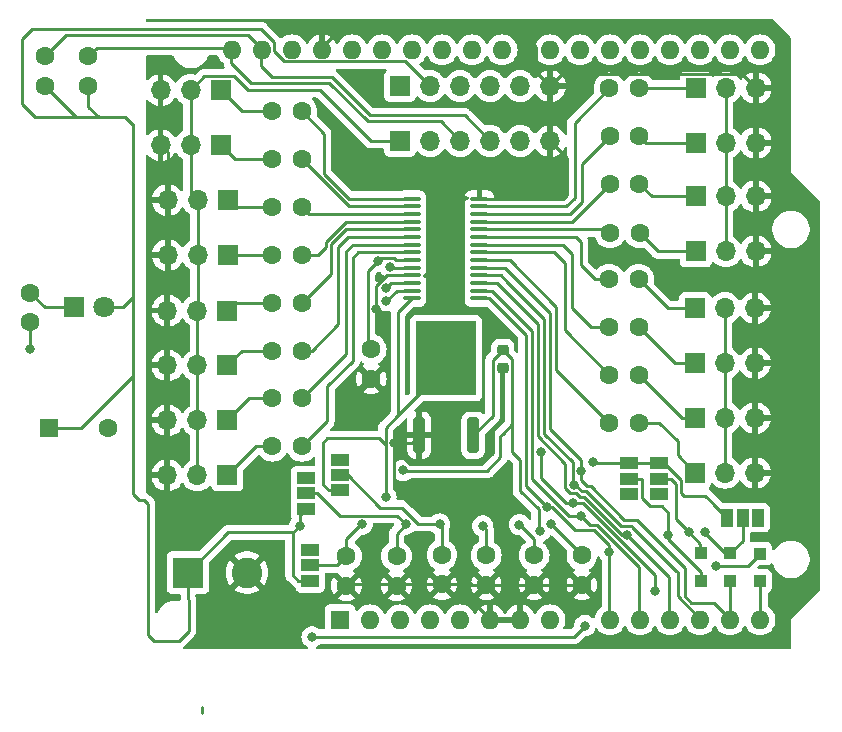
<source format=gbr>
%TF.GenerationSoftware,KiCad,Pcbnew,8.0.0*%
%TF.CreationDate,2024-03-18T09:38:17+09:00*%
%TF.ProjectId,240226_c1011_1_1_PCA9685,32343032-3236-45f6-9331-3031315f315f,rev?*%
%TF.SameCoordinates,Original*%
%TF.FileFunction,Copper,L1,Top*%
%TF.FilePolarity,Positive*%
%FSLAX46Y46*%
G04 Gerber Fmt 4.6, Leading zero omitted, Abs format (unit mm)*
G04 Created by KiCad (PCBNEW 8.0.0) date 2024-03-18 09:38:17*
%MOMM*%
%LPD*%
G01*
G04 APERTURE LIST*
G04 Aperture macros list*
%AMRoundRect*
0 Rectangle with rounded corners*
0 $1 Rounding radius*
0 $2 $3 $4 $5 $6 $7 $8 $9 X,Y pos of 4 corners*
0 Add a 4 corners polygon primitive as box body*
4,1,4,$2,$3,$4,$5,$6,$7,$8,$9,$2,$3,0*
0 Add four circle primitives for the rounded corners*
1,1,$1+$1,$2,$3*
1,1,$1+$1,$4,$5*
1,1,$1+$1,$6,$7*
1,1,$1+$1,$8,$9*
0 Add four rect primitives between the rounded corners*
20,1,$1+$1,$2,$3,$4,$5,0*
20,1,$1+$1,$4,$5,$6,$7,0*
20,1,$1+$1,$6,$7,$8,$9,0*
20,1,$1+$1,$8,$9,$2,$3,0*%
G04 Aperture macros list end*
%TA.AperFunction,ComponentPad*%
%ADD10C,1.600000*%
%TD*%
%TA.AperFunction,SMDPad,CuDef*%
%ADD11R,1.500000X1.000000*%
%TD*%
%TA.AperFunction,SMDPad,CuDef*%
%ADD12R,1.000000X1.000000*%
%TD*%
%TA.AperFunction,ComponentPad*%
%ADD13R,1.700000X1.700000*%
%TD*%
%TA.AperFunction,ComponentPad*%
%ADD14O,1.700000X1.700000*%
%TD*%
%TA.AperFunction,SMDPad,CuDef*%
%ADD15RoundRect,0.225000X-0.250000X0.225000X-0.250000X-0.225000X0.250000X-0.225000X0.250000X0.225000X0*%
%TD*%
%TA.AperFunction,ComponentPad*%
%ADD16R,2.600000X2.600000*%
%TD*%
%TA.AperFunction,ComponentPad*%
%ADD17C,2.600000*%
%TD*%
%TA.AperFunction,SMDPad,CuDef*%
%ADD18RoundRect,0.232800X-0.252200X1.277200X-0.252200X-1.277200X0.252200X-1.277200X0.252200X1.277200X0*%
%TD*%
%TA.AperFunction,SMDPad,CuDef*%
%ADD19R,5.090000X6.320000*%
%TD*%
%TA.AperFunction,ComponentPad*%
%ADD20R,1.800000X1.800000*%
%TD*%
%TA.AperFunction,ComponentPad*%
%ADD21C,1.800000*%
%TD*%
%TA.AperFunction,ComponentPad*%
%ADD22R,1.600000X1.600000*%
%TD*%
%TA.AperFunction,SMDPad,CuDef*%
%ADD23R,1.000000X1.500000*%
%TD*%
%TA.AperFunction,SMDPad,CuDef*%
%ADD24RoundRect,0.100000X0.637500X0.100000X-0.637500X0.100000X-0.637500X-0.100000X0.637500X-0.100000X0*%
%TD*%
%TA.AperFunction,ComponentPad*%
%ADD25O,1.600000X1.600000*%
%TD*%
%TA.AperFunction,ViaPad*%
%ADD26C,0.800000*%
%TD*%
%TA.AperFunction,Conductor*%
%ADD27C,0.250000*%
%TD*%
G04 APERTURE END LIST*
D10*
%TO.P,R13G$1,1*%
%TO.N,/PWM0*%
X167150000Y-103375000D03*
%TO.P,R13G$1,2*%
%TO.N,Net-(J1-Pin_1)*%
X169650000Y-103375000D03*
%TD*%
%TO.P,R13G$11,1*%
%TO.N,/PWM10*%
X141125000Y-85125000D03*
%TO.P,R13G$11,2*%
%TO.N,Net-(J11-Pin_1)*%
X138625000Y-85125000D03*
%TD*%
%TO.P,R13G$15,1*%
%TO.N,/PWM14*%
X141145000Y-101339000D03*
%TO.P,R13G$15,2*%
%TO.N,Net-(J15-Pin_1)*%
X138645000Y-101339000D03*
%TD*%
%TO.P,R13G$13,1*%
%TO.N,/PWM12*%
X141145000Y-93239000D03*
%TO.P,R13G$13,2*%
%TO.N,Net-(J13-Pin_1)*%
X138645000Y-93239000D03*
%TD*%
D11*
%TO.P,JP1,1,A*%
%TO.N,VCC*%
X171350000Y-106825000D03*
%TO.P,JP1,2,B*%
%TO.N,/A0*%
X171350000Y-108125000D03*
%TO.P,JP1,3*%
%TO.N,N/C*%
X171350000Y-109425000D03*
%TD*%
%TO.P,JP6,1,A*%
%TO.N,VCC*%
X144400000Y-109125000D03*
%TO.P,JP6,2,B*%
%TO.N,/A5*%
X144400000Y-107825000D03*
%TO.P,JP6,3*%
%TO.N,N/C*%
X144400000Y-106525000D03*
%TD*%
D12*
%TO.P,TP1,1,1*%
%TO.N,/A5*%
X179950000Y-116775000D03*
%TD*%
D10*
%TO.P,R13G$7,1*%
%TO.N,/PWM6*%
X167195000Y-79131000D03*
%TO.P,R13G$7,2*%
%TO.N,Net-(J7-Pin_1)*%
X169695000Y-79131000D03*
%TD*%
%TO.P,R13G$9,1*%
%TO.N,/PWM8*%
X141125000Y-77025000D03*
%TO.P,R13G$9,2*%
%TO.N,Net-(J9-Pin_1)*%
X138625000Y-77025000D03*
%TD*%
D13*
%TO.P,J12,1,Pin_1*%
%TO.N,Net-(J12-Pin_1)*%
X134850000Y-89175000D03*
D14*
%TO.P,J12,2,Pin_2*%
%TO.N,+5V*%
X132310000Y-89175000D03*
%TO.P,J12,3,Pin_3*%
%TO.N,GND*%
X129770000Y-89175000D03*
%TD*%
D11*
%TO.P,JP5,1,A*%
%TO.N,VCC*%
X141850000Y-116775000D03*
%TO.P,JP5,2,B*%
%TO.N,/A4*%
X141850000Y-115475000D03*
%TO.P,JP5,3*%
%TO.N,N/C*%
X141850000Y-114175000D03*
%TD*%
%TO.P,JP3,1,A*%
%TO.N,VCC*%
X168850000Y-106825000D03*
%TO.P,JP3,2,B*%
%TO.N,/A2*%
X168850000Y-108125000D03*
%TO.P,JP3,3*%
%TO.N,N/C*%
X168850000Y-109425000D03*
%TD*%
D10*
%TO.P,R2GS4,1*%
%TO.N,/SDA*%
X123050000Y-72375000D03*
%TO.P,R2GS4,2*%
%TO.N,VCC*%
X123050000Y-74875000D03*
%TD*%
%TO.P,R13G$8,1*%
%TO.N,/PWM7*%
X167156500Y-75043000D03*
%TO.P,R13G$8,2*%
%TO.N,Net-(J8-Pin_1)*%
X169656500Y-75043000D03*
%TD*%
D13*
%TO.P,J18,1,Pin_1*%
%TO.N,+5V*%
X149450000Y-74875000D03*
D14*
%TO.P,J18,2,Pin_2*%
%TO.N,VCC*%
X151990000Y-74875000D03*
%TO.P,J18,3,Pin_3*%
%TO.N,/SDA*%
X154530000Y-74875000D03*
%TO.P,J18,4,Pin_4*%
%TO.N,/SCL*%
X157070000Y-74875000D03*
%TO.P,J18,5,Pin_5*%
%TO.N,/#OE*%
X159610000Y-74875000D03*
%TO.P,J18,6,Pin_6*%
%TO.N,GND*%
X162150000Y-74875000D03*
%TD*%
D13*
%TO.P,J3,1,Pin_1*%
%TO.N,Net-(J3-Pin_1)*%
X174425000Y-98325000D03*
D14*
%TO.P,J3,2,Pin_2*%
%TO.N,+5V*%
X176965000Y-98325000D03*
%TO.P,J3,3,Pin_3*%
%TO.N,GND*%
X179505000Y-98325000D03*
%TD*%
D13*
%TO.P,J17,1,Pin_1*%
%TO.N,+5V*%
X149450000Y-79525000D03*
D14*
%TO.P,J17,2,Pin_2*%
%TO.N,VCC*%
X151990000Y-79525000D03*
%TO.P,J17,3,Pin_3*%
%TO.N,/SDA*%
X154530000Y-79525000D03*
%TO.P,J17,4,Pin_4*%
%TO.N,/SCL*%
X157070000Y-79525000D03*
%TO.P,J17,5,Pin_5*%
%TO.N,/#OE*%
X159610000Y-79525000D03*
%TO.P,J17,6,Pin_6*%
%TO.N,GND*%
X162150000Y-79525000D03*
%TD*%
D10*
%TO.P,R13G$10,1*%
%TO.N,/PWM9*%
X141125000Y-81075000D03*
%TO.P,R13G$10,2*%
%TO.N,Net-(J10-Pin_1)*%
X138625000Y-81075000D03*
%TD*%
D12*
%TO.P,TP6,1,1*%
%TO.N,/A0*%
X174900000Y-114425000D03*
%TD*%
D13*
%TO.P,J15,1,Pin_1*%
%TO.N,Net-(J15-Pin_1)*%
X134835000Y-103194000D03*
D14*
%TO.P,J15,2,Pin_2*%
%TO.N,+5V*%
X132295000Y-103194000D03*
%TO.P,J15,3,Pin_3*%
%TO.N,GND*%
X129755000Y-103194000D03*
%TD*%
D13*
%TO.P,J16,1,Pin_1*%
%TO.N,Net-(J16-Pin_1)*%
X134835000Y-107844000D03*
D14*
%TO.P,J16,2,Pin_2*%
%TO.N,+5V*%
X132295000Y-107844000D03*
%TO.P,J16,3,Pin_3*%
%TO.N,GND*%
X129755000Y-107844000D03*
%TD*%
D10*
%TO.P,R13G$16,1*%
%TO.N,/PWM15*%
X141145000Y-105389000D03*
%TO.P,R13G$16,2*%
%TO.N,Net-(J16-Pin_1)*%
X138645000Y-105389000D03*
%TD*%
D12*
%TO.P,TP5,1,1*%
%TO.N,/A1*%
X177400000Y-114425000D03*
%TD*%
D10*
%TO.P,R13G$6,1*%
%TO.N,/PWM5*%
X167195000Y-83181000D03*
%TO.P,R13G$6,2*%
%TO.N,Net-(J6-Pin_1)*%
X169695000Y-83181000D03*
%TD*%
%TO.P,R1G$5,1*%
%TO.N,/A1*%
X160800000Y-114625000D03*
%TO.P,R1G$5,2*%
%TO.N,GND*%
X160800000Y-117125000D03*
%TD*%
%TO.P,R1G$1,1*%
%TO.N,/A5*%
X153000000Y-114575000D03*
%TO.P,R1G$1,2*%
%TO.N,GND*%
X153000000Y-117075000D03*
%TD*%
D13*
%TO.P,J6,1,Pin_1*%
%TO.N,Net-(J6-Pin_1)*%
X174485000Y-84225000D03*
D14*
%TO.P,J6,2,Pin_2*%
%TO.N,+5V*%
X177025000Y-84225000D03*
%TO.P,J6,3,Pin_3*%
%TO.N,GND*%
X179565000Y-84225000D03*
%TD*%
D10*
%TO.P,R1G$3,1*%
%TO.N,/A3*%
X149150000Y-114675000D03*
%TO.P,R1G$3,2*%
%TO.N,GND*%
X149150000Y-117175000D03*
%TD*%
D13*
%TO.P,J13,1,Pin_1*%
%TO.N,Net-(J13-Pin_1)*%
X134835000Y-93894000D03*
D14*
%TO.P,J13,2,Pin_2*%
%TO.N,+5V*%
X132295000Y-93894000D03*
%TO.P,J13,3,Pin_3*%
%TO.N,GND*%
X129755000Y-93894000D03*
%TD*%
D13*
%TO.P,J4,1,Pin_1*%
%TO.N,Net-(J4-Pin_1)*%
X174425000Y-93675000D03*
D14*
%TO.P,J4,2,Pin_2*%
%TO.N,+5V*%
X176965000Y-93675000D03*
%TO.P,J4,3,Pin_3*%
%TO.N,GND*%
X179505000Y-93675000D03*
%TD*%
D10*
%TO.P,R13G$3,1*%
%TO.N,/PWM2*%
X167150000Y-95275000D03*
%TO.P,R13G$3,2*%
%TO.N,Net-(J3-Pin_1)*%
X169650000Y-95275000D03*
%TD*%
D15*
%TO.P,C2,1*%
%TO.N,+5V*%
X158150000Y-97225000D03*
%TO.P,C2,2*%
%TO.N,GND*%
X158150000Y-98775000D03*
%TD*%
D16*
%TO.P,J19,1,Pin_1*%
%TO.N,VCC*%
X131500000Y-116075000D03*
D17*
%TO.P,J19,2,Pin_2*%
%TO.N,GND*%
X136500000Y-116075000D03*
%TD*%
D13*
%TO.P,J11,1,Pin_1*%
%TO.N,Net-(J11-Pin_1)*%
X134850000Y-84525000D03*
D14*
%TO.P,J11,2,Pin_2*%
%TO.N,+5V*%
X132310000Y-84525000D03*
%TO.P,J11,3,Pin_3*%
%TO.N,GND*%
X129770000Y-84525000D03*
%TD*%
D13*
%TO.P,J8,1,Pin_1*%
%TO.N,Net-(J8-Pin_1)*%
X174485000Y-75032000D03*
D14*
%TO.P,J8,2,Pin_2*%
%TO.N,+5V*%
X177025000Y-75032000D03*
%TO.P,J8,3,Pin_3*%
%TO.N,GND*%
X179565000Y-75032000D03*
%TD*%
D18*
%TO.P,Q1,1*%
%TO.N,GND*%
X151064000Y-104455000D03*
%TO.P,Q1,3*%
%TO.N,+5V*%
X155636000Y-104455000D03*
D19*
%TO.P,Q1,4*%
%TO.N,VCC*%
X153350000Y-97925000D03*
%TD*%
D12*
%TO.P,TP3,1,1*%
%TO.N,/A3*%
X179950000Y-114475000D03*
%TD*%
D10*
%TO.P,R1G$2,1*%
%TO.N,/A4*%
X144900000Y-114675000D03*
%TO.P,R1G$2,2*%
%TO.N,GND*%
X144900000Y-117175000D03*
%TD*%
%TO.P,R1,1*%
%TO.N,GND*%
X147000000Y-99675000D03*
%TO.P,R1,2*%
%TO.N,/#OE*%
X147000000Y-97175000D03*
%TD*%
%TO.P,R13G$14,1*%
%TO.N,/PWM13*%
X141145000Y-97289000D03*
%TO.P,R13G$14,2*%
%TO.N,Net-(J14-Pin_1)*%
X138645000Y-97289000D03*
%TD*%
D12*
%TO.P,TP2,1,1*%
%TO.N,/A4*%
X177400000Y-116775000D03*
%TD*%
D10*
%TO.P,R2G$3,1*%
%TO.N,/SCL*%
X119350000Y-72375000D03*
%TO.P,R2G$3,2*%
%TO.N,VCC*%
X119350000Y-74875000D03*
%TD*%
D13*
%TO.P,J14,1,Pin_1*%
%TO.N,Net-(J14-Pin_1)*%
X134835000Y-98544000D03*
D14*
%TO.P,J14,2,Pin_2*%
%TO.N,+5V*%
X132295000Y-98544000D03*
%TO.P,J14,3,Pin_3*%
%TO.N,GND*%
X129755000Y-98544000D03*
%TD*%
D20*
%TO.P,D1,1,K*%
%TO.N,Net-(D1-K)*%
X121860000Y-93575000D03*
D21*
%TO.P,D1,2,A*%
%TO.N,VCC*%
X124400000Y-93575000D03*
%TD*%
D11*
%TO.P,JP4,1,A*%
%TO.N,VCC*%
X141450000Y-110675000D03*
%TO.P,JP4,2,B*%
%TO.N,/A3*%
X141450000Y-109375000D03*
%TO.P,JP4,3*%
%TO.N,N/C*%
X141450000Y-108075000D03*
%TD*%
D10*
%TO.P,R13G$12,1*%
%TO.N,/PWM11*%
X141125000Y-89175000D03*
%TO.P,R13G$12,2*%
%TO.N,Net-(J12-Pin_1)*%
X138625000Y-89175000D03*
%TD*%
%TO.P,R10,1*%
%TO.N,GND*%
X118150000Y-94875000D03*
%TO.P,R10,2*%
%TO.N,Net-(D1-K)*%
X118150000Y-92375000D03*
%TD*%
D13*
%TO.P,J9,1,Pin_1*%
%TO.N,Net-(J9-Pin_1)*%
X134250000Y-75225000D03*
D14*
%TO.P,J9,2,Pin_2*%
%TO.N,+5V*%
X131710000Y-75225000D03*
%TO.P,J9,3,Pin_3*%
%TO.N,GND*%
X129170000Y-75225000D03*
%TD*%
D10*
%TO.P,R1G$6,1*%
%TO.N,/A0*%
X156750000Y-114625000D03*
%TO.P,R1G$6,2*%
%TO.N,GND*%
X156750000Y-117125000D03*
%TD*%
D13*
%TO.P,J1,1,Pin_1*%
%TO.N,Net-(J1-Pin_1)*%
X174425000Y-107625000D03*
D14*
%TO.P,J1,2,Pin_2*%
%TO.N,+5V*%
X176965000Y-107625000D03*
%TO.P,J1,3,Pin_3*%
%TO.N,GND*%
X179505000Y-107625000D03*
%TD*%
D10*
%TO.P,R1G$4,1*%
%TO.N,/A2*%
X164850000Y-114625000D03*
%TO.P,R1G$4,2*%
%TO.N,GND*%
X164850000Y-117125000D03*
%TD*%
D13*
%TO.P,J7,1,Pin_1*%
%TO.N,Net-(J7-Pin_1)*%
X174485000Y-79682000D03*
D14*
%TO.P,J7,2,Pin_2*%
%TO.N,+5V*%
X177025000Y-79682000D03*
%TO.P,J7,3,Pin_3*%
%TO.N,GND*%
X179565000Y-79682000D03*
%TD*%
D22*
%TO.P,C1,1*%
%TO.N,VCC*%
X119750000Y-103825000D03*
D10*
%TO.P,C1,2*%
%TO.N,GND*%
X124750000Y-103825000D03*
%TD*%
D23*
%TO.P,JP2,1,A*%
%TO.N,VCC*%
X177150000Y-111432500D03*
%TO.P,JP2,2,B*%
%TO.N,/A1*%
X178450000Y-111432500D03*
%TO.P,JP2,3*%
%TO.N,N/C*%
X179750000Y-111432500D03*
%TD*%
D12*
%TO.P,TP4,1,1*%
%TO.N,/A2*%
X174900000Y-116775000D03*
%TD*%
D13*
%TO.P,J5,1,Pin_1*%
%TO.N,Net-(J5-Pin_1)*%
X174485000Y-88875000D03*
D14*
%TO.P,J5,2,Pin_2*%
%TO.N,+5V*%
X177025000Y-88875000D03*
%TO.P,J5,3,Pin_3*%
%TO.N,GND*%
X179565000Y-88875000D03*
%TD*%
D10*
%TO.P,R13G$4,1*%
%TO.N,/PWM3*%
X167150000Y-91225000D03*
%TO.P,R13G$4,2*%
%TO.N,Net-(J4-Pin_1)*%
X169650000Y-91225000D03*
%TD*%
%TO.P,R13G$5,1*%
%TO.N,/PWM4*%
X167235000Y-87325000D03*
%TO.P,R13G$5,2*%
%TO.N,Net-(J5-Pin_1)*%
X169735000Y-87325000D03*
%TD*%
D13*
%TO.P,J10,1,Pin_1*%
%TO.N,Net-(J10-Pin_1)*%
X134250000Y-79875000D03*
D14*
%TO.P,J10,2,Pin_2*%
%TO.N,+5V*%
X131710000Y-79875000D03*
%TO.P,J10,3,Pin_3*%
%TO.N,GND*%
X129170000Y-79875000D03*
%TD*%
D10*
%TO.P,R13G$2,1*%
%TO.N,/PWM1*%
X167150000Y-99325000D03*
%TO.P,R13G$2,2*%
%TO.N,Net-(J2-Pin_1)*%
X169650000Y-99325000D03*
%TD*%
D13*
%TO.P,J2,1,Pin_1*%
%TO.N,Net-(J2-Pin_1)*%
X174425000Y-102975000D03*
D14*
%TO.P,J2,2,Pin_2*%
%TO.N,+5V*%
X176965000Y-102975000D03*
%TO.P,J2,3,Pin_3*%
%TO.N,GND*%
X179505000Y-102975000D03*
%TD*%
D24*
%TO.P,U1,1,A0*%
%TO.N,/A0*%
X156150000Y-92875000D03*
%TO.P,U1,2,A1*%
%TO.N,/A1*%
X156150000Y-92225000D03*
%TO.P,U1,3,A2*%
%TO.N,/A2*%
X156150000Y-91575000D03*
%TO.P,U1,4,A3*%
%TO.N,/A3*%
X156150000Y-90925000D03*
%TO.P,U1,5,A4*%
%TO.N,/A4*%
X156150000Y-90275000D03*
%TO.P,U1,6,LED0*%
%TO.N,/PWM0*%
X156150000Y-89625000D03*
%TO.P,U1,7,LED1*%
%TO.N,/PWM1*%
X156150000Y-88975000D03*
%TO.P,U1,8,LED2*%
%TO.N,/PWM2*%
X156150000Y-88325000D03*
%TO.P,U1,9,LED3*%
%TO.N,/PWM3*%
X156150000Y-87675000D03*
%TO.P,U1,10,LED4*%
%TO.N,/PWM4*%
X156150000Y-87025000D03*
%TO.P,U1,11,LED5*%
%TO.N,/PWM5*%
X156150000Y-86375000D03*
%TO.P,U1,12,LED6*%
%TO.N,/PWM6*%
X156150000Y-85725000D03*
%TO.P,U1,13,LED7*%
%TO.N,/PWM7*%
X156150000Y-85075000D03*
%TO.P,U1,14,VSS*%
%TO.N,GND*%
X156150000Y-84425000D03*
%TO.P,U1,15,LED8*%
%TO.N,/PWM8*%
X150425000Y-84425000D03*
%TO.P,U1,16,LED9*%
%TO.N,/PWM9*%
X150425000Y-85075000D03*
%TO.P,U1,17,LED10*%
%TO.N,/PWM10*%
X150425000Y-85725000D03*
%TO.P,U1,18,LED11*%
%TO.N,/PWM11*%
X150425000Y-86375000D03*
%TO.P,U1,19,LED12*%
%TO.N,/PWM12*%
X150425000Y-87025000D03*
%TO.P,U1,20,LED13*%
%TO.N,/PWM13*%
X150425000Y-87675000D03*
%TO.P,U1,21,LED14*%
%TO.N,/PWM14*%
X150425000Y-88325000D03*
%TO.P,U1,22,LED15*%
%TO.N,/PWM15*%
X150425000Y-88975000D03*
%TO.P,U1,23,~{OE}*%
%TO.N,/#OE*%
X150425000Y-89625000D03*
%TO.P,U1,24,A5*%
%TO.N,/A5*%
X150425000Y-90275000D03*
%TO.P,U1,25,EXTCLK*%
%TO.N,GND*%
X150425000Y-90925000D03*
%TO.P,U1,26,SCL*%
%TO.N,/SCL*%
X150425000Y-91575000D03*
%TO.P,U1,27,SDA*%
%TO.N,/SDA*%
X150425000Y-92225000D03*
%TO.P,U1,28,VDD*%
%TO.N,VCC*%
X150425000Y-92875000D03*
%TD*%
D22*
%TO.P,A1,1,NC*%
%TO.N,unconnected-(A1-NC-Pad1)*%
X144370000Y-120075000D03*
D25*
%TO.P,A1,2,IOREF*%
%TO.N,unconnected-(A1-IOREF-Pad2)*%
X146910000Y-120075000D03*
%TO.P,A1,3,~{RESET}*%
%TO.N,unconnected-(A1-~{RESET}-Pad3)*%
X149450000Y-120075000D03*
%TO.P,A1,4,3V3*%
%TO.N,unconnected-(A1-3V3-Pad4)*%
X151990000Y-120075000D03*
%TO.P,A1,5,+5V*%
%TO.N,unconnected-(A1-+5V-Pad5)*%
X154530000Y-120075000D03*
%TO.P,A1,6,GND*%
%TO.N,GND*%
X157070000Y-120075000D03*
%TO.P,A1,7,GND*%
X159610000Y-120075000D03*
%TO.P,A1,8,VIN*%
%TO.N,unconnected-(A1-VIN-Pad8)*%
X162150000Y-120075000D03*
%TO.P,A1,9,A0*%
%TO.N,/A0*%
X167230000Y-120075000D03*
%TO.P,A1,10,A1*%
%TO.N,/A1*%
X169770000Y-120075000D03*
%TO.P,A1,11,A2*%
%TO.N,/A2*%
X172310000Y-120075000D03*
%TO.P,A1,12,A3*%
%TO.N,/A3*%
X174850000Y-120075000D03*
%TO.P,A1,13,SDA/A4*%
%TO.N,/A4*%
X177390000Y-120075000D03*
%TO.P,A1,14,SCL/A5*%
%TO.N,/A5*%
X179930000Y-120075000D03*
%TO.P,A1,15,D0/RX*%
%TO.N,unconnected-(A1-D0{slash}RX-Pad15)*%
X179930000Y-71815000D03*
%TO.P,A1,16,D1/TX*%
%TO.N,unconnected-(A1-D1{slash}TX-Pad16)*%
X177390000Y-71815000D03*
%TO.P,A1,17,D2*%
%TO.N,unconnected-(A1-D2-Pad17)*%
X174850000Y-71815000D03*
%TO.P,A1,18,D3*%
%TO.N,unconnected-(A1-D3-Pad18)*%
X172310000Y-71815000D03*
%TO.P,A1,19,D4*%
%TO.N,unconnected-(A1-D4-Pad19)*%
X169770000Y-71815000D03*
%TO.P,A1,20,D5*%
%TO.N,unconnected-(A1-D5-Pad20)*%
X167230000Y-71815000D03*
%TO.P,A1,21,D6*%
%TO.N,unconnected-(A1-D6-Pad21)*%
X164690000Y-71815000D03*
%TO.P,A1,22,D7*%
%TO.N,unconnected-(A1-D7-Pad22)*%
X162150000Y-71815000D03*
%TO.P,A1,23,D8*%
%TO.N,unconnected-(A1-D8-Pad23)*%
X158090000Y-71815000D03*
%TO.P,A1,24,D9*%
%TO.N,unconnected-(A1-D9-Pad24)*%
X155550000Y-71815000D03*
%TO.P,A1,25,D10*%
%TO.N,unconnected-(A1-D10-Pad25)*%
X153010000Y-71815000D03*
%TO.P,A1,26,D11*%
%TO.N,unconnected-(A1-D11-Pad26)*%
X150470000Y-71815000D03*
%TO.P,A1,27,D12*%
%TO.N,unconnected-(A1-D12-Pad27)*%
X147930000Y-71815000D03*
%TO.P,A1,28,D13*%
%TO.N,unconnected-(A1-D13-Pad28)*%
X145390000Y-71815000D03*
%TO.P,A1,29,GND*%
%TO.N,GND*%
X142850000Y-71815000D03*
%TO.P,A1,30,AREF*%
%TO.N,unconnected-(A1-AREF-Pad30)*%
X140310000Y-71815000D03*
%TO.P,A1,31,SDA/A4*%
%TO.N,/SCL*%
X137770000Y-71815000D03*
%TO.P,A1,32,SCL/A5*%
%TO.N,/SDA*%
X135230000Y-71815000D03*
%TD*%
D26*
%TO.N,+5V*%
X165100000Y-120575000D03*
X142000000Y-121525000D03*
X161300000Y-112575000D03*
X149700000Y-107425000D03*
%TO.N,GND*%
X147450000Y-93775000D03*
X118150000Y-97175000D03*
X148950000Y-105075000D03*
%TO.N,/A0*%
X161900000Y-110525000D03*
X173900000Y-112675000D03*
X167150000Y-114325000D03*
X156450000Y-112125000D03*
%TO.N,/A1*%
X159550000Y-112025000D03*
X164750000Y-111275000D03*
X175250000Y-112675000D03*
%TO.N,/A2*%
X168650000Y-112875000D03*
X172150000Y-112875000D03*
X162200000Y-111975000D03*
%TO.N,/A3*%
X164150000Y-108625000D03*
X176200000Y-115500000D03*
X149950000Y-111975000D03*
%TO.N,/A4*%
X164800000Y-107475000D03*
X146250000Y-111975000D03*
%TO.N,/#OE*%
X147550000Y-89725000D03*
%TO.N,/A5*%
X161400000Y-105875000D03*
X171000000Y-117675000D03*
X148600000Y-90175000D03*
X164100000Y-110175000D03*
X152800000Y-111975000D03*
%TO.N,/SCL*%
X148250000Y-92025000D03*
%TO.N,/SDA*%
X148250000Y-93075000D03*
%TO.N,VCC*%
X148250000Y-109675000D03*
X140950000Y-112125000D03*
X165750000Y-106725000D03*
%TD*%
D27*
%TO.N,*%
X132684000Y-127977000D02*
X132684000Y-127469000D01*
%TO.N,Net-(J1-Pin_1)*%
X172950000Y-104925000D02*
X171400000Y-103375000D01*
X171400000Y-103375000D02*
X169650000Y-103375000D01*
X172950000Y-106150000D02*
X172950000Y-104925000D01*
X174425000Y-107625000D02*
X172950000Y-106150000D01*
%TO.N,+5V*%
X131710000Y-83925000D02*
X132310000Y-84525000D01*
X159600000Y-109150000D02*
X161175000Y-110725000D01*
X136600000Y-75225000D02*
X142650000Y-75225000D01*
X177025000Y-79682000D02*
X177025000Y-84225000D01*
X157300000Y-98075000D02*
X158150000Y-97225000D01*
X159600000Y-106525000D02*
X159600000Y-109150000D01*
X157300000Y-102791000D02*
X157300000Y-98075000D01*
X132295000Y-103194000D02*
X132295000Y-107844000D01*
X149450000Y-79525000D02*
X146950000Y-79525000D01*
X131710000Y-75225000D02*
X131710000Y-79875000D01*
X135425000Y-74050000D02*
X136600000Y-75225000D01*
X131710000Y-79875000D02*
X131710000Y-83925000D01*
X158950000Y-98025000D02*
X158950000Y-103075000D01*
X156800000Y-107475000D02*
X150100000Y-107475000D01*
X132295000Y-98544000D02*
X132295000Y-93894000D01*
X132310000Y-93879000D02*
X132295000Y-93894000D01*
X176965000Y-98325000D02*
X176965000Y-102975000D01*
X155636000Y-104455000D02*
X157300000Y-102791000D01*
X157950000Y-106325000D02*
X156800000Y-107475000D01*
X177025000Y-84225000D02*
X177025000Y-88875000D01*
X158950000Y-103075000D02*
X158950000Y-105875000D01*
X158150000Y-97225000D02*
X158950000Y-98025000D01*
X132295000Y-98544000D02*
X132295000Y-103194000D01*
X157950000Y-104525000D02*
X157950000Y-106325000D01*
X177025000Y-75032000D02*
X177025000Y-79682000D01*
X158950000Y-103075000D02*
X158950000Y-103525000D01*
X131710000Y-75225000D02*
X132885000Y-74050000D01*
X176965000Y-102975000D02*
X176965000Y-107625000D01*
X158950000Y-103525000D02*
X158150000Y-104325000D01*
X158150000Y-104325000D02*
X157950000Y-104525000D01*
X176965000Y-93675000D02*
X176965000Y-98325000D01*
X150100000Y-107475000D02*
X149700000Y-107425000D01*
X158950000Y-105875000D02*
X159600000Y-106525000D01*
X161175000Y-112450000D02*
X161300000Y-112575000D01*
X132885000Y-74050000D02*
X135425000Y-74050000D01*
X132310000Y-89175000D02*
X132310000Y-84525000D01*
X132310000Y-89175000D02*
X132310000Y-93879000D01*
X162550000Y-121525000D02*
X142000000Y-121525000D01*
X165100000Y-120575000D02*
X164150000Y-121525000D01*
X149700000Y-107425000D02*
X149700000Y-107475000D01*
X161175000Y-110725000D02*
X161175000Y-112450000D01*
X142650000Y-75225000D02*
X146950000Y-79525000D01*
X164150000Y-121525000D02*
X162550000Y-121525000D01*
%TO.N,GND*%
X148950000Y-105125000D02*
X148950000Y-105075000D01*
X129755000Y-98544000D02*
X129755000Y-93894000D01*
X148950000Y-107325000D02*
X148950000Y-105575000D01*
X148900000Y-105075000D02*
X148950000Y-105125000D01*
X156300000Y-106925000D02*
X150300000Y-106925000D01*
X153450000Y-110425000D02*
X150450000Y-110425000D01*
X154950000Y-111925000D02*
X153450000Y-110425000D01*
X163600000Y-84075000D02*
X163600000Y-80975000D01*
X157300000Y-103975000D02*
X157300000Y-105925000D01*
X150444000Y-105075000D02*
X151064000Y-104455000D01*
X144310000Y-70125000D02*
X142770000Y-71665000D01*
X158150000Y-98775000D02*
X158150000Y-103125000D01*
X163250000Y-84425000D02*
X163600000Y-84075000D01*
X150450000Y-110425000D02*
X149250000Y-109225000D01*
X162150000Y-74875000D02*
X160945000Y-73670000D01*
X148374695Y-90925000D02*
X147450000Y-91849695D01*
X149400000Y-109375000D02*
X149250000Y-109225000D01*
X154950000Y-116525000D02*
X154950000Y-117885000D01*
X159530000Y-119925000D02*
X156990000Y-119925000D01*
X129755000Y-107844000D02*
X129755000Y-103194000D01*
X154400000Y-117075000D02*
X153000000Y-117075000D01*
X163600000Y-80975000D02*
X162150000Y-79525000D01*
X147450000Y-91849695D02*
X147450000Y-93775000D01*
X179505000Y-93675000D02*
X179505000Y-98325000D01*
X150300000Y-106925000D02*
X148950000Y-105575000D01*
X129755000Y-103194000D02*
X129755000Y-98544000D01*
X118150000Y-94875000D02*
X118150000Y-97175000D01*
X179565000Y-79682000D02*
X179565000Y-84225000D01*
X148950000Y-117075000D02*
X144900000Y-117075000D01*
X154950000Y-117885000D02*
X156990000Y-119925000D01*
X129770000Y-84525000D02*
X129770000Y-80475000D01*
X178390000Y-73857000D02*
X179565000Y-75032000D01*
X160945000Y-71570000D02*
X159500000Y-70125000D01*
X156750000Y-117125000D02*
X160800000Y-117125000D01*
X163168000Y-73857000D02*
X178390000Y-73857000D01*
X179565000Y-84225000D02*
X179565000Y-88875000D01*
X155550000Y-117125000D02*
X154950000Y-116525000D01*
X129755000Y-89190000D02*
X129770000Y-89175000D01*
X148950000Y-108925000D02*
X148950000Y-107325000D01*
X154950000Y-116525000D02*
X154950000Y-111925000D01*
X160945000Y-73670000D02*
X160945000Y-71570000D01*
X154950000Y-116525000D02*
X154400000Y-117075000D01*
X153000000Y-117075000D02*
X148950000Y-117075000D01*
X156750000Y-117125000D02*
X155550000Y-117125000D01*
X156150000Y-84425000D02*
X163250000Y-84425000D01*
X129170000Y-79875000D02*
X129170000Y-75225000D01*
X159500000Y-70125000D02*
X144310000Y-70125000D01*
X179505000Y-98325000D02*
X179505000Y-102975000D01*
X162150000Y-74875000D02*
X163168000Y-73857000D01*
X129755000Y-93894000D02*
X129755000Y-89190000D01*
X149250000Y-109225000D02*
X148950000Y-108925000D01*
X179565000Y-75032000D02*
X179565000Y-79682000D01*
X148950000Y-105075000D02*
X148900000Y-105075000D01*
X129770000Y-89175000D02*
X129770000Y-84525000D01*
X157300000Y-105925000D02*
X156300000Y-106925000D01*
X148950000Y-105575000D02*
X148950000Y-105075000D01*
X150425000Y-90925000D02*
X148374695Y-90925000D01*
X148950000Y-105075000D02*
X150444000Y-105075000D01*
X129770000Y-80475000D02*
X129170000Y-79875000D01*
X158150000Y-103125000D02*
X157300000Y-103975000D01*
X160800000Y-117125000D02*
X164850000Y-117125000D01*
X179505000Y-102975000D02*
X179505000Y-107625000D01*
%TO.N,Net-(J2-Pin_1)*%
X173300000Y-102975000D02*
X169650000Y-99325000D01*
X174425000Y-102975000D02*
X173300000Y-102975000D01*
%TO.N,Net-(J3-Pin_1)*%
X172700000Y-98325000D02*
X169650000Y-95275000D01*
X174425000Y-98325000D02*
X172700000Y-98325000D01*
%TO.N,Net-(J4-Pin_1)*%
X172100000Y-93675000D02*
X169650000Y-91225000D01*
X174425000Y-93675000D02*
X172100000Y-93675000D01*
%TO.N,Net-(J5-Pin_1)*%
X174485000Y-88875000D02*
X171285000Y-88875000D01*
X171285000Y-88875000D02*
X169735000Y-87325000D01*
%TO.N,Net-(J6-Pin_1)*%
X174485000Y-84225000D02*
X170739000Y-84225000D01*
X170739000Y-84225000D02*
X169695000Y-83181000D01*
%TO.N,Net-(J7-Pin_1)*%
X174485000Y-79682000D02*
X170246000Y-79682000D01*
X170246000Y-79682000D02*
X169695000Y-79131000D01*
%TO.N,Net-(J8-Pin_1)*%
X169667500Y-75032000D02*
X169656500Y-75043000D01*
X174485000Y-75032000D02*
X169667500Y-75032000D01*
%TO.N,Net-(J9-Pin_1)*%
X136050000Y-77025000D02*
X134250000Y-75225000D01*
X138625000Y-77025000D02*
X136050000Y-77025000D01*
%TO.N,Net-(J10-Pin_1)*%
X135450000Y-81075000D02*
X134250000Y-79875000D01*
X138625000Y-81075000D02*
X135450000Y-81075000D01*
%TO.N,Net-(J11-Pin_1)*%
X138625000Y-85125000D02*
X135450000Y-85125000D01*
X135450000Y-85125000D02*
X134850000Y-84525000D01*
%TO.N,Net-(J12-Pin_1)*%
X138625000Y-89175000D02*
X134850000Y-89175000D01*
%TO.N,Net-(J13-Pin_1)*%
X138645000Y-93239000D02*
X135490000Y-93239000D01*
X135490000Y-93239000D02*
X134835000Y-93894000D01*
%TO.N,Net-(J14-Pin_1)*%
X136090000Y-97289000D02*
X134835000Y-98544000D01*
X138645000Y-97289000D02*
X136090000Y-97289000D01*
%TO.N,Net-(J15-Pin_1)*%
X138645000Y-101339000D02*
X136690000Y-101339000D01*
X136690000Y-101339000D02*
X134835000Y-103194000D01*
%TO.N,Net-(J16-Pin_1)*%
X137290000Y-105389000D02*
X134835000Y-107844000D01*
X138645000Y-105389000D02*
X137290000Y-105389000D01*
%TO.N,/A0*%
X157012500Y-92875000D02*
X156150000Y-92875000D01*
X164250000Y-112475000D02*
X162300000Y-110525000D01*
X167150000Y-113725000D02*
X165900000Y-112475000D01*
X174850000Y-114425000D02*
X174850000Y-113625000D01*
X160100000Y-95962500D02*
X157012500Y-92875000D01*
X167150000Y-114175000D02*
X167150000Y-113725000D01*
X156750000Y-112425000D02*
X156450000Y-112125000D01*
X162300000Y-110525000D02*
X161900000Y-110525000D01*
X174850000Y-113625000D02*
X173900000Y-112675000D01*
X167150000Y-114325000D02*
X167150000Y-114175000D01*
X160100000Y-108725000D02*
X160100000Y-95962500D01*
X173900000Y-112675000D02*
X172800000Y-111575000D01*
X161900000Y-110525000D02*
X160100000Y-108725000D01*
X171350000Y-108125000D02*
X172350000Y-108125000D01*
X167150000Y-119925000D02*
X167150000Y-114325000D01*
X156750000Y-114625000D02*
X156750000Y-112425000D01*
X172800000Y-108575000D02*
X172350000Y-108125000D01*
X172800000Y-110125000D02*
X172800000Y-108575000D01*
X165900000Y-112475000D02*
X164250000Y-112475000D01*
X172800000Y-111575000D02*
X172800000Y-110125000D01*
%TO.N,/A1*%
X160800000Y-114625000D02*
X160800000Y-113225000D01*
X175200000Y-112675000D02*
X175250000Y-112725000D01*
X159600000Y-112025000D02*
X159550000Y-112025000D01*
X165500000Y-112025000D02*
X164750000Y-111275000D01*
X177400000Y-114425000D02*
X178450000Y-113375000D01*
X175250000Y-112675000D02*
X175200000Y-112675000D01*
X166086396Y-112025000D02*
X169690000Y-115628604D01*
X176950000Y-114425000D02*
X175250000Y-112725000D01*
X159550000Y-112025000D02*
X159550000Y-111975000D01*
X159550000Y-111975000D02*
X159600000Y-112025000D01*
X175250000Y-112725000D02*
X175250000Y-112675000D01*
X160650000Y-108175000D02*
X160650000Y-95620084D01*
X169690000Y-115628604D02*
X169690000Y-119925000D01*
X164750000Y-111275000D02*
X163750000Y-111275000D01*
X160650000Y-95620084D02*
X157254916Y-92225000D01*
X177400000Y-114425000D02*
X176950000Y-114425000D01*
X159700000Y-112125000D02*
X159600000Y-112025000D01*
X178450000Y-113375000D02*
X178450000Y-111432500D01*
X163750000Y-111275000D02*
X160650000Y-108175000D01*
X160800000Y-113225000D02*
X159700000Y-112125000D01*
X166086396Y-112025000D02*
X165500000Y-112025000D01*
X157254916Y-92225000D02*
X156150000Y-92225000D01*
%TO.N,/A2*%
X161100000Y-104525000D02*
X163425000Y-106850000D01*
X168650000Y-112875000D02*
X168650000Y-112825000D01*
X169850000Y-108125000D02*
X169925000Y-108200000D01*
X169925000Y-108200000D02*
X169925000Y-109750000D01*
X162200000Y-111975000D02*
X162250000Y-112025000D01*
X172150000Y-113275000D02*
X172150000Y-112875000D01*
X164850000Y-114625000D02*
X162200000Y-111975000D01*
X172200000Y-117675000D02*
X172230000Y-117705000D01*
X172230000Y-117705000D02*
X172230000Y-119925000D01*
X171600000Y-110475000D02*
X172150000Y-111025000D01*
X163849695Y-109350000D02*
X163425000Y-108925305D01*
X164650000Y-109675000D02*
X164325000Y-109350000D01*
X163425000Y-108925305D02*
X163425000Y-106850000D01*
X168650000Y-112825000D02*
X168600000Y-112825000D01*
X168850000Y-108125000D02*
X169850000Y-108125000D01*
X174900000Y-116025000D02*
X172150000Y-113275000D01*
X164650000Y-109675000D02*
X165036396Y-109675000D01*
X161100000Y-95025000D02*
X161100000Y-104525000D01*
X172230000Y-116455000D02*
X168650000Y-112875000D01*
X164325000Y-109350000D02*
X163849695Y-109350000D01*
X172230000Y-116655000D02*
X172230000Y-117645000D01*
X170650000Y-110475000D02*
X171600000Y-110475000D01*
X165036396Y-109675000D02*
X168236396Y-112875000D01*
X169925000Y-109750000D02*
X170650000Y-110475000D01*
X172230000Y-117645000D02*
X172200000Y-117675000D01*
X172150000Y-111025000D02*
X172150000Y-112875000D01*
X156150000Y-91575000D02*
X157650000Y-91575000D01*
X168600000Y-112825000D02*
X168700000Y-112925000D01*
X172230000Y-116655000D02*
X172230000Y-116455000D01*
X157650000Y-91575000D02*
X161100000Y-95025000D01*
X174900000Y-116775000D02*
X174900000Y-116025000D01*
X168236396Y-112875000D02*
X168650000Y-112875000D01*
%TO.N,/A3*%
X168175000Y-112150000D02*
X165231802Y-109206802D01*
X161650000Y-104325000D02*
X164075000Y-106750000D01*
X158518598Y-91456402D02*
X161650000Y-94587804D01*
X149950000Y-111925000D02*
X149900000Y-111975000D01*
X157987195Y-90925000D02*
X158518598Y-91456402D01*
X149900000Y-111975000D02*
X149950000Y-111975000D01*
X149950000Y-111975000D02*
X149225000Y-111250000D01*
X165231802Y-109206802D02*
X164818198Y-109206802D01*
X174770000Y-119925000D02*
X172950000Y-118105000D01*
X149150000Y-112775000D02*
X149150000Y-114675000D01*
X172950000Y-116025000D02*
X172850000Y-115925000D01*
X161650000Y-94587804D02*
X161650000Y-104325000D01*
X144325000Y-111250000D02*
X142450000Y-109375000D01*
X149950000Y-111975000D02*
X149950000Y-111925000D01*
X164236396Y-108625000D02*
X164150000Y-108625000D01*
X156150000Y-90925000D02*
X157987195Y-90925000D01*
X164075000Y-108550000D02*
X164150000Y-108625000D01*
X169075000Y-112150000D02*
X168175000Y-112150000D01*
X149950000Y-111975000D02*
X149150000Y-112775000D01*
X149225000Y-111250000D02*
X144325000Y-111250000D01*
X142450000Y-109375000D02*
X141450000Y-109375000D01*
X172950000Y-118105000D02*
X172950000Y-116575000D01*
X178925000Y-115500000D02*
X179950000Y-114475000D01*
X169125000Y-112200000D02*
X169075000Y-112150000D01*
X172850000Y-115925000D02*
X169125000Y-112200000D01*
X164818198Y-109206802D02*
X164236396Y-108625000D01*
X164075000Y-106750000D02*
X164075000Y-108550000D01*
X158518598Y-91456402D02*
X158612195Y-91550000D01*
X176200000Y-115500000D02*
X178925000Y-115500000D01*
X172950000Y-116575000D02*
X172950000Y-116025000D01*
%TO.N,/A4*%
X164800000Y-107475000D02*
X164800000Y-106575000D01*
X177400000Y-116775000D02*
X177400000Y-119835000D01*
X146250000Y-111975000D02*
X146250000Y-111925000D01*
X144100001Y-115474999D02*
X144900000Y-114675000D01*
X176300000Y-118925000D02*
X176310000Y-118925000D01*
X146200000Y-111975000D02*
X146250000Y-111975000D01*
X164800000Y-107475000D02*
X164860000Y-107475000D01*
X158362500Y-90275000D02*
X162006250Y-93918750D01*
X176000000Y-118625000D02*
X176300000Y-118925000D01*
X162150000Y-94062500D02*
X162006250Y-93918750D01*
X176310000Y-118925000D02*
X177310000Y-119925000D01*
X164800000Y-108275000D02*
X165281802Y-108756802D01*
X168450000Y-111625000D02*
X169500000Y-111625000D01*
X146250000Y-111925000D02*
X144900000Y-113275000D01*
X164800000Y-107475000D02*
X164800000Y-108275000D01*
X169500000Y-111625000D02*
X173550000Y-115675000D01*
X165281802Y-108756802D02*
X165581802Y-108756802D01*
X165581802Y-108756802D02*
X168450000Y-111625000D01*
X162150000Y-103925000D02*
X162150000Y-94062500D01*
X174106396Y-118625000D02*
X176000000Y-118625000D01*
X177400000Y-119835000D02*
X177310000Y-119925000D01*
X141850000Y-115475000D02*
X144100001Y-115474999D01*
X144900000Y-113275000D02*
X144900000Y-114675000D01*
X164800000Y-106575000D02*
X162150000Y-103925000D01*
X146200000Y-111975000D02*
X146200000Y-111975000D01*
X156150000Y-90275000D02*
X158362500Y-90275000D01*
X173550000Y-115675000D02*
X173550000Y-118068604D01*
X173550000Y-118068604D02*
X174106396Y-118625000D01*
%TO.N,/PWM0*%
X162675000Y-93562195D02*
X162675000Y-98025000D01*
X167150000Y-103375000D02*
X162675000Y-98900000D01*
X156150000Y-89625000D02*
X158737805Y-89625000D01*
X158737805Y-89625000D02*
X162675000Y-93562195D01*
X162675000Y-98900000D02*
X162675000Y-98025000D01*
%TO.N,/PWM1*%
X167150000Y-99325000D02*
X163375000Y-95550000D01*
X163375000Y-95550000D02*
X163375000Y-95375000D01*
X156150000Y-88975000D02*
X162475000Y-88975000D01*
X163375000Y-89875000D02*
X163375000Y-95375000D01*
X162475000Y-88975000D02*
X163375000Y-89875000D01*
%TO.N,/PWM2*%
X164025000Y-89125000D02*
X164025000Y-93325000D01*
X167150000Y-95275000D02*
X165650000Y-95275000D01*
X165650000Y-95275000D02*
X164025000Y-93650000D01*
X163225000Y-88325000D02*
X164025000Y-89125000D01*
X164025000Y-93650000D02*
X164025000Y-93325000D01*
X156150000Y-88325000D02*
X163225000Y-88325000D01*
%TO.N,/PWM3*%
X164325000Y-87675000D02*
X164775000Y-88125000D01*
X165925000Y-91225000D02*
X164775000Y-90075000D01*
X156150000Y-87675000D02*
X164325000Y-87675000D01*
X167150000Y-91225000D02*
X165925000Y-91225000D01*
X164775000Y-88125000D02*
X164775000Y-90075000D01*
%TO.N,/PWM4*%
X166935000Y-87025000D02*
X156150000Y-87025000D01*
X167235000Y-87325000D02*
X166935000Y-87025000D01*
%TO.N,/PWM5*%
X167195000Y-83181000D02*
X164001000Y-86375000D01*
X164001000Y-86375000D02*
X156150000Y-86375000D01*
%TO.N,/PWM6*%
X156150000Y-85725000D02*
X163875000Y-85725000D01*
X163875000Y-85725000D02*
X164875000Y-84725000D01*
X164875000Y-84725000D02*
X164875000Y-81451000D01*
X164875000Y-81451000D02*
X167195000Y-79131000D01*
%TO.N,/PWM7*%
X163525000Y-85075000D02*
X156150000Y-85075000D01*
X164225000Y-77974500D02*
X164225000Y-84375000D01*
X164225000Y-84375000D02*
X163525000Y-85075000D01*
X167156500Y-75043000D02*
X164225000Y-77974500D01*
%TO.N,/PWM8*%
X143018198Y-82331802D02*
X143018198Y-78918198D01*
X145111396Y-84425000D02*
X143018198Y-82331802D01*
X143018198Y-78918198D02*
X141125000Y-77025000D01*
X150425000Y-84425000D02*
X145111396Y-84425000D01*
%TO.N,/PWM9*%
X150425000Y-85075000D02*
X145125000Y-85075000D01*
X145125000Y-85075000D02*
X141125000Y-81075000D01*
%TO.N,/PWM10*%
X141725000Y-85725000D02*
X141125000Y-85125000D01*
X150425000Y-85725000D02*
X141725000Y-85725000D01*
%TO.N,/PWM11*%
X142475000Y-89175000D02*
X141125000Y-89175000D01*
X144875000Y-86375000D02*
X143175000Y-88075000D01*
X143175000Y-88075000D02*
X143175000Y-88475000D01*
X143175000Y-88475000D02*
X142475000Y-89175000D01*
X150425000Y-86375000D02*
X144875000Y-86375000D01*
%TO.N,/PWM12*%
X144875000Y-87025000D02*
X143625000Y-88275000D01*
X143625000Y-90759000D02*
X141145000Y-93239000D01*
X143625000Y-88275000D02*
X143625000Y-90759000D01*
X150425000Y-87025000D02*
X144875000Y-87025000D01*
%TO.N,/PWM13*%
X144225000Y-95025000D02*
X144225000Y-88525000D01*
X141961000Y-97289000D02*
X144225000Y-95025000D01*
X144225000Y-88525000D02*
X145075000Y-87675000D01*
X141145000Y-97289000D02*
X141961000Y-97289000D01*
X145075000Y-87675000D02*
X150425000Y-87675000D01*
%TO.N,/PWM14*%
X144875000Y-97609000D02*
X141145000Y-101339000D01*
X150425000Y-88325000D02*
X145425000Y-88325000D01*
X144875000Y-88875000D02*
X144875000Y-97609000D01*
X145425000Y-88325000D02*
X144875000Y-88875000D01*
%TO.N,/PWM15*%
X145425000Y-98175000D02*
X143275000Y-100325000D01*
X143275000Y-100325000D02*
X143275000Y-103259000D01*
X145875000Y-88975000D02*
X145425000Y-89425000D01*
X145425000Y-89425000D02*
X145425000Y-98175000D01*
X150425000Y-88975000D02*
X145875000Y-88975000D01*
X143275000Y-103259000D02*
X141145000Y-105389000D01*
%TO.N,/#OE*%
X147550000Y-89725000D02*
X146725000Y-90550000D01*
X146725000Y-96900000D02*
X147000000Y-97175000D01*
X149075305Y-89625000D02*
X148900305Y-89450000D01*
X148900305Y-89450000D02*
X147825000Y-89450000D01*
X147825000Y-89450000D02*
X147550000Y-89725000D01*
X146725000Y-90550000D02*
X146725000Y-96900000D01*
X150425000Y-89625000D02*
X149075305Y-89625000D01*
%TO.N,/A5*%
X163500000Y-110175000D02*
X161400000Y-108075000D01*
X150975305Y-111975000D02*
X149575305Y-110575000D01*
X149575305Y-110575000D02*
X147750000Y-110575000D01*
X152800000Y-111975000D02*
X152800000Y-111925000D01*
X161400000Y-108075000D02*
X161400000Y-105875000D01*
X150425000Y-90275000D02*
X148700000Y-90275000D01*
X152800000Y-111925000D02*
X152850000Y-111975000D01*
X148700000Y-90275000D02*
X148600000Y-90175000D01*
X179950000Y-119825000D02*
X179850000Y-119925000D01*
X152800000Y-111975000D02*
X150975305Y-111975000D01*
X179950000Y-116775000D02*
X179950000Y-119825000D01*
X171000000Y-117675000D02*
X171000000Y-116275000D01*
X145000000Y-107825000D02*
X144400000Y-107825000D01*
X153000000Y-114575000D02*
X153000000Y-112125000D01*
X147750000Y-110575000D02*
X145000000Y-107825000D01*
X164100000Y-110175000D02*
X164100000Y-110125000D01*
X164100000Y-110175000D02*
X163500000Y-110175000D01*
X164900000Y-110175000D02*
X164650000Y-110175000D01*
X164650000Y-110175000D02*
X164100000Y-110175000D01*
X171000000Y-116275000D02*
X164900000Y-110175000D01*
X153000000Y-112125000D02*
X152850000Y-111975000D01*
X152850000Y-111975000D02*
X152800000Y-111975000D01*
X161400000Y-105875000D02*
X161400000Y-105925000D01*
%TO.N,/SCL*%
X138600000Y-74125000D02*
X137690000Y-73215000D01*
X148700000Y-91575000D02*
X148250000Y-92025000D01*
X137690000Y-73215000D02*
X137690000Y-71665000D01*
X146900000Y-77375000D02*
X143650000Y-74125000D01*
X150425000Y-91575000D02*
X148700000Y-91575000D01*
X121185000Y-70540000D02*
X119350000Y-72375000D01*
X154920000Y-77375000D02*
X146900000Y-77375000D01*
X143650000Y-74125000D02*
X138600000Y-74125000D01*
X136565000Y-70540000D02*
X121185000Y-70540000D01*
X157070000Y-79525000D02*
X154920000Y-77375000D01*
X137690000Y-71665000D02*
X136565000Y-70540000D01*
%TO.N,/SDA*%
X136800000Y-74625000D02*
X143450000Y-74625000D01*
X150425000Y-92225000D02*
X149150000Y-92225000D01*
X135150000Y-71665000D02*
X123760000Y-71665000D01*
X148300000Y-93075000D02*
X148250000Y-93075000D01*
X143450000Y-74625000D02*
X146700000Y-77875000D01*
X123760000Y-71665000D02*
X123050000Y-72375000D01*
X136800000Y-74625000D02*
X135150000Y-72975000D01*
X149150000Y-92225000D02*
X148300000Y-93075000D01*
X146700000Y-77875000D02*
X152880000Y-77875000D01*
X135150000Y-72975000D02*
X135150000Y-71665000D01*
X152880000Y-77875000D02*
X154530000Y-79525000D01*
%TO.N,VCC*%
X140350000Y-116275000D02*
X140350000Y-112675000D01*
X126800000Y-109425000D02*
X127350000Y-109975000D01*
X147550000Y-104725000D02*
X143300000Y-104725000D01*
X149905000Y-72790000D02*
X139665000Y-72790000D01*
X149180000Y-102855000D02*
X153350000Y-98685000D01*
X117400000Y-76425000D02*
X118500000Y-77525000D01*
X148225000Y-103810000D02*
X148225000Y-104775000D01*
X149280000Y-94020000D02*
X149280000Y-102755000D01*
X119750000Y-103825000D02*
X122450000Y-103825000D01*
X142900000Y-105125000D02*
X142900000Y-108625000D01*
X123050000Y-76625000D02*
X123950000Y-77525000D01*
X175300000Y-109575000D02*
X173500000Y-109575000D01*
X131550000Y-121025000D02*
X131550000Y-118375000D01*
X126800000Y-78075000D02*
X126800000Y-92725000D01*
X177150000Y-111432500D02*
X175950000Y-110232500D01*
X131550000Y-118375000D02*
X131500000Y-118325000D01*
X118500000Y-77525000D02*
X122000000Y-77525000D01*
X148225000Y-104775000D02*
X148225000Y-105275000D01*
X122450000Y-103825000D02*
X126800000Y-99475000D01*
X171800000Y-106825000D02*
X171350000Y-106825000D01*
X127350000Y-109975000D02*
X127800000Y-109975000D01*
X149280000Y-102755000D02*
X149180000Y-102855000D01*
X165850000Y-106825000D02*
X168850000Y-106825000D01*
X143300000Y-104725000D02*
X142900000Y-105125000D01*
X127800000Y-109975000D02*
X128100000Y-110275000D01*
X147550000Y-104725000D02*
X147675000Y-104725000D01*
X175950000Y-110232500D02*
X175950000Y-110225000D01*
X134900000Y-112675000D02*
X131500000Y-116075000D01*
X128100000Y-110275000D02*
X128100000Y-121375000D01*
X117400000Y-70925000D02*
X117400000Y-76425000D01*
X173250000Y-108275000D02*
X171800000Y-106825000D01*
X123050000Y-74875000D02*
X123050000Y-76625000D01*
X140950000Y-112125000D02*
X140950000Y-111175000D01*
X126800000Y-92725000D02*
X125950000Y-93575000D01*
X173250000Y-109325000D02*
X173250000Y-108275000D01*
X168850000Y-106825000D02*
X171350000Y-106825000D01*
X126800000Y-94175000D02*
X126800000Y-97125000D01*
X140350000Y-112675000D02*
X140400000Y-112675000D01*
X128100000Y-121375000D02*
X128600000Y-121875000D01*
X141850000Y-116775000D02*
X140850000Y-116775000D01*
X140350000Y-112675000D02*
X134900000Y-112675000D01*
X131500000Y-118325000D02*
X131500000Y-116075000D01*
X140850000Y-116775000D02*
X140350000Y-116275000D01*
X128600000Y-121875000D02*
X130700000Y-121875000D01*
X123950000Y-77525000D02*
X126200000Y-77525000D01*
X122000000Y-77525000D02*
X123950000Y-77525000D01*
X143400000Y-109125000D02*
X144400000Y-109125000D01*
X137690991Y-70075000D02*
X118250000Y-70075000D01*
X138815000Y-71940000D02*
X138815000Y-71199009D01*
X148225000Y-105275000D02*
X148225000Y-109650000D01*
X153350000Y-98685000D02*
X153350000Y-97925000D01*
X126800000Y-92725000D02*
X126800000Y-94175000D01*
X139665000Y-72790000D02*
X138815000Y-71940000D01*
X140950000Y-111175000D02*
X141450000Y-110675000D01*
X147675000Y-104725000D02*
X148225000Y-105275000D01*
X175950000Y-110225000D02*
X175300000Y-109575000D01*
X118250000Y-70075000D02*
X117400000Y-70925000D01*
X119350000Y-74875000D02*
X122000000Y-77525000D01*
X126800000Y-97125000D02*
X126800000Y-99475000D01*
X150425000Y-92875000D02*
X149280000Y-94020000D01*
X126800000Y-99475000D02*
X126800000Y-109425000D01*
X138815000Y-71199009D02*
X137690991Y-70075000D01*
X165750000Y-106725000D02*
X165850000Y-106825000D01*
X151990000Y-74875000D02*
X149905000Y-72790000D01*
X130700000Y-121875000D02*
X131550000Y-121025000D01*
X126200000Y-77525000D02*
X126750000Y-78075000D01*
X140400000Y-112675000D02*
X140950000Y-112125000D01*
X142900000Y-108625000D02*
X143400000Y-109125000D01*
X148225000Y-109650000D02*
X148250000Y-109675000D01*
X126750000Y-78075000D02*
X126800000Y-78075000D01*
X149180000Y-102855000D02*
X148225000Y-103810000D01*
X173500000Y-109575000D02*
X173250000Y-109325000D01*
X125950000Y-93575000D02*
X124400000Y-93575000D01*
%TO.N,Net-(D1-K)*%
X121860000Y-93575000D02*
X119350000Y-93575000D01*
X119350000Y-93575000D02*
X118150000Y-92375000D01*
%TD*%
%TA.AperFunction,Conductor*%
%TO.N,GND*%
G36*
X158701157Y-106516194D02*
G01*
X158725566Y-106535156D01*
X158938181Y-106747771D01*
X158971666Y-106809094D01*
X158974500Y-106835452D01*
X158974500Y-109211610D01*
X158998535Y-109332444D01*
X158998539Y-109332458D01*
X159007344Y-109353715D01*
X159045685Y-109446281D01*
X159045687Y-109446285D01*
X159045688Y-109446286D01*
X159074323Y-109489140D01*
X159074324Y-109489143D01*
X159074325Y-109489143D01*
X159114140Y-109548731D01*
X159114141Y-109548732D01*
X159114142Y-109548733D01*
X159201267Y-109635858D01*
X159201268Y-109635858D01*
X159208335Y-109642925D01*
X159208334Y-109642925D01*
X159208338Y-109642928D01*
X160513181Y-110947771D01*
X160546666Y-111009094D01*
X160549500Y-111035452D01*
X160549500Y-111492410D01*
X160529815Y-111559449D01*
X160477011Y-111605204D01*
X160407853Y-111615148D01*
X160344297Y-111586123D01*
X160318113Y-111554410D01*
X160305488Y-111532544D01*
X160282533Y-111492784D01*
X160155871Y-111352112D01*
X160146249Y-111345121D01*
X160002734Y-111240851D01*
X160002729Y-111240848D01*
X159829807Y-111163857D01*
X159829802Y-111163855D01*
X159684001Y-111132865D01*
X159644646Y-111124500D01*
X159455354Y-111124500D01*
X159422897Y-111131398D01*
X159270197Y-111163855D01*
X159270192Y-111163857D01*
X159097270Y-111240848D01*
X159097265Y-111240851D01*
X158944129Y-111352111D01*
X158817466Y-111492785D01*
X158722821Y-111656715D01*
X158722818Y-111656722D01*
X158671762Y-111813857D01*
X158664326Y-111836744D01*
X158644540Y-112025000D01*
X158664326Y-112213256D01*
X158664327Y-112213259D01*
X158722818Y-112393277D01*
X158722821Y-112393284D01*
X158817467Y-112557216D01*
X158924953Y-112676591D01*
X158944129Y-112697888D01*
X159097265Y-112809148D01*
X159097270Y-112809151D01*
X159270192Y-112886142D01*
X159270197Y-112886144D01*
X159455354Y-112925500D01*
X159564548Y-112925500D01*
X159631587Y-112945185D01*
X159652229Y-112961819D01*
X160064871Y-113374461D01*
X160098356Y-113435784D01*
X160093372Y-113505476D01*
X160051500Y-113561409D01*
X160048314Y-113563716D01*
X159960860Y-113624952D01*
X159799954Y-113785858D01*
X159669432Y-113972265D01*
X159669431Y-113972267D01*
X159573261Y-114178502D01*
X159573258Y-114178511D01*
X159514366Y-114398302D01*
X159514364Y-114398313D01*
X159494532Y-114624998D01*
X159494532Y-114625001D01*
X159514364Y-114851686D01*
X159514366Y-114851697D01*
X159573258Y-115071488D01*
X159573261Y-115071497D01*
X159669431Y-115277732D01*
X159669432Y-115277734D01*
X159799954Y-115464141D01*
X159960858Y-115625045D01*
X159960861Y-115625047D01*
X160147266Y-115755568D01*
X160162975Y-115762893D01*
X160215414Y-115809064D01*
X160234567Y-115876257D01*
X160214352Y-115943138D01*
X160162979Y-115987656D01*
X160147514Y-115994867D01*
X160147512Y-115994868D01*
X160074526Y-116045973D01*
X160074526Y-116045974D01*
X160753553Y-116725000D01*
X160747339Y-116725000D01*
X160645606Y-116752259D01*
X160554394Y-116804920D01*
X160479920Y-116879394D01*
X160427259Y-116970606D01*
X160400000Y-117072339D01*
X160400000Y-117078552D01*
X159720974Y-116399526D01*
X159720973Y-116399526D01*
X159669868Y-116472512D01*
X159669866Y-116472516D01*
X159573734Y-116678673D01*
X159573730Y-116678682D01*
X159514860Y-116898389D01*
X159514858Y-116898400D01*
X159495034Y-117124997D01*
X159495034Y-117125002D01*
X159514858Y-117351599D01*
X159514860Y-117351610D01*
X159573730Y-117571317D01*
X159573735Y-117571331D01*
X159669863Y-117777478D01*
X159720974Y-117850472D01*
X160400000Y-117171446D01*
X160400000Y-117177661D01*
X160427259Y-117279394D01*
X160479920Y-117370606D01*
X160554394Y-117445080D01*
X160645606Y-117497741D01*
X160747339Y-117525000D01*
X160753553Y-117525000D01*
X160074526Y-118204025D01*
X160147513Y-118255132D01*
X160147521Y-118255136D01*
X160353668Y-118351264D01*
X160353682Y-118351269D01*
X160573389Y-118410139D01*
X160573400Y-118410141D01*
X160799998Y-118429966D01*
X160800002Y-118429966D01*
X161026599Y-118410141D01*
X161026610Y-118410139D01*
X161246317Y-118351269D01*
X161246331Y-118351264D01*
X161452478Y-118255136D01*
X161525471Y-118204024D01*
X160846447Y-117525000D01*
X160852661Y-117525000D01*
X160954394Y-117497741D01*
X161045606Y-117445080D01*
X161120080Y-117370606D01*
X161172741Y-117279394D01*
X161200000Y-117177661D01*
X161200000Y-117171447D01*
X161879024Y-117850471D01*
X161930136Y-117777478D01*
X162026264Y-117571331D01*
X162026269Y-117571317D01*
X162085139Y-117351610D01*
X162085141Y-117351599D01*
X162104966Y-117125002D01*
X162104966Y-117124997D01*
X162085141Y-116898400D01*
X162085139Y-116898389D01*
X162026269Y-116678682D01*
X162026264Y-116678668D01*
X161930136Y-116472521D01*
X161930132Y-116472513D01*
X161879025Y-116399526D01*
X161200000Y-117078551D01*
X161200000Y-117072339D01*
X161172741Y-116970606D01*
X161120080Y-116879394D01*
X161045606Y-116804920D01*
X160954394Y-116752259D01*
X160852661Y-116725000D01*
X160846448Y-116725000D01*
X161525472Y-116045974D01*
X161452480Y-115994864D01*
X161437024Y-115987657D01*
X161384585Y-115941484D01*
X161365433Y-115874290D01*
X161385649Y-115807409D01*
X161437023Y-115762893D01*
X161452734Y-115755568D01*
X161639139Y-115625047D01*
X161800047Y-115464139D01*
X161930568Y-115277734D01*
X162026739Y-115071496D01*
X162085635Y-114851692D01*
X162105468Y-114625000D01*
X162102485Y-114590909D01*
X162087310Y-114417454D01*
X162085635Y-114398308D01*
X162026739Y-114178504D01*
X161930568Y-113972266D01*
X161800047Y-113785861D01*
X161800045Y-113785858D01*
X161639140Y-113624953D01*
X161630772Y-113619094D01*
X161587147Y-113564517D01*
X161579953Y-113495019D01*
X161611476Y-113432664D01*
X161651457Y-113404240D01*
X161752730Y-113359151D01*
X161905871Y-113247888D01*
X162032533Y-113107216D01*
X162074752Y-113034090D01*
X162103668Y-112984007D01*
X162154235Y-112935791D01*
X162222842Y-112922568D01*
X162287707Y-112948536D01*
X162298736Y-112958326D01*
X163550586Y-114210176D01*
X163584071Y-114271499D01*
X163582681Y-114329948D01*
X163564365Y-114398307D01*
X163564364Y-114398313D01*
X163544532Y-114624999D01*
X163544532Y-114625001D01*
X163564364Y-114851686D01*
X163564366Y-114851697D01*
X163623258Y-115071488D01*
X163623261Y-115071497D01*
X163719431Y-115277732D01*
X163719432Y-115277734D01*
X163849954Y-115464141D01*
X164010858Y-115625045D01*
X164010861Y-115625047D01*
X164197266Y-115755568D01*
X164212975Y-115762893D01*
X164265414Y-115809064D01*
X164284567Y-115876257D01*
X164264352Y-115943138D01*
X164212979Y-115987656D01*
X164197514Y-115994867D01*
X164197512Y-115994868D01*
X164124526Y-116045973D01*
X164124526Y-116045974D01*
X164803553Y-116725000D01*
X164797339Y-116725000D01*
X164695606Y-116752259D01*
X164604394Y-116804920D01*
X164529920Y-116879394D01*
X164477259Y-116970606D01*
X164450000Y-117072339D01*
X164450000Y-117078552D01*
X163770974Y-116399526D01*
X163770973Y-116399526D01*
X163719868Y-116472512D01*
X163719866Y-116472516D01*
X163623734Y-116678673D01*
X163623730Y-116678682D01*
X163564860Y-116898389D01*
X163564858Y-116898400D01*
X163545034Y-117124997D01*
X163545034Y-117125002D01*
X163564858Y-117351599D01*
X163564860Y-117351610D01*
X163623730Y-117571317D01*
X163623735Y-117571331D01*
X163719863Y-117777478D01*
X163770974Y-117850472D01*
X164450000Y-117171446D01*
X164450000Y-117177661D01*
X164477259Y-117279394D01*
X164529920Y-117370606D01*
X164604394Y-117445080D01*
X164695606Y-117497741D01*
X164797339Y-117525000D01*
X164803553Y-117525000D01*
X164124526Y-118204025D01*
X164197513Y-118255132D01*
X164197521Y-118255136D01*
X164403668Y-118351264D01*
X164403682Y-118351269D01*
X164623389Y-118410139D01*
X164623400Y-118410141D01*
X164849998Y-118429966D01*
X164850002Y-118429966D01*
X165076599Y-118410141D01*
X165076610Y-118410139D01*
X165296317Y-118351269D01*
X165296331Y-118351264D01*
X165502478Y-118255136D01*
X165575471Y-118204024D01*
X164896447Y-117525000D01*
X164902661Y-117525000D01*
X165004394Y-117497741D01*
X165095606Y-117445080D01*
X165170080Y-117370606D01*
X165222741Y-117279394D01*
X165250000Y-117177661D01*
X165250000Y-117171447D01*
X165929024Y-117850471D01*
X165980136Y-117777478D01*
X166076264Y-117571331D01*
X166076269Y-117571317D01*
X166135139Y-117351610D01*
X166135141Y-117351599D01*
X166154966Y-117125002D01*
X166154966Y-117124997D01*
X166135141Y-116898400D01*
X166135139Y-116898389D01*
X166076269Y-116678682D01*
X166076264Y-116678668D01*
X165980136Y-116472521D01*
X165980132Y-116472513D01*
X165929025Y-116399526D01*
X165250000Y-117078551D01*
X165250000Y-117072339D01*
X165222741Y-116970606D01*
X165170080Y-116879394D01*
X165095606Y-116804920D01*
X165004394Y-116752259D01*
X164902661Y-116725000D01*
X164896448Y-116725000D01*
X165575472Y-116045974D01*
X165502480Y-115994864D01*
X165487024Y-115987657D01*
X165434585Y-115941484D01*
X165415433Y-115874290D01*
X165435649Y-115807409D01*
X165487023Y-115762893D01*
X165502734Y-115755568D01*
X165689139Y-115625047D01*
X165850047Y-115464139D01*
X165980568Y-115277734D01*
X166076739Y-115071496D01*
X166135635Y-114851692D01*
X166138026Y-114824359D01*
X166163478Y-114759291D01*
X166220068Y-114718312D01*
X166289830Y-114714433D01*
X166350615Y-114748886D01*
X166368941Y-114773167D01*
X166417463Y-114857211D01*
X166417465Y-114857214D01*
X166492650Y-114940715D01*
X166522880Y-115003706D01*
X166524500Y-115023687D01*
X166524500Y-118916827D01*
X166504815Y-118983866D01*
X166471624Y-119018402D01*
X166390863Y-119074951D01*
X166229951Y-119235862D01*
X166099432Y-119422265D01*
X166099431Y-119422267D01*
X166003261Y-119628502D01*
X166003258Y-119628511D01*
X165944366Y-119848302D01*
X165944365Y-119848309D01*
X165943808Y-119854675D01*
X165918351Y-119919742D01*
X165861758Y-119960718D01*
X165791996Y-119964592D01*
X165731214Y-119930135D01*
X165728130Y-119926833D01*
X165705870Y-119902111D01*
X165552734Y-119790851D01*
X165552729Y-119790848D01*
X165379807Y-119713857D01*
X165379802Y-119713855D01*
X165202319Y-119676131D01*
X165194646Y-119674500D01*
X165005354Y-119674500D01*
X164997681Y-119676131D01*
X164820197Y-119713855D01*
X164820192Y-119713857D01*
X164647270Y-119790848D01*
X164647265Y-119790851D01*
X164494129Y-119902111D01*
X164367466Y-120042785D01*
X164272821Y-120206715D01*
X164272818Y-120206722D01*
X164223002Y-120360042D01*
X164214326Y-120386744D01*
X164206405Y-120462105D01*
X164196678Y-120554651D01*
X164170093Y-120619266D01*
X164161039Y-120629370D01*
X163927227Y-120863182D01*
X163865907Y-120896666D01*
X163839548Y-120899500D01*
X163395113Y-120899500D01*
X163328074Y-120879815D01*
X163282319Y-120827011D01*
X163272375Y-120757853D01*
X163282731Y-120723095D01*
X163376739Y-120521496D01*
X163435635Y-120301692D01*
X163455468Y-120075000D01*
X163452649Y-120042784D01*
X163447591Y-119984962D01*
X163435635Y-119848308D01*
X163376739Y-119628504D01*
X163280568Y-119422266D01*
X163150047Y-119235861D01*
X163150045Y-119235858D01*
X162989141Y-119074954D01*
X162802734Y-118944432D01*
X162802732Y-118944431D01*
X162596497Y-118848261D01*
X162596488Y-118848258D01*
X162376697Y-118789366D01*
X162376693Y-118789365D01*
X162376692Y-118789365D01*
X162376691Y-118789364D01*
X162376686Y-118789364D01*
X162150002Y-118769532D01*
X162149998Y-118769532D01*
X161923313Y-118789364D01*
X161923302Y-118789366D01*
X161703511Y-118848258D01*
X161703502Y-118848261D01*
X161497267Y-118944431D01*
X161497265Y-118944432D01*
X161310858Y-119074954D01*
X161149954Y-119235858D01*
X161035411Y-119399445D01*
X161019432Y-119422266D01*
X161000216Y-119463476D01*
X160992106Y-119480867D01*
X160945933Y-119533306D01*
X160878739Y-119552457D01*
X160811858Y-119532241D01*
X160767342Y-119480865D01*
X160740135Y-119422520D01*
X160740134Y-119422518D01*
X160609657Y-119236179D01*
X160448820Y-119075342D01*
X160262482Y-118944865D01*
X160056328Y-118848734D01*
X159860000Y-118796127D01*
X159860000Y-119641988D01*
X159802993Y-119609075D01*
X159675826Y-119575000D01*
X159544174Y-119575000D01*
X159417007Y-119609075D01*
X159360000Y-119641988D01*
X159360000Y-118796127D01*
X159163671Y-118848734D01*
X158957517Y-118944865D01*
X158771179Y-119075342D01*
X158610342Y-119236179D01*
X158479865Y-119422517D01*
X158452382Y-119481457D01*
X158406210Y-119533896D01*
X158339016Y-119553048D01*
X158272135Y-119532832D01*
X158227618Y-119481457D01*
X158200134Y-119422517D01*
X158069657Y-119236179D01*
X157908820Y-119075342D01*
X157722482Y-118944865D01*
X157516328Y-118848734D01*
X157320000Y-118796127D01*
X157320000Y-119641988D01*
X157262993Y-119609075D01*
X157135826Y-119575000D01*
X157004174Y-119575000D01*
X156877007Y-119609075D01*
X156820000Y-119641988D01*
X156820000Y-118796127D01*
X156623671Y-118848734D01*
X156417517Y-118944865D01*
X156231179Y-119075342D01*
X156070342Y-119236179D01*
X155939867Y-119422515D01*
X155912657Y-119480867D01*
X155866484Y-119533306D01*
X155799290Y-119552457D01*
X155732409Y-119532241D01*
X155687893Y-119480865D01*
X155679784Y-119463476D01*
X155660568Y-119422266D01*
X155530047Y-119235861D01*
X155530045Y-119235858D01*
X155369141Y-119074954D01*
X155182734Y-118944432D01*
X155182732Y-118944431D01*
X154976497Y-118848261D01*
X154976488Y-118848258D01*
X154756697Y-118789366D01*
X154756693Y-118789365D01*
X154756692Y-118789365D01*
X154756691Y-118789364D01*
X154756686Y-118789364D01*
X154530002Y-118769532D01*
X154529998Y-118769532D01*
X154303313Y-118789364D01*
X154303302Y-118789366D01*
X154083511Y-118848258D01*
X154083502Y-118848261D01*
X153877267Y-118944431D01*
X153877265Y-118944432D01*
X153690858Y-119074954D01*
X153529954Y-119235858D01*
X153399432Y-119422265D01*
X153399431Y-119422267D01*
X153372382Y-119480275D01*
X153326209Y-119532714D01*
X153259016Y-119551866D01*
X153192135Y-119531650D01*
X153147618Y-119480275D01*
X153120568Y-119422266D01*
X152990047Y-119235861D01*
X152990045Y-119235858D01*
X152829141Y-119074954D01*
X152642734Y-118944432D01*
X152642732Y-118944431D01*
X152436497Y-118848261D01*
X152436488Y-118848258D01*
X152216697Y-118789366D01*
X152216693Y-118789365D01*
X152216692Y-118789365D01*
X152216691Y-118789364D01*
X152216686Y-118789364D01*
X151990002Y-118769532D01*
X151989998Y-118769532D01*
X151763313Y-118789364D01*
X151763302Y-118789366D01*
X151543511Y-118848258D01*
X151543502Y-118848261D01*
X151337267Y-118944431D01*
X151337265Y-118944432D01*
X151150858Y-119074954D01*
X150989954Y-119235858D01*
X150859432Y-119422265D01*
X150859431Y-119422267D01*
X150832382Y-119480275D01*
X150786209Y-119532714D01*
X150719016Y-119551866D01*
X150652135Y-119531650D01*
X150607618Y-119480275D01*
X150580568Y-119422266D01*
X150450047Y-119235861D01*
X150450045Y-119235858D01*
X150289141Y-119074954D01*
X150102734Y-118944432D01*
X150102732Y-118944431D01*
X149896497Y-118848261D01*
X149896488Y-118848258D01*
X149676697Y-118789366D01*
X149676693Y-118789365D01*
X149676692Y-118789365D01*
X149676691Y-118789364D01*
X149676686Y-118789364D01*
X149450002Y-118769532D01*
X149449998Y-118769532D01*
X149223313Y-118789364D01*
X149223302Y-118789366D01*
X149003511Y-118848258D01*
X149003502Y-118848261D01*
X148797267Y-118944431D01*
X148797265Y-118944432D01*
X148610858Y-119074954D01*
X148449954Y-119235858D01*
X148319432Y-119422265D01*
X148319431Y-119422267D01*
X148292382Y-119480275D01*
X148246209Y-119532714D01*
X148179016Y-119551866D01*
X148112135Y-119531650D01*
X148067618Y-119480275D01*
X148040568Y-119422266D01*
X147910047Y-119235861D01*
X147910045Y-119235858D01*
X147749141Y-119074954D01*
X147562734Y-118944432D01*
X147562732Y-118944431D01*
X147356497Y-118848261D01*
X147356488Y-118848258D01*
X147136697Y-118789366D01*
X147136693Y-118789365D01*
X147136692Y-118789365D01*
X147136691Y-118789364D01*
X147136686Y-118789364D01*
X146910002Y-118769532D01*
X146909998Y-118769532D01*
X146683313Y-118789364D01*
X146683302Y-118789366D01*
X146463511Y-118848258D01*
X146463502Y-118848261D01*
X146257267Y-118944431D01*
X146257265Y-118944432D01*
X146070858Y-119074954D01*
X145909954Y-119235858D01*
X145892725Y-119260464D01*
X145838147Y-119304088D01*
X145768648Y-119311280D01*
X145706294Y-119279757D01*
X145670882Y-119219526D01*
X145667861Y-119202591D01*
X145664091Y-119167516D01*
X145613797Y-119032671D01*
X145613793Y-119032664D01*
X145527547Y-118917455D01*
X145527544Y-118917452D01*
X145412335Y-118831206D01*
X145412328Y-118831202D01*
X145277482Y-118780908D01*
X145277483Y-118780908D01*
X145217883Y-118774501D01*
X145217881Y-118774500D01*
X145217873Y-118774500D01*
X145217864Y-118774500D01*
X143522129Y-118774500D01*
X143522123Y-118774501D01*
X143462516Y-118780908D01*
X143327671Y-118831202D01*
X143327664Y-118831206D01*
X143212455Y-118917452D01*
X143212452Y-118917455D01*
X143126206Y-119032664D01*
X143126202Y-119032671D01*
X143075908Y-119167517D01*
X143070317Y-119219526D01*
X143069500Y-119227127D01*
X143069500Y-120042785D01*
X143069501Y-120775500D01*
X143049816Y-120842539D01*
X142997013Y-120888294D01*
X142945501Y-120899500D01*
X142703748Y-120899500D01*
X142636709Y-120879815D01*
X142611600Y-120858474D01*
X142605873Y-120852114D01*
X142605869Y-120852110D01*
X142452734Y-120740851D01*
X142452729Y-120740848D01*
X142279807Y-120663857D01*
X142279802Y-120663855D01*
X142131032Y-120632234D01*
X142094646Y-120624500D01*
X141905354Y-120624500D01*
X141872897Y-120631398D01*
X141720197Y-120663855D01*
X141720192Y-120663857D01*
X141547270Y-120740848D01*
X141547265Y-120740851D01*
X141394129Y-120852111D01*
X141267466Y-120992785D01*
X141172821Y-121156715D01*
X141172818Y-121156722D01*
X141125699Y-121301741D01*
X141114326Y-121336744D01*
X141094540Y-121525000D01*
X141114326Y-121713256D01*
X141114327Y-121713259D01*
X141172818Y-121893277D01*
X141172821Y-121893284D01*
X141267467Y-122057216D01*
X141388401Y-122191526D01*
X141394129Y-122197888D01*
X141547265Y-122309148D01*
X141547270Y-122309151D01*
X141611438Y-122337721D01*
X141664675Y-122382971D01*
X141684996Y-122449821D01*
X141665950Y-122517044D01*
X141613584Y-122563299D01*
X141561002Y-122575000D01*
X131183954Y-122575000D01*
X131116915Y-122555315D01*
X131071160Y-122502511D01*
X131061216Y-122433353D01*
X131090241Y-122369797D01*
X131096272Y-122363319D01*
X131121870Y-122337721D01*
X131185858Y-122273733D01*
X131185858Y-122273731D01*
X131196066Y-122263524D01*
X131196067Y-122263521D01*
X132035858Y-121423733D01*
X132104312Y-121321285D01*
X132140139Y-121234790D01*
X132151463Y-121207452D01*
X132156583Y-121181709D01*
X132161750Y-121155737D01*
X132161750Y-121155734D01*
X132175501Y-121086606D01*
X132175501Y-120963393D01*
X132175501Y-120958283D01*
X132175500Y-120958257D01*
X132175500Y-118442741D01*
X132175501Y-118442720D01*
X132175501Y-118313391D01*
X132163482Y-118252971D01*
X132151463Y-118192549D01*
X132150770Y-118190877D01*
X132150768Y-118190854D01*
X132150762Y-118190857D01*
X132134938Y-118152653D01*
X132125500Y-118105202D01*
X132125500Y-117999499D01*
X132145185Y-117932460D01*
X132197989Y-117886705D01*
X132249500Y-117875499D01*
X132847871Y-117875499D01*
X132847872Y-117875499D01*
X132907483Y-117869091D01*
X133042331Y-117818796D01*
X133157546Y-117732546D01*
X133243796Y-117617331D01*
X133294091Y-117482483D01*
X133300500Y-117422873D01*
X133300499Y-116075004D01*
X134694953Y-116075004D01*
X134715113Y-116344026D01*
X134715113Y-116344028D01*
X134775142Y-116607033D01*
X134775148Y-116607052D01*
X134873709Y-116858181D01*
X134873708Y-116858181D01*
X135008602Y-117091822D01*
X135062294Y-117159151D01*
X135062295Y-117159151D01*
X135898958Y-116322488D01*
X135923978Y-116382890D01*
X135995112Y-116489351D01*
X136085649Y-116579888D01*
X136192110Y-116651022D01*
X136252510Y-116676041D01*
X135414848Y-117513702D01*
X135597483Y-117638220D01*
X135597485Y-117638221D01*
X135840539Y-117755269D01*
X135840537Y-117755269D01*
X136098337Y-117834790D01*
X136098343Y-117834792D01*
X136365101Y-117874999D01*
X136365110Y-117875000D01*
X136634890Y-117875000D01*
X136634898Y-117874999D01*
X136901656Y-117834792D01*
X136901662Y-117834790D01*
X137159461Y-117755269D01*
X137402521Y-117638218D01*
X137585150Y-117513702D01*
X136747488Y-116676041D01*
X136807890Y-116651022D01*
X136914351Y-116579888D01*
X137004888Y-116489351D01*
X137076022Y-116382890D01*
X137101041Y-116322489D01*
X137937703Y-117159151D01*
X137937704Y-117159150D01*
X137991393Y-117091828D01*
X137991400Y-117091817D01*
X138126290Y-116858181D01*
X138224851Y-116607052D01*
X138224857Y-116607033D01*
X138284886Y-116344028D01*
X138284886Y-116344026D01*
X138305047Y-116075004D01*
X138305047Y-116074995D01*
X138284886Y-115805973D01*
X138284886Y-115805971D01*
X138224857Y-115542966D01*
X138224851Y-115542947D01*
X138126290Y-115291818D01*
X138126291Y-115291818D01*
X137991397Y-115058177D01*
X137937704Y-114990847D01*
X137101041Y-115827510D01*
X137076022Y-115767110D01*
X137004888Y-115660649D01*
X136914351Y-115570112D01*
X136807890Y-115498978D01*
X136747488Y-115473958D01*
X137585150Y-114636296D01*
X137402517Y-114511779D01*
X137402516Y-114511778D01*
X137159460Y-114394730D01*
X137159462Y-114394730D01*
X136901662Y-114315209D01*
X136901656Y-114315207D01*
X136634898Y-114275000D01*
X136365101Y-114275000D01*
X136098343Y-114315207D01*
X136098337Y-114315209D01*
X135840538Y-114394730D01*
X135597485Y-114511778D01*
X135597476Y-114511783D01*
X135414848Y-114636296D01*
X136252511Y-115473958D01*
X136192110Y-115498978D01*
X136085649Y-115570112D01*
X135995112Y-115660649D01*
X135923978Y-115767110D01*
X135898958Y-115827511D01*
X135062295Y-114990848D01*
X135008600Y-115058180D01*
X134873709Y-115291818D01*
X134775148Y-115542947D01*
X134775142Y-115542966D01*
X134715113Y-115805971D01*
X134715113Y-115805973D01*
X134694953Y-116074995D01*
X134694953Y-116075004D01*
X133300499Y-116075004D01*
X133300499Y-115210450D01*
X133320184Y-115143412D01*
X133336813Y-115122775D01*
X135122771Y-113336819D01*
X135184094Y-113303334D01*
X135210452Y-113300500D01*
X139600500Y-113300500D01*
X139667539Y-113320185D01*
X139713294Y-113372989D01*
X139724500Y-113424500D01*
X139724500Y-116336606D01*
X139748537Y-116457452D01*
X139756011Y-116475496D01*
X139756012Y-116475501D01*
X139756013Y-116475501D01*
X139772647Y-116515659D01*
X139795686Y-116571283D01*
X139795687Y-116571285D01*
X139810462Y-116593395D01*
X139810463Y-116593397D01*
X139864141Y-116673733D01*
X139955586Y-116765178D01*
X139955608Y-116765198D01*
X140361016Y-117170606D01*
X140361045Y-117170637D01*
X140451264Y-117260856D01*
X140451267Y-117260858D01*
X140519223Y-117306264D01*
X140519224Y-117306266D01*
X140538089Y-117318871D01*
X140553715Y-117329312D01*
X140553717Y-117329312D01*
X140558779Y-117332695D01*
X140557970Y-117333905D01*
X140602634Y-117377780D01*
X140610518Y-117394842D01*
X140656202Y-117517328D01*
X140656206Y-117517335D01*
X140742452Y-117632544D01*
X140742455Y-117632547D01*
X140857664Y-117718793D01*
X140857671Y-117718797D01*
X140992517Y-117769091D01*
X140992516Y-117769091D01*
X140999444Y-117769835D01*
X141052127Y-117775500D01*
X142647872Y-117775499D01*
X142707483Y-117769091D01*
X142842331Y-117718796D01*
X142957546Y-117632546D01*
X143043796Y-117517331D01*
X143094091Y-117382483D01*
X143100500Y-117322873D01*
X143100499Y-116227128D01*
X143100499Y-116227127D01*
X143100499Y-116224499D01*
X143120184Y-116157460D01*
X143172987Y-116111705D01*
X143224499Y-116100499D01*
X144127690Y-116100499D01*
X144194729Y-116120184D01*
X144215371Y-116136818D01*
X144853553Y-116775000D01*
X144847339Y-116775000D01*
X144745606Y-116802259D01*
X144654394Y-116854920D01*
X144579920Y-116929394D01*
X144527259Y-117020606D01*
X144500000Y-117122339D01*
X144500000Y-117128552D01*
X143820974Y-116449526D01*
X143820973Y-116449526D01*
X143769868Y-116522512D01*
X143769866Y-116522516D01*
X143673734Y-116728673D01*
X143673730Y-116728682D01*
X143614860Y-116948389D01*
X143614858Y-116948400D01*
X143595034Y-117174997D01*
X143595034Y-117175002D01*
X143614858Y-117401599D01*
X143614860Y-117401610D01*
X143673730Y-117621317D01*
X143673735Y-117621331D01*
X143769863Y-117827478D01*
X143820974Y-117900472D01*
X144500000Y-117221446D01*
X144500000Y-117227661D01*
X144527259Y-117329394D01*
X144579920Y-117420606D01*
X144654394Y-117495080D01*
X144745606Y-117547741D01*
X144847339Y-117575000D01*
X144853553Y-117575000D01*
X144174526Y-118254025D01*
X144247513Y-118305132D01*
X144247521Y-118305136D01*
X144453668Y-118401264D01*
X144453682Y-118401269D01*
X144673389Y-118460139D01*
X144673400Y-118460141D01*
X144899998Y-118479966D01*
X144900002Y-118479966D01*
X145126599Y-118460141D01*
X145126610Y-118460139D01*
X145346317Y-118401269D01*
X145346331Y-118401264D01*
X145552478Y-118305136D01*
X145625471Y-118254024D01*
X144946447Y-117575000D01*
X144952661Y-117575000D01*
X145054394Y-117547741D01*
X145145606Y-117495080D01*
X145220080Y-117420606D01*
X145272741Y-117329394D01*
X145300000Y-117227661D01*
X145300000Y-117221447D01*
X145979024Y-117900471D01*
X146030136Y-117827478D01*
X146126264Y-117621331D01*
X146126269Y-117621317D01*
X146185139Y-117401610D01*
X146185141Y-117401599D01*
X146204966Y-117175002D01*
X146204966Y-117174997D01*
X146185141Y-116948400D01*
X146185139Y-116948389D01*
X146126269Y-116728682D01*
X146126264Y-116728668D01*
X146030136Y-116522521D01*
X146030132Y-116522513D01*
X145979025Y-116449526D01*
X145300000Y-117128551D01*
X145300000Y-117122339D01*
X145272741Y-117020606D01*
X145220080Y-116929394D01*
X145145606Y-116854920D01*
X145054394Y-116802259D01*
X144952661Y-116775000D01*
X144946448Y-116775000D01*
X145625472Y-116095974D01*
X145552480Y-116044864D01*
X145537024Y-116037657D01*
X145484585Y-115991484D01*
X145465433Y-115924290D01*
X145485649Y-115857409D01*
X145537023Y-115812893D01*
X145552734Y-115805568D01*
X145739139Y-115675047D01*
X145900047Y-115514139D01*
X146030568Y-115327734D01*
X146126739Y-115121496D01*
X146185635Y-114901692D01*
X146205468Y-114675000D01*
X146201288Y-114627228D01*
X146193016Y-114532671D01*
X146185635Y-114448308D01*
X146126739Y-114228504D01*
X146030568Y-114022266D01*
X145900047Y-113835861D01*
X145900045Y-113835858D01*
X145739140Y-113674953D01*
X145651685Y-113613717D01*
X145608060Y-113559140D01*
X145600866Y-113489642D01*
X145632389Y-113427287D01*
X145635090Y-113424498D01*
X146147771Y-112911819D01*
X146209094Y-112878334D01*
X146235452Y-112875500D01*
X146344644Y-112875500D01*
X146344646Y-112875500D01*
X146529803Y-112836144D01*
X146702730Y-112759151D01*
X146855871Y-112647888D01*
X146982533Y-112507216D01*
X147077179Y-112343284D01*
X147135674Y-112163256D01*
X147154247Y-111986536D01*
X147180832Y-111921924D01*
X147238129Y-111881939D01*
X147277568Y-111875500D01*
X148865547Y-111875500D01*
X148932586Y-111895185D01*
X148978341Y-111947989D01*
X148988285Y-112017147D01*
X148959260Y-112080703D01*
X148953228Y-112087181D01*
X148751270Y-112289139D01*
X148751267Y-112289142D01*
X148727153Y-112313256D01*
X148664142Y-112376266D01*
X148649051Y-112398851D01*
X148634062Y-112421285D01*
X148629391Y-112428276D01*
X148595688Y-112478714D01*
X148595686Y-112478716D01*
X148563786Y-112555733D01*
X148563786Y-112555734D01*
X148549802Y-112589495D01*
X148548537Y-112592548D01*
X148537530Y-112647888D01*
X148526024Y-112705734D01*
X148526024Y-112705735D01*
X148524500Y-112713394D01*
X148524500Y-113460811D01*
X148504815Y-113527850D01*
X148471623Y-113562386D01*
X148310859Y-113674953D01*
X148149954Y-113835858D01*
X148019432Y-114022265D01*
X148019431Y-114022267D01*
X147923261Y-114228502D01*
X147923258Y-114228511D01*
X147864366Y-114448302D01*
X147864364Y-114448313D01*
X147844532Y-114674998D01*
X147844532Y-114675001D01*
X147864364Y-114901686D01*
X147864366Y-114901697D01*
X147923258Y-115121488D01*
X147923261Y-115121497D01*
X148019431Y-115327732D01*
X148019432Y-115327734D01*
X148149954Y-115514141D01*
X148310858Y-115675045D01*
X148310861Y-115675047D01*
X148497266Y-115805568D01*
X148512975Y-115812893D01*
X148565414Y-115859064D01*
X148584567Y-115926257D01*
X148564352Y-115993138D01*
X148512979Y-116037656D01*
X148497514Y-116044867D01*
X148497512Y-116044868D01*
X148424526Y-116095973D01*
X148424526Y-116095974D01*
X149103553Y-116775000D01*
X149097339Y-116775000D01*
X148995606Y-116802259D01*
X148904394Y-116854920D01*
X148829920Y-116929394D01*
X148777259Y-117020606D01*
X148750000Y-117122339D01*
X148750000Y-117128552D01*
X148070974Y-116449526D01*
X148070973Y-116449526D01*
X148019868Y-116522512D01*
X148019866Y-116522516D01*
X147923734Y-116728673D01*
X147923730Y-116728682D01*
X147864860Y-116948389D01*
X147864858Y-116948400D01*
X147845034Y-117174997D01*
X147845034Y-117175002D01*
X147864858Y-117401599D01*
X147864860Y-117401610D01*
X147923730Y-117621317D01*
X147923735Y-117621331D01*
X148019863Y-117827478D01*
X148070974Y-117900472D01*
X148750000Y-117221446D01*
X148750000Y-117227661D01*
X148777259Y-117329394D01*
X148829920Y-117420606D01*
X148904394Y-117495080D01*
X148995606Y-117547741D01*
X149097339Y-117575000D01*
X149103553Y-117575000D01*
X148424526Y-118254025D01*
X148497513Y-118305132D01*
X148497521Y-118305136D01*
X148703668Y-118401264D01*
X148703682Y-118401269D01*
X148923389Y-118460139D01*
X148923400Y-118460141D01*
X149149998Y-118479966D01*
X149150002Y-118479966D01*
X149376599Y-118460141D01*
X149376610Y-118460139D01*
X149596317Y-118401269D01*
X149596331Y-118401264D01*
X149802478Y-118305136D01*
X149875471Y-118254024D01*
X149196447Y-117575000D01*
X149202661Y-117575000D01*
X149304394Y-117547741D01*
X149395606Y-117495080D01*
X149470080Y-117420606D01*
X149522741Y-117329394D01*
X149550000Y-117227661D01*
X149550000Y-117221447D01*
X150229024Y-117900471D01*
X150280136Y-117827478D01*
X150376264Y-117621331D01*
X150376269Y-117621317D01*
X150435139Y-117401610D01*
X150435141Y-117401599D01*
X150454966Y-117175002D01*
X150454966Y-117174997D01*
X150435141Y-116948400D01*
X150435139Y-116948389D01*
X150376269Y-116728682D01*
X150376264Y-116728668D01*
X150280136Y-116522521D01*
X150280132Y-116522513D01*
X150229025Y-116449526D01*
X149550000Y-117128551D01*
X149550000Y-117122339D01*
X149522741Y-117020606D01*
X149470080Y-116929394D01*
X149395606Y-116854920D01*
X149304394Y-116802259D01*
X149202661Y-116775000D01*
X149196448Y-116775000D01*
X149875472Y-116095974D01*
X149802480Y-116044864D01*
X149787024Y-116037657D01*
X149734585Y-115991484D01*
X149715433Y-115924290D01*
X149735649Y-115857409D01*
X149787023Y-115812893D01*
X149802734Y-115805568D01*
X149989139Y-115675047D01*
X150150047Y-115514139D01*
X150280568Y-115327734D01*
X150376739Y-115121496D01*
X150435635Y-114901692D01*
X150455468Y-114675000D01*
X150451288Y-114627228D01*
X150443016Y-114532671D01*
X150435635Y-114448308D01*
X150376739Y-114228504D01*
X150280568Y-114022266D01*
X150150047Y-113835861D01*
X150150045Y-113835858D01*
X149989140Y-113674953D01*
X149828377Y-113562386D01*
X149784752Y-113507809D01*
X149775500Y-113460811D01*
X149775500Y-113085452D01*
X149795185Y-113018413D01*
X149811819Y-112997771D01*
X149897771Y-112911819D01*
X149959094Y-112878334D01*
X149985452Y-112875500D01*
X150044644Y-112875500D01*
X150044646Y-112875500D01*
X150229803Y-112836144D01*
X150402730Y-112759151D01*
X150555871Y-112647888D01*
X150608449Y-112589493D01*
X150667933Y-112552846D01*
X150737790Y-112554175D01*
X150748051Y-112557905D01*
X150792853Y-112576463D01*
X150853276Y-112588481D01*
X150913698Y-112600500D01*
X150913699Y-112600500D01*
X152096252Y-112600500D01*
X152163291Y-112620185D01*
X152188400Y-112641526D01*
X152194125Y-112647884D01*
X152194129Y-112647888D01*
X152323387Y-112741799D01*
X152366051Y-112797126D01*
X152374500Y-112842115D01*
X152374500Y-113360811D01*
X152354815Y-113427850D01*
X152321623Y-113462386D01*
X152160859Y-113574953D01*
X151999954Y-113735858D01*
X151869432Y-113922265D01*
X151869431Y-113922267D01*
X151773261Y-114128502D01*
X151773258Y-114128511D01*
X151714366Y-114348302D01*
X151714364Y-114348313D01*
X151694532Y-114574998D01*
X151694532Y-114575001D01*
X151714364Y-114801686D01*
X151714366Y-114801697D01*
X151773258Y-115021488D01*
X151773261Y-115021497D01*
X151869431Y-115227732D01*
X151869432Y-115227734D01*
X151999954Y-115414141D01*
X152160858Y-115575045D01*
X152160861Y-115575047D01*
X152347266Y-115705568D01*
X152362975Y-115712893D01*
X152415414Y-115759064D01*
X152434567Y-115826257D01*
X152414352Y-115893138D01*
X152362979Y-115937656D01*
X152347514Y-115944867D01*
X152347512Y-115944868D01*
X152274526Y-115995973D01*
X152274526Y-115995974D01*
X152953553Y-116675000D01*
X152947339Y-116675000D01*
X152845606Y-116702259D01*
X152754394Y-116754920D01*
X152679920Y-116829394D01*
X152627259Y-116920606D01*
X152600000Y-117022339D01*
X152600000Y-117028552D01*
X151920974Y-116349526D01*
X151920973Y-116349526D01*
X151869868Y-116422512D01*
X151869866Y-116422516D01*
X151773734Y-116628673D01*
X151773730Y-116628682D01*
X151714860Y-116848389D01*
X151714858Y-116848400D01*
X151695034Y-117074997D01*
X151695034Y-117075002D01*
X151714858Y-117301599D01*
X151714860Y-117301610D01*
X151773730Y-117521317D01*
X151773735Y-117521331D01*
X151869863Y-117727478D01*
X151920974Y-117800472D01*
X152600000Y-117121446D01*
X152600000Y-117127661D01*
X152627259Y-117229394D01*
X152679920Y-117320606D01*
X152754394Y-117395080D01*
X152845606Y-117447741D01*
X152947339Y-117475000D01*
X152953553Y-117475000D01*
X152274526Y-118154025D01*
X152347513Y-118205132D01*
X152347521Y-118205136D01*
X152553668Y-118301264D01*
X152553682Y-118301269D01*
X152773389Y-118360139D01*
X152773400Y-118360141D01*
X152999998Y-118379966D01*
X153000002Y-118379966D01*
X153226599Y-118360141D01*
X153226610Y-118360139D01*
X153446317Y-118301269D01*
X153446331Y-118301264D01*
X153652478Y-118205136D01*
X153725471Y-118154024D01*
X153046447Y-117475000D01*
X153052661Y-117475000D01*
X153154394Y-117447741D01*
X153245606Y-117395080D01*
X153320080Y-117320606D01*
X153372741Y-117229394D01*
X153400000Y-117127661D01*
X153400000Y-117121447D01*
X154079024Y-117800471D01*
X154130136Y-117727478D01*
X154226264Y-117521331D01*
X154226269Y-117521317D01*
X154285139Y-117301610D01*
X154285141Y-117301599D01*
X154304966Y-117075002D01*
X154304966Y-117074997D01*
X154285141Y-116848400D01*
X154285139Y-116848389D01*
X154226269Y-116628682D01*
X154226264Y-116628668D01*
X154130136Y-116422521D01*
X154130132Y-116422513D01*
X154079025Y-116349526D01*
X153400000Y-117028551D01*
X153400000Y-117022339D01*
X153372741Y-116920606D01*
X153320080Y-116829394D01*
X153245606Y-116754920D01*
X153154394Y-116702259D01*
X153052661Y-116675000D01*
X153046448Y-116675000D01*
X153725472Y-115995974D01*
X153652480Y-115944864D01*
X153637024Y-115937657D01*
X153584585Y-115891484D01*
X153565433Y-115824290D01*
X153585649Y-115757409D01*
X153637023Y-115712893D01*
X153652734Y-115705568D01*
X153839139Y-115575047D01*
X154000047Y-115414139D01*
X154130568Y-115227734D01*
X154226739Y-115021496D01*
X154285635Y-114801692D01*
X154301093Y-114625001D01*
X155444532Y-114625001D01*
X155464364Y-114851686D01*
X155464366Y-114851697D01*
X155523258Y-115071488D01*
X155523261Y-115071497D01*
X155619431Y-115277732D01*
X155619432Y-115277734D01*
X155749954Y-115464141D01*
X155910858Y-115625045D01*
X155910861Y-115625047D01*
X156097266Y-115755568D01*
X156112975Y-115762893D01*
X156165414Y-115809064D01*
X156184567Y-115876257D01*
X156164352Y-115943138D01*
X156112979Y-115987656D01*
X156097514Y-115994867D01*
X156097512Y-115994868D01*
X156024526Y-116045973D01*
X156024526Y-116045974D01*
X156703553Y-116725000D01*
X156697339Y-116725000D01*
X156595606Y-116752259D01*
X156504394Y-116804920D01*
X156429920Y-116879394D01*
X156377259Y-116970606D01*
X156350000Y-117072339D01*
X156350000Y-117078552D01*
X155670974Y-116399526D01*
X155670973Y-116399526D01*
X155619868Y-116472512D01*
X155619866Y-116472516D01*
X155523734Y-116678673D01*
X155523730Y-116678682D01*
X155464860Y-116898389D01*
X155464858Y-116898400D01*
X155445034Y-117124997D01*
X155445034Y-117125002D01*
X155464858Y-117351599D01*
X155464860Y-117351610D01*
X155523730Y-117571317D01*
X155523735Y-117571331D01*
X155619863Y-117777478D01*
X155670974Y-117850472D01*
X156350000Y-117171446D01*
X156350000Y-117177661D01*
X156377259Y-117279394D01*
X156429920Y-117370606D01*
X156504394Y-117445080D01*
X156595606Y-117497741D01*
X156697339Y-117525000D01*
X156703553Y-117525000D01*
X156024526Y-118204025D01*
X156097513Y-118255132D01*
X156097521Y-118255136D01*
X156303668Y-118351264D01*
X156303682Y-118351269D01*
X156523389Y-118410139D01*
X156523400Y-118410141D01*
X156749998Y-118429966D01*
X156750002Y-118429966D01*
X156976599Y-118410141D01*
X156976610Y-118410139D01*
X157196317Y-118351269D01*
X157196331Y-118351264D01*
X157402478Y-118255136D01*
X157475471Y-118204024D01*
X156796447Y-117525000D01*
X156802661Y-117525000D01*
X156904394Y-117497741D01*
X156995606Y-117445080D01*
X157070080Y-117370606D01*
X157122741Y-117279394D01*
X157150000Y-117177661D01*
X157150000Y-117171447D01*
X157829024Y-117850471D01*
X157880136Y-117777478D01*
X157976264Y-117571331D01*
X157976269Y-117571317D01*
X158035139Y-117351610D01*
X158035141Y-117351599D01*
X158054966Y-117125002D01*
X158054966Y-117124997D01*
X158035141Y-116898400D01*
X158035139Y-116898389D01*
X157976269Y-116678682D01*
X157976264Y-116678668D01*
X157880136Y-116472521D01*
X157880132Y-116472513D01*
X157829025Y-116399526D01*
X157150000Y-117078551D01*
X157150000Y-117072339D01*
X157122741Y-116970606D01*
X157070080Y-116879394D01*
X156995606Y-116804920D01*
X156904394Y-116752259D01*
X156802661Y-116725000D01*
X156796448Y-116725000D01*
X157475472Y-116045974D01*
X157402480Y-115994864D01*
X157387024Y-115987657D01*
X157334585Y-115941484D01*
X157315433Y-115874290D01*
X157335649Y-115807409D01*
X157387023Y-115762893D01*
X157402734Y-115755568D01*
X157589139Y-115625047D01*
X157750047Y-115464139D01*
X157880568Y-115277734D01*
X157976739Y-115071496D01*
X158035635Y-114851692D01*
X158055468Y-114625000D01*
X158052485Y-114590909D01*
X158037310Y-114417454D01*
X158035635Y-114398308D01*
X157976739Y-114178504D01*
X157880568Y-113972266D01*
X157750047Y-113785861D01*
X157750045Y-113785858D01*
X157589140Y-113624953D01*
X157428377Y-113512386D01*
X157384752Y-113457809D01*
X157375500Y-113410811D01*
X157375500Y-112363394D01*
X157372078Y-112346192D01*
X157369345Y-112332452D01*
X157365528Y-112313259D01*
X157361672Y-112293868D01*
X157361672Y-112293867D01*
X157350275Y-112236572D01*
X157351612Y-112236305D01*
X157347877Y-112197137D01*
X157355460Y-112125000D01*
X157335674Y-111936744D01*
X157277179Y-111756716D01*
X157182533Y-111592784D01*
X157055871Y-111452112D01*
X157055870Y-111452111D01*
X156902734Y-111340851D01*
X156902729Y-111340848D01*
X156729807Y-111263857D01*
X156729802Y-111263855D01*
X156573382Y-111230608D01*
X156544646Y-111224500D01*
X156355354Y-111224500D01*
X156347027Y-111226270D01*
X156170197Y-111263855D01*
X156170192Y-111263857D01*
X155997270Y-111340848D01*
X155997265Y-111340851D01*
X155844129Y-111452111D01*
X155717466Y-111592785D01*
X155622821Y-111756715D01*
X155622818Y-111756722D01*
X155577829Y-111895185D01*
X155564326Y-111936744D01*
X155544540Y-112125000D01*
X155564326Y-112313256D01*
X155564327Y-112313259D01*
X155622818Y-112493277D01*
X155622821Y-112493284D01*
X155717467Y-112657216D01*
X155805951Y-112755487D01*
X155844129Y-112797888D01*
X155997265Y-112909148D01*
X155997267Y-112909149D01*
X155997270Y-112909151D01*
X156050938Y-112933046D01*
X156104172Y-112978293D01*
X156124494Y-113045142D01*
X156124500Y-113046323D01*
X156124500Y-113410811D01*
X156104815Y-113477850D01*
X156071623Y-113512386D01*
X155910859Y-113624953D01*
X155749954Y-113785858D01*
X155619432Y-113972265D01*
X155619431Y-113972267D01*
X155523261Y-114178502D01*
X155523258Y-114178511D01*
X155464366Y-114398302D01*
X155464364Y-114398313D01*
X155444532Y-114624998D01*
X155444532Y-114625001D01*
X154301093Y-114625001D01*
X154305468Y-114575000D01*
X154285635Y-114348308D01*
X154226739Y-114128504D01*
X154130568Y-113922266D01*
X154000047Y-113735861D01*
X154000045Y-113735858D01*
X153839140Y-113574953D01*
X153678377Y-113462386D01*
X153634752Y-113407809D01*
X153625500Y-113360811D01*
X153625500Y-112368091D01*
X153631569Y-112329773D01*
X153643235Y-112293868D01*
X153685674Y-112163256D01*
X153705460Y-111975000D01*
X153685674Y-111786744D01*
X153627179Y-111606716D01*
X153532533Y-111442784D01*
X153405871Y-111302112D01*
X153405870Y-111302111D01*
X153252734Y-111190851D01*
X153252729Y-111190848D01*
X153079807Y-111113857D01*
X153079802Y-111113855D01*
X152934001Y-111082865D01*
X152894646Y-111074500D01*
X152705354Y-111074500D01*
X152672897Y-111081398D01*
X152520197Y-111113855D01*
X152520192Y-111113857D01*
X152347270Y-111190848D01*
X152347265Y-111190851D01*
X152194130Y-111302110D01*
X152194126Y-111302114D01*
X152188400Y-111308474D01*
X152128913Y-111345121D01*
X152096252Y-111349500D01*
X151285757Y-111349500D01*
X151218718Y-111329815D01*
X151198076Y-111313181D01*
X150065503Y-110180608D01*
X150065483Y-110180586D01*
X149974040Y-110089143D01*
X149939996Y-110066396D01*
X149904307Y-110042549D01*
X149904308Y-110042549D01*
X149904306Y-110042547D01*
X149871595Y-110020690D01*
X149871586Y-110020685D01*
X149779355Y-109982483D01*
X149757760Y-109973538D01*
X149757758Y-109973537D01*
X149757757Y-109973537D01*
X149697334Y-109961518D01*
X149636915Y-109949500D01*
X149636912Y-109949500D01*
X149636911Y-109949500D01*
X149264325Y-109949500D01*
X149197286Y-109929815D01*
X149151531Y-109877011D01*
X149141004Y-109812539D01*
X149143463Y-109789142D01*
X149155460Y-109675000D01*
X149135674Y-109486744D01*
X149077179Y-109306716D01*
X148982533Y-109142784D01*
X148900380Y-109051544D01*
X148882350Y-109031519D01*
X148852120Y-108968527D01*
X148850500Y-108948547D01*
X148850500Y-108150341D01*
X148870185Y-108083302D01*
X148922989Y-108037547D01*
X148992147Y-108027603D01*
X149055703Y-108056628D01*
X149066645Y-108067364D01*
X149090628Y-108094000D01*
X149094129Y-108097888D01*
X149247265Y-108209148D01*
X149247270Y-108209151D01*
X149420192Y-108286142D01*
X149420197Y-108286144D01*
X149605354Y-108325500D01*
X149605355Y-108325500D01*
X149794644Y-108325500D01*
X149794646Y-108325500D01*
X149979803Y-108286144D01*
X150152730Y-108209151D01*
X150224411Y-108157072D01*
X150269681Y-108124182D01*
X150335487Y-108100702D01*
X150342566Y-108100500D01*
X156861608Y-108100500D01*
X156861608Y-108100499D01*
X156940588Y-108084790D01*
X156940589Y-108084790D01*
X156954670Y-108081988D01*
X156982452Y-108076463D01*
X157032496Y-108055734D01*
X157096286Y-108029312D01*
X157096289Y-108029309D01*
X157096291Y-108029309D01*
X157151303Y-107992550D01*
X157151305Y-107992548D01*
X157198733Y-107960858D01*
X157285858Y-107873733D01*
X157285858Y-107873731D01*
X157296066Y-107863524D01*
X157296067Y-107863521D01*
X158435858Y-106723733D01*
X158504312Y-106621285D01*
X158523324Y-106575384D01*
X158567163Y-106520982D01*
X158633457Y-106498916D01*
X158701157Y-106516194D01*
G37*
%TD.AperFunction*%
%TA.AperFunction,Conductor*%
G36*
X180990885Y-69216212D02*
G01*
X181011527Y-69232846D01*
X182503681Y-70725000D01*
X182537166Y-70786323D01*
X182540000Y-70812681D01*
X182540000Y-82189000D01*
X184984723Y-84692870D01*
X185017473Y-84754588D01*
X185020000Y-84779496D01*
X185020000Y-117444503D01*
X185000315Y-117511542D01*
X184984723Y-117531130D01*
X182540000Y-120035000D01*
X182540000Y-122451000D01*
X182520315Y-122518039D01*
X182467511Y-122563794D01*
X182416000Y-122575000D01*
X142438998Y-122575000D01*
X142371959Y-122555315D01*
X142326204Y-122502511D01*
X142316260Y-122433353D01*
X142345285Y-122369797D01*
X142388562Y-122337721D01*
X142409603Y-122328352D01*
X142452730Y-122309151D01*
X142605871Y-122197888D01*
X142608788Y-122194647D01*
X142611600Y-122191526D01*
X142671087Y-122154879D01*
X142703748Y-122150500D01*
X164211607Y-122150500D01*
X164272029Y-122138481D01*
X164332452Y-122126463D01*
X164382496Y-122105734D01*
X164446286Y-122079312D01*
X164497509Y-122045084D01*
X164548733Y-122010858D01*
X164635858Y-121923733D01*
X164635859Y-121923731D01*
X164642925Y-121916665D01*
X164642927Y-121916661D01*
X165047771Y-121511819D01*
X165109094Y-121478334D01*
X165135452Y-121475500D01*
X165194644Y-121475500D01*
X165194646Y-121475500D01*
X165379803Y-121436144D01*
X165552730Y-121359151D01*
X165705871Y-121247888D01*
X165832533Y-121107216D01*
X165927179Y-120943284D01*
X165952759Y-120864556D01*
X165992196Y-120806881D01*
X166056554Y-120779682D01*
X166125401Y-120791596D01*
X166172265Y-120831751D01*
X166229954Y-120914141D01*
X166390858Y-121075045D01*
X166390861Y-121075047D01*
X166577266Y-121205568D01*
X166783504Y-121301739D01*
X167003308Y-121360635D01*
X167165230Y-121374801D01*
X167229998Y-121380468D01*
X167230000Y-121380468D01*
X167230002Y-121380468D01*
X167286673Y-121375509D01*
X167456692Y-121360635D01*
X167676496Y-121301739D01*
X167882734Y-121205568D01*
X168069139Y-121075047D01*
X168230047Y-120914139D01*
X168360568Y-120727734D01*
X168387618Y-120669724D01*
X168433790Y-120617285D01*
X168500983Y-120598133D01*
X168567865Y-120618348D01*
X168612381Y-120669724D01*
X168626517Y-120700038D01*
X168639429Y-120727728D01*
X168639432Y-120727734D01*
X168769954Y-120914141D01*
X168930858Y-121075045D01*
X168930861Y-121075047D01*
X169117266Y-121205568D01*
X169323504Y-121301739D01*
X169543308Y-121360635D01*
X169705230Y-121374801D01*
X169769998Y-121380468D01*
X169770000Y-121380468D01*
X169770002Y-121380468D01*
X169826673Y-121375509D01*
X169996692Y-121360635D01*
X170216496Y-121301739D01*
X170422734Y-121205568D01*
X170609139Y-121075047D01*
X170770047Y-120914139D01*
X170900568Y-120727734D01*
X170927618Y-120669724D01*
X170973790Y-120617285D01*
X171040983Y-120598133D01*
X171107865Y-120618348D01*
X171152381Y-120669724D01*
X171166517Y-120700038D01*
X171179429Y-120727728D01*
X171179432Y-120727734D01*
X171309954Y-120914141D01*
X171470858Y-121075045D01*
X171470861Y-121075047D01*
X171657266Y-121205568D01*
X171863504Y-121301739D01*
X172083308Y-121360635D01*
X172245230Y-121374801D01*
X172309998Y-121380468D01*
X172310000Y-121380468D01*
X172310002Y-121380468D01*
X172366673Y-121375509D01*
X172536692Y-121360635D01*
X172756496Y-121301739D01*
X172962734Y-121205568D01*
X173149139Y-121075047D01*
X173310047Y-120914139D01*
X173440568Y-120727734D01*
X173467618Y-120669724D01*
X173513790Y-120617285D01*
X173580983Y-120598133D01*
X173647865Y-120618348D01*
X173692381Y-120669724D01*
X173706517Y-120700038D01*
X173719429Y-120727728D01*
X173719432Y-120727734D01*
X173849954Y-120914141D01*
X174010858Y-121075045D01*
X174010861Y-121075047D01*
X174197266Y-121205568D01*
X174403504Y-121301739D01*
X174623308Y-121360635D01*
X174785230Y-121374801D01*
X174849998Y-121380468D01*
X174850000Y-121380468D01*
X174850002Y-121380468D01*
X174906673Y-121375509D01*
X175076692Y-121360635D01*
X175296496Y-121301739D01*
X175502734Y-121205568D01*
X175689139Y-121075047D01*
X175850047Y-120914139D01*
X175980568Y-120727734D01*
X176007618Y-120669724D01*
X176053790Y-120617285D01*
X176120983Y-120598133D01*
X176187865Y-120618348D01*
X176232381Y-120669724D01*
X176246517Y-120700038D01*
X176259429Y-120727728D01*
X176259432Y-120727734D01*
X176389954Y-120914141D01*
X176550858Y-121075045D01*
X176550861Y-121075047D01*
X176737266Y-121205568D01*
X176943504Y-121301739D01*
X177163308Y-121360635D01*
X177325230Y-121374801D01*
X177389998Y-121380468D01*
X177390000Y-121380468D01*
X177390002Y-121380468D01*
X177446673Y-121375509D01*
X177616692Y-121360635D01*
X177836496Y-121301739D01*
X178042734Y-121205568D01*
X178229139Y-121075047D01*
X178390047Y-120914139D01*
X178520568Y-120727734D01*
X178547618Y-120669724D01*
X178593790Y-120617285D01*
X178660983Y-120598133D01*
X178727865Y-120618348D01*
X178772381Y-120669724D01*
X178786517Y-120700038D01*
X178799429Y-120727728D01*
X178799432Y-120727734D01*
X178929954Y-120914141D01*
X179090858Y-121075045D01*
X179090861Y-121075047D01*
X179277266Y-121205568D01*
X179483504Y-121301739D01*
X179703308Y-121360635D01*
X179865230Y-121374801D01*
X179929998Y-121380468D01*
X179930000Y-121380468D01*
X179930002Y-121380468D01*
X179986673Y-121375509D01*
X180156692Y-121360635D01*
X180376496Y-121301739D01*
X180582734Y-121205568D01*
X180769139Y-121075047D01*
X180930047Y-120914139D01*
X181060568Y-120727734D01*
X181156739Y-120521496D01*
X181215635Y-120301692D01*
X181235468Y-120075000D01*
X181232649Y-120042784D01*
X181227591Y-119984962D01*
X181215635Y-119848308D01*
X181156739Y-119628504D01*
X181060568Y-119422266D01*
X180930047Y-119235861D01*
X180930045Y-119235858D01*
X180769141Y-119074954D01*
X180628377Y-118976391D01*
X180584752Y-118921814D01*
X180575500Y-118874816D01*
X180575500Y-117848466D01*
X180595185Y-117781427D01*
X180647989Y-117735672D01*
X180656156Y-117732288D01*
X180692331Y-117718796D01*
X180807546Y-117632546D01*
X180893796Y-117517331D01*
X180944091Y-117382483D01*
X180950500Y-117322873D01*
X180950499Y-116227128D01*
X180944091Y-116167517D01*
X180942783Y-116164011D01*
X180893797Y-116032671D01*
X180893793Y-116032664D01*
X180807547Y-115917455D01*
X180807544Y-115917452D01*
X180692335Y-115831206D01*
X180692328Y-115831202D01*
X180557482Y-115780908D01*
X180557483Y-115780908D01*
X180497883Y-115774501D01*
X180497881Y-115774500D01*
X180497873Y-115774500D01*
X180497865Y-115774500D01*
X179834451Y-115774500D01*
X179767412Y-115754815D01*
X179721657Y-115702011D01*
X179711713Y-115632853D01*
X179740738Y-115569297D01*
X179746770Y-115562819D01*
X179797771Y-115511818D01*
X179859094Y-115478333D01*
X179885452Y-115475499D01*
X180497871Y-115475499D01*
X180497872Y-115475499D01*
X180557483Y-115469091D01*
X180692331Y-115418796D01*
X180807546Y-115332546D01*
X180807545Y-115332546D01*
X180814645Y-115327232D01*
X180815604Y-115328513D01*
X180868050Y-115299870D01*
X180937742Y-115304848D01*
X180993679Y-115346714D01*
X181012349Y-115382714D01*
X181071074Y-115563449D01*
X181184341Y-115785749D01*
X181330989Y-115987593D01*
X181507407Y-116164011D01*
X181709251Y-116310659D01*
X181931551Y-116423926D01*
X182168832Y-116501024D01*
X182261240Y-116515659D01*
X182415249Y-116540053D01*
X182664746Y-116540053D01*
X182664751Y-116540053D01*
X182801647Y-116518370D01*
X182911168Y-116501024D01*
X183148449Y-116423926D01*
X183370749Y-116310659D01*
X183572593Y-116164011D01*
X183749011Y-115987593D01*
X183895659Y-115785749D01*
X184008926Y-115563449D01*
X184086024Y-115326168D01*
X184125053Y-115079746D01*
X184127500Y-114955000D01*
X184125053Y-114830254D01*
X184086024Y-114583832D01*
X184008926Y-114346551D01*
X183895659Y-114124251D01*
X183749011Y-113922407D01*
X183572593Y-113745989D01*
X183370749Y-113599341D01*
X183148449Y-113486074D01*
X182911168Y-113408976D01*
X182911166Y-113408975D01*
X182911164Y-113408975D01*
X182664751Y-113369947D01*
X182664746Y-113369947D01*
X182415254Y-113369947D01*
X182415249Y-113369947D01*
X182168835Y-113408975D01*
X182095907Y-113432671D01*
X182004455Y-113462386D01*
X181931548Y-113486075D01*
X181709250Y-113599341D01*
X181507404Y-113745991D01*
X181330991Y-113922404D01*
X181184336Y-114124257D01*
X181181796Y-114128403D01*
X181180577Y-114127656D01*
X181137005Y-114173788D01*
X181069183Y-114190580D01*
X181003049Y-114168039D01*
X180959600Y-114113323D01*
X180950499Y-114066694D01*
X180950499Y-113927129D01*
X180950498Y-113927123D01*
X180949991Y-113922407D01*
X180944091Y-113867517D01*
X180941607Y-113860858D01*
X180893797Y-113732671D01*
X180893793Y-113732664D01*
X180807547Y-113617455D01*
X180807544Y-113617452D01*
X180692335Y-113531206D01*
X180692328Y-113531202D01*
X180557482Y-113480908D01*
X180557483Y-113480908D01*
X180497883Y-113474501D01*
X180497881Y-113474500D01*
X180497873Y-113474500D01*
X180497864Y-113474500D01*
X179402129Y-113474500D01*
X179402123Y-113474501D01*
X179342516Y-113480908D01*
X179242833Y-113518088D01*
X179173141Y-113523072D01*
X179111818Y-113489586D01*
X179078334Y-113428263D01*
X179075500Y-113401906D01*
X179075500Y-112806999D01*
X179095185Y-112739960D01*
X179147989Y-112694205D01*
X179199500Y-112682999D01*
X179202118Y-112682999D01*
X179202127Y-112683000D01*
X180297872Y-112682999D01*
X180357483Y-112676591D01*
X180492331Y-112626296D01*
X180607546Y-112540046D01*
X180693796Y-112424831D01*
X180744091Y-112289983D01*
X180750500Y-112230373D01*
X180750499Y-110634628D01*
X180745299Y-110586257D01*
X180744091Y-110575016D01*
X180693797Y-110440171D01*
X180693793Y-110440164D01*
X180607547Y-110324955D01*
X180607544Y-110324952D01*
X180492335Y-110238706D01*
X180492328Y-110238702D01*
X180357482Y-110188408D01*
X180357483Y-110188408D01*
X180297883Y-110182001D01*
X180297881Y-110182000D01*
X180297873Y-110182000D01*
X180297864Y-110182000D01*
X179202129Y-110182000D01*
X179202123Y-110182001D01*
X179142520Y-110188408D01*
X179134974Y-110190192D01*
X179134628Y-110188730D01*
X179073622Y-110193084D01*
X179058600Y-110188672D01*
X179057482Y-110188408D01*
X178997883Y-110182001D01*
X178997881Y-110182000D01*
X178997873Y-110182000D01*
X178997864Y-110182000D01*
X177902129Y-110182000D01*
X177902123Y-110182001D01*
X177842520Y-110188408D01*
X177834974Y-110190192D01*
X177834628Y-110188730D01*
X177773622Y-110193084D01*
X177758600Y-110188672D01*
X177757482Y-110188408D01*
X177697883Y-110182001D01*
X177697881Y-110182000D01*
X177697873Y-110182000D01*
X177697865Y-110182000D01*
X176835452Y-110182000D01*
X176768413Y-110162315D01*
X176747771Y-110145681D01*
X176459599Y-109857509D01*
X176444178Y-109838719D01*
X176435858Y-109826267D01*
X176435856Y-109826265D01*
X176435853Y-109826261D01*
X176345637Y-109736045D01*
X176345606Y-109736016D01*
X175790198Y-109180608D01*
X175790178Y-109180586D01*
X175698735Y-109089143D01*
X175680901Y-109077227D01*
X175645711Y-109053714D01*
X175642663Y-109051677D01*
X175628346Y-109042110D01*
X175583543Y-108988497D01*
X175574837Y-108919171D01*
X175604994Y-108856145D01*
X175622924Y-108839748D01*
X175632546Y-108832546D01*
X175718796Y-108717331D01*
X175767810Y-108585916D01*
X175809681Y-108529984D01*
X175875145Y-108505566D01*
X175943418Y-108520417D01*
X175971673Y-108541569D01*
X176093599Y-108663495D01*
X176181437Y-108725000D01*
X176287165Y-108799032D01*
X176287167Y-108799033D01*
X176287170Y-108799035D01*
X176501337Y-108898903D01*
X176729592Y-108960063D01*
X176917918Y-108976539D01*
X176964999Y-108980659D01*
X176965000Y-108980659D01*
X176965001Y-108980659D01*
X177004234Y-108977226D01*
X177200408Y-108960063D01*
X177428663Y-108898903D01*
X177642830Y-108799035D01*
X177836401Y-108663495D01*
X178003495Y-108496401D01*
X178133730Y-108310405D01*
X178188307Y-108266781D01*
X178257805Y-108259587D01*
X178320160Y-108291110D01*
X178336879Y-108310405D01*
X178466890Y-108496078D01*
X178633917Y-108663105D01*
X178827421Y-108798600D01*
X179041507Y-108898429D01*
X179041516Y-108898433D01*
X179255000Y-108955634D01*
X179255000Y-108058012D01*
X179312007Y-108090925D01*
X179439174Y-108125000D01*
X179570826Y-108125000D01*
X179697993Y-108090925D01*
X179755000Y-108058012D01*
X179755000Y-108955633D01*
X179968483Y-108898433D01*
X179968492Y-108898429D01*
X180182578Y-108798600D01*
X180376082Y-108663105D01*
X180543105Y-108496082D01*
X180678600Y-108302578D01*
X180778429Y-108088492D01*
X180778432Y-108088486D01*
X180835636Y-107875000D01*
X179938012Y-107875000D01*
X179970925Y-107817993D01*
X180005000Y-107690826D01*
X180005000Y-107559174D01*
X179970925Y-107432007D01*
X179938012Y-107375000D01*
X180835636Y-107375000D01*
X180835635Y-107374999D01*
X180778432Y-107161513D01*
X180778429Y-107161507D01*
X180678600Y-106947422D01*
X180678599Y-106947420D01*
X180543113Y-106753926D01*
X180543108Y-106753920D01*
X180376082Y-106586894D01*
X180182578Y-106451399D01*
X179968492Y-106351570D01*
X179968486Y-106351567D01*
X179755000Y-106294364D01*
X179755000Y-107191988D01*
X179697993Y-107159075D01*
X179570826Y-107125000D01*
X179439174Y-107125000D01*
X179312007Y-107159075D01*
X179255000Y-107191988D01*
X179255000Y-106294364D01*
X179254999Y-106294364D01*
X179041513Y-106351567D01*
X179041507Y-106351570D01*
X178827422Y-106451399D01*
X178827420Y-106451400D01*
X178633926Y-106586886D01*
X178633920Y-106586891D01*
X178466891Y-106753920D01*
X178466890Y-106753922D01*
X178336880Y-106939595D01*
X178282303Y-106983219D01*
X178212804Y-106990412D01*
X178150450Y-106958890D01*
X178133730Y-106939594D01*
X178003494Y-106753597D01*
X177836402Y-106586506D01*
X177836401Y-106586505D01*
X177662873Y-106464999D01*
X177643376Y-106451347D01*
X177599751Y-106396770D01*
X177590500Y-106349772D01*
X177590500Y-104250226D01*
X177610185Y-104183187D01*
X177643374Y-104148654D01*
X177836401Y-104013495D01*
X178003495Y-103846401D01*
X178133730Y-103660405D01*
X178188307Y-103616781D01*
X178257805Y-103609587D01*
X178320160Y-103641110D01*
X178336879Y-103660405D01*
X178466890Y-103846078D01*
X178633917Y-104013105D01*
X178827421Y-104148600D01*
X179041507Y-104248429D01*
X179041516Y-104248433D01*
X179255000Y-104305634D01*
X179255000Y-103408012D01*
X179312007Y-103440925D01*
X179439174Y-103475000D01*
X179570826Y-103475000D01*
X179697993Y-103440925D01*
X179755000Y-103408012D01*
X179755000Y-104305633D01*
X179968483Y-104248433D01*
X179968492Y-104248429D01*
X180182578Y-104148600D01*
X180376082Y-104013105D01*
X180543105Y-103846082D01*
X180678600Y-103652578D01*
X180778429Y-103438492D01*
X180778432Y-103438486D01*
X180835636Y-103225000D01*
X179938012Y-103225000D01*
X179970925Y-103167993D01*
X180005000Y-103040826D01*
X180005000Y-102909174D01*
X179970925Y-102782007D01*
X179938012Y-102725000D01*
X180835636Y-102725000D01*
X180835635Y-102724999D01*
X180778432Y-102511513D01*
X180778429Y-102511507D01*
X180678600Y-102297422D01*
X180678599Y-102297420D01*
X180543113Y-102103926D01*
X180543108Y-102103920D01*
X180376082Y-101936894D01*
X180182578Y-101801399D01*
X179968492Y-101701570D01*
X179968486Y-101701567D01*
X179755000Y-101644364D01*
X179755000Y-102541988D01*
X179697993Y-102509075D01*
X179570826Y-102475000D01*
X179439174Y-102475000D01*
X179312007Y-102509075D01*
X179255000Y-102541988D01*
X179255000Y-101644364D01*
X179254999Y-101644364D01*
X179041513Y-101701567D01*
X179041507Y-101701570D01*
X178827422Y-101801399D01*
X178827420Y-101801400D01*
X178633926Y-101936886D01*
X178633920Y-101936891D01*
X178466891Y-102103920D01*
X178466890Y-102103922D01*
X178336880Y-102289595D01*
X178282303Y-102333219D01*
X178212804Y-102340412D01*
X178150450Y-102308890D01*
X178133730Y-102289594D01*
X178003494Y-102103597D01*
X177836402Y-101936506D01*
X177836401Y-101936505D01*
X177687514Y-101832253D01*
X177643376Y-101801347D01*
X177599751Y-101746770D01*
X177590500Y-101699772D01*
X177590500Y-99600226D01*
X177610185Y-99533187D01*
X177643374Y-99498654D01*
X177836401Y-99363495D01*
X178003495Y-99196401D01*
X178133730Y-99010405D01*
X178188307Y-98966781D01*
X178257805Y-98959587D01*
X178320160Y-98991110D01*
X178336879Y-99010405D01*
X178466890Y-99196078D01*
X178633917Y-99363105D01*
X178827421Y-99498600D01*
X179041507Y-99598429D01*
X179041516Y-99598433D01*
X179255000Y-99655634D01*
X179255000Y-98758012D01*
X179312007Y-98790925D01*
X179439174Y-98825000D01*
X179570826Y-98825000D01*
X179697993Y-98790925D01*
X179755000Y-98758012D01*
X179755000Y-99655633D01*
X179968483Y-99598433D01*
X179968492Y-99598429D01*
X180182578Y-99498600D01*
X180376082Y-99363105D01*
X180543105Y-99196082D01*
X180678600Y-99002578D01*
X180778429Y-98788492D01*
X180778432Y-98788486D01*
X180835636Y-98575000D01*
X179938012Y-98575000D01*
X179970925Y-98517993D01*
X180005000Y-98390826D01*
X180005000Y-98259174D01*
X179970925Y-98132007D01*
X179938012Y-98075000D01*
X180835636Y-98075000D01*
X180835635Y-98074999D01*
X180778432Y-97861513D01*
X180778429Y-97861507D01*
X180678600Y-97647422D01*
X180678599Y-97647420D01*
X180543113Y-97453926D01*
X180543108Y-97453920D01*
X180376082Y-97286894D01*
X180182578Y-97151399D01*
X179968492Y-97051570D01*
X179968486Y-97051567D01*
X179755000Y-96994364D01*
X179755000Y-97891988D01*
X179697993Y-97859075D01*
X179570826Y-97825000D01*
X179439174Y-97825000D01*
X179312007Y-97859075D01*
X179255000Y-97891988D01*
X179255000Y-96994364D01*
X179254999Y-96994364D01*
X179041513Y-97051567D01*
X179041507Y-97051570D01*
X178827422Y-97151399D01*
X178827420Y-97151400D01*
X178633926Y-97286886D01*
X178633920Y-97286891D01*
X178466891Y-97453920D01*
X178466890Y-97453922D01*
X178336880Y-97639595D01*
X178282303Y-97683219D01*
X178212804Y-97690412D01*
X178150450Y-97658890D01*
X178133730Y-97639594D01*
X178003494Y-97453597D01*
X177836402Y-97286506D01*
X177836401Y-97286505D01*
X177677153Y-97174998D01*
X177643376Y-97151347D01*
X177599751Y-97096770D01*
X177590500Y-97049772D01*
X177590500Y-94950226D01*
X177610185Y-94883187D01*
X177643374Y-94848654D01*
X177836401Y-94713495D01*
X178003495Y-94546401D01*
X178133730Y-94360405D01*
X178188307Y-94316781D01*
X178257805Y-94309587D01*
X178320160Y-94341110D01*
X178336879Y-94360405D01*
X178466890Y-94546078D01*
X178633917Y-94713105D01*
X178827421Y-94848600D01*
X179041507Y-94948429D01*
X179041516Y-94948433D01*
X179255000Y-95005634D01*
X179255000Y-94108012D01*
X179312007Y-94140925D01*
X179439174Y-94175000D01*
X179570826Y-94175000D01*
X179697993Y-94140925D01*
X179755000Y-94108012D01*
X179755000Y-95005633D01*
X179968483Y-94948433D01*
X179968492Y-94948429D01*
X180182578Y-94848600D01*
X180376082Y-94713105D01*
X180543105Y-94546082D01*
X180678600Y-94352578D01*
X180778429Y-94138492D01*
X180778432Y-94138486D01*
X180835636Y-93925000D01*
X179938012Y-93925000D01*
X179970925Y-93867993D01*
X180005000Y-93740826D01*
X180005000Y-93609174D01*
X179970925Y-93482007D01*
X179938012Y-93425000D01*
X180835636Y-93425000D01*
X180835635Y-93424999D01*
X180778432Y-93211513D01*
X180778429Y-93211507D01*
X180678600Y-92997422D01*
X180678599Y-92997420D01*
X180543113Y-92803926D01*
X180543108Y-92803920D01*
X180376082Y-92636894D01*
X180182578Y-92501399D01*
X179968492Y-92401570D01*
X179968486Y-92401567D01*
X179755000Y-92344364D01*
X179755000Y-93241988D01*
X179697993Y-93209075D01*
X179570826Y-93175000D01*
X179439174Y-93175000D01*
X179312007Y-93209075D01*
X179255000Y-93241988D01*
X179255000Y-92344364D01*
X179254999Y-92344364D01*
X179041513Y-92401567D01*
X179041507Y-92401570D01*
X178827422Y-92501399D01*
X178827420Y-92501400D01*
X178633926Y-92636886D01*
X178633920Y-92636891D01*
X178466891Y-92803920D01*
X178466890Y-92803922D01*
X178336880Y-92989595D01*
X178282303Y-93033219D01*
X178212804Y-93040412D01*
X178150450Y-93008890D01*
X178133730Y-92989594D01*
X178003494Y-92803597D01*
X177836402Y-92636506D01*
X177836395Y-92636501D01*
X177642834Y-92500967D01*
X177642830Y-92500965D01*
X177624289Y-92492319D01*
X177428663Y-92401097D01*
X177428659Y-92401096D01*
X177428655Y-92401094D01*
X177200413Y-92339938D01*
X177200403Y-92339936D01*
X176965001Y-92319341D01*
X176964999Y-92319341D01*
X176729596Y-92339936D01*
X176729586Y-92339938D01*
X176501344Y-92401094D01*
X176501335Y-92401098D01*
X176287171Y-92500964D01*
X176287169Y-92500965D01*
X176093600Y-92636503D01*
X175971673Y-92758430D01*
X175910350Y-92791914D01*
X175840658Y-92786930D01*
X175784725Y-92745058D01*
X175767810Y-92714081D01*
X175718797Y-92582671D01*
X175718793Y-92582664D01*
X175632547Y-92467455D01*
X175632544Y-92467452D01*
X175517335Y-92381206D01*
X175517328Y-92381202D01*
X175382482Y-92330908D01*
X175382483Y-92330908D01*
X175322883Y-92324501D01*
X175322881Y-92324500D01*
X175322873Y-92324500D01*
X175322864Y-92324500D01*
X173527129Y-92324500D01*
X173527123Y-92324501D01*
X173467516Y-92330908D01*
X173332671Y-92381202D01*
X173332664Y-92381206D01*
X173217455Y-92467452D01*
X173217452Y-92467455D01*
X173131206Y-92582664D01*
X173131202Y-92582671D01*
X173080908Y-92717517D01*
X173074501Y-92777116D01*
X173074500Y-92777135D01*
X173074500Y-92925500D01*
X173054815Y-92992539D01*
X173002011Y-93038294D01*
X172950500Y-93049500D01*
X172410452Y-93049500D01*
X172343413Y-93029815D01*
X172322771Y-93013181D01*
X170949412Y-91639822D01*
X170915927Y-91578499D01*
X170917318Y-91520048D01*
X170935635Y-91451692D01*
X170954081Y-91240849D01*
X170955468Y-91225001D01*
X170955468Y-91224998D01*
X170937828Y-91023377D01*
X170935635Y-90998308D01*
X170889632Y-90826623D01*
X170876741Y-90778511D01*
X170876738Y-90778502D01*
X170855198Y-90732310D01*
X170780568Y-90572266D01*
X170650047Y-90385861D01*
X170650045Y-90385858D01*
X170489141Y-90224954D01*
X170302734Y-90094432D01*
X170302732Y-90094431D01*
X170096497Y-89998261D01*
X170096488Y-89998258D01*
X169876697Y-89939366D01*
X169876693Y-89939365D01*
X169876692Y-89939365D01*
X169876691Y-89939364D01*
X169876686Y-89939364D01*
X169650002Y-89919532D01*
X169649998Y-89919532D01*
X169423313Y-89939364D01*
X169423302Y-89939366D01*
X169203511Y-89998258D01*
X169203502Y-89998261D01*
X168997267Y-90094431D01*
X168997265Y-90094432D01*
X168810858Y-90224954D01*
X168649954Y-90385858D01*
X168519433Y-90572264D01*
X168519432Y-90572266D01*
X168512380Y-90587387D01*
X168466209Y-90639825D01*
X168399015Y-90658976D01*
X168332134Y-90638760D01*
X168287619Y-90587387D01*
X168280568Y-90572266D01*
X168150047Y-90385861D01*
X168150045Y-90385858D01*
X167989141Y-90224954D01*
X167802734Y-90094432D01*
X167802732Y-90094431D01*
X167596497Y-89998261D01*
X167596488Y-89998258D01*
X167376697Y-89939366D01*
X167376693Y-89939365D01*
X167376692Y-89939365D01*
X167376691Y-89939364D01*
X167376686Y-89939364D01*
X167150002Y-89919532D01*
X167149998Y-89919532D01*
X166923313Y-89939364D01*
X166923302Y-89939366D01*
X166703511Y-89998258D01*
X166703502Y-89998261D01*
X166497267Y-90094431D01*
X166497265Y-90094432D01*
X166310858Y-90224954D01*
X166147883Y-90387930D01*
X166086560Y-90421415D01*
X166016868Y-90416431D01*
X165972521Y-90387930D01*
X165436819Y-89852228D01*
X165403334Y-89790905D01*
X165400500Y-89764547D01*
X165400500Y-88063393D01*
X165396728Y-88044431D01*
X165390554Y-88013393D01*
X165388168Y-88001399D01*
X165377599Y-87948261D01*
X165376463Y-87942549D01*
X165368017Y-87922159D01*
X165366094Y-87917517D01*
X165354434Y-87889365D01*
X165354434Y-87889364D01*
X165326981Y-87823085D01*
X165329327Y-87822113D01*
X165317333Y-87764584D01*
X165342315Y-87699334D01*
X165398609Y-87657948D01*
X165440936Y-87650500D01*
X165880692Y-87650500D01*
X165947731Y-87670185D01*
X165993486Y-87722989D01*
X166000464Y-87742398D01*
X166008261Y-87771496D01*
X166008262Y-87771499D01*
X166104431Y-87977732D01*
X166104432Y-87977734D01*
X166234954Y-88164141D01*
X166395858Y-88325045D01*
X166395861Y-88325047D01*
X166582266Y-88455568D01*
X166788504Y-88551739D01*
X167008308Y-88610635D01*
X167165780Y-88624412D01*
X167234998Y-88630468D01*
X167235000Y-88630468D01*
X167235002Y-88630468D01*
X167304220Y-88624412D01*
X167461692Y-88610635D01*
X167681496Y-88551739D01*
X167887734Y-88455568D01*
X168074139Y-88325047D01*
X168235047Y-88164139D01*
X168365568Y-87977734D01*
X168372618Y-87962614D01*
X168418789Y-87910176D01*
X168485982Y-87891023D01*
X168552864Y-87911238D01*
X168597381Y-87962614D01*
X168604432Y-87977733D01*
X168604432Y-87977734D01*
X168734954Y-88164141D01*
X168895858Y-88325045D01*
X168895861Y-88325047D01*
X169082266Y-88455568D01*
X169288504Y-88551739D01*
X169508308Y-88610635D01*
X169665780Y-88624412D01*
X169734998Y-88630468D01*
X169735000Y-88630468D01*
X169735002Y-88630468D01*
X169804220Y-88624412D01*
X169961692Y-88610635D01*
X170030048Y-88592319D01*
X170099896Y-88593980D01*
X170149822Y-88624412D01*
X170796016Y-89270606D01*
X170796045Y-89270637D01*
X170886264Y-89360856D01*
X170886267Y-89360858D01*
X170928597Y-89389142D01*
X170988714Y-89429312D01*
X171069207Y-89462652D01*
X171102548Y-89476463D01*
X171120555Y-89480044D01*
X171153505Y-89486599D01*
X171153525Y-89486602D01*
X171153547Y-89486607D01*
X171223391Y-89500499D01*
X171223392Y-89500500D01*
X171223393Y-89500500D01*
X171223394Y-89500500D01*
X173010501Y-89500500D01*
X173077540Y-89520185D01*
X173123295Y-89572989D01*
X173134501Y-89624500D01*
X173134501Y-89772876D01*
X173140908Y-89832483D01*
X173191202Y-89967328D01*
X173191206Y-89967335D01*
X173277452Y-90082544D01*
X173277455Y-90082547D01*
X173392664Y-90168793D01*
X173392671Y-90168797D01*
X173527517Y-90219091D01*
X173527516Y-90219091D01*
X173534444Y-90219835D01*
X173587127Y-90225500D01*
X175382872Y-90225499D01*
X175442483Y-90219091D01*
X175577331Y-90168796D01*
X175692546Y-90082546D01*
X175778796Y-89967331D01*
X175827810Y-89835916D01*
X175869681Y-89779984D01*
X175935145Y-89755566D01*
X176003418Y-89770417D01*
X176031673Y-89791569D01*
X176153599Y-89913495D01*
X176237180Y-89972019D01*
X176347165Y-90049032D01*
X176347167Y-90049033D01*
X176347170Y-90049035D01*
X176561337Y-90148903D01*
X176561343Y-90148904D01*
X176561344Y-90148905D01*
X176590537Y-90156727D01*
X176789592Y-90210063D01*
X176966034Y-90225500D01*
X177024999Y-90230659D01*
X177025000Y-90230659D01*
X177025001Y-90230659D01*
X177083966Y-90225500D01*
X177260408Y-90210063D01*
X177488663Y-90148903D01*
X177702830Y-90049035D01*
X177896401Y-89913495D01*
X178063495Y-89746401D01*
X178193730Y-89560405D01*
X178248307Y-89516781D01*
X178317805Y-89509587D01*
X178380160Y-89541110D01*
X178396879Y-89560405D01*
X178526890Y-89746078D01*
X178693917Y-89913105D01*
X178887421Y-90048600D01*
X179101507Y-90148429D01*
X179101516Y-90148433D01*
X179315000Y-90205634D01*
X179315000Y-89308012D01*
X179372007Y-89340925D01*
X179499174Y-89375000D01*
X179630826Y-89375000D01*
X179757993Y-89340925D01*
X179815000Y-89308012D01*
X179815000Y-90205633D01*
X180028483Y-90148433D01*
X180028492Y-90148429D01*
X180242578Y-90048600D01*
X180436082Y-89913105D01*
X180603105Y-89746082D01*
X180738600Y-89552578D01*
X180838429Y-89338492D01*
X180838432Y-89338486D01*
X180895636Y-89125000D01*
X179998012Y-89125000D01*
X180030925Y-89067993D01*
X180065000Y-88940826D01*
X180065000Y-88809174D01*
X180030925Y-88682007D01*
X179998012Y-88625000D01*
X180895636Y-88625000D01*
X180895635Y-88624999D01*
X180838432Y-88411513D01*
X180838429Y-88411507D01*
X180738600Y-88197422D01*
X180738599Y-88197420D01*
X180603113Y-88003926D01*
X180603108Y-88003920D01*
X180436082Y-87836894D01*
X180242578Y-87701399D01*
X180028492Y-87601570D01*
X180028486Y-87601567D01*
X179815000Y-87544364D01*
X179815000Y-88441988D01*
X179757993Y-88409075D01*
X179630826Y-88375000D01*
X179499174Y-88375000D01*
X179372007Y-88409075D01*
X179315000Y-88441988D01*
X179315000Y-87544364D01*
X179314999Y-87544364D01*
X179101513Y-87601567D01*
X179101507Y-87601570D01*
X178887422Y-87701399D01*
X178887420Y-87701400D01*
X178693926Y-87836886D01*
X178693920Y-87836891D01*
X178526891Y-88003920D01*
X178526890Y-88003922D01*
X178396880Y-88189595D01*
X178342303Y-88233219D01*
X178272804Y-88240412D01*
X178210450Y-88208890D01*
X178193730Y-88189594D01*
X178063494Y-88003597D01*
X177896402Y-87836506D01*
X177896401Y-87836505D01*
X177762014Y-87742406D01*
X177703376Y-87701347D01*
X177659751Y-87646770D01*
X177650500Y-87599772D01*
X177650500Y-87139751D01*
X180954947Y-87139751D01*
X180984288Y-87325001D01*
X180993976Y-87386168D01*
X181069968Y-87620046D01*
X181071075Y-87623451D01*
X181099123Y-87678499D01*
X181184341Y-87845749D01*
X181330989Y-88047593D01*
X181507407Y-88224011D01*
X181709251Y-88370659D01*
X181931551Y-88483926D01*
X182168832Y-88561024D01*
X182261240Y-88575659D01*
X182415249Y-88600053D01*
X182664746Y-88600053D01*
X182664751Y-88600053D01*
X182801647Y-88578370D01*
X182911168Y-88561024D01*
X183148449Y-88483926D01*
X183370749Y-88370659D01*
X183572593Y-88224011D01*
X183749011Y-88047593D01*
X183895659Y-87845749D01*
X184008926Y-87623449D01*
X184086024Y-87386168D01*
X184125053Y-87139746D01*
X184127500Y-87015000D01*
X184125053Y-86890254D01*
X184086024Y-86643832D01*
X184008926Y-86406551D01*
X183895659Y-86184251D01*
X183749011Y-85982407D01*
X183572593Y-85805989D01*
X183370749Y-85659341D01*
X183148449Y-85546074D01*
X182911168Y-85468976D01*
X182911166Y-85468975D01*
X182911164Y-85468975D01*
X182664751Y-85429947D01*
X182664746Y-85429947D01*
X182415254Y-85429947D01*
X182415249Y-85429947D01*
X182168835Y-85468975D01*
X182168832Y-85468976D01*
X182015513Y-85518793D01*
X181931548Y-85546075D01*
X181709250Y-85659341D01*
X181507404Y-85805991D01*
X181330991Y-85982404D01*
X181184341Y-86184250D01*
X181071075Y-86406548D01*
X180993975Y-86643835D01*
X180954947Y-86890248D01*
X180954947Y-87139751D01*
X177650500Y-87139751D01*
X177650500Y-85500226D01*
X177670185Y-85433187D01*
X177703374Y-85398654D01*
X177896401Y-85263495D01*
X178063495Y-85096401D01*
X178193730Y-84910405D01*
X178248307Y-84866781D01*
X178317805Y-84859587D01*
X178380160Y-84891110D01*
X178396879Y-84910405D01*
X178526890Y-85096078D01*
X178693917Y-85263105D01*
X178887421Y-85398600D01*
X179101507Y-85498429D01*
X179101516Y-85498433D01*
X179315000Y-85555634D01*
X179315000Y-84658012D01*
X179372007Y-84690925D01*
X179499174Y-84725000D01*
X179630826Y-84725000D01*
X179757993Y-84690925D01*
X179815000Y-84658012D01*
X179815000Y-85555633D01*
X180028483Y-85498433D01*
X180028492Y-85498429D01*
X180242578Y-85398600D01*
X180436082Y-85263105D01*
X180603105Y-85096082D01*
X180738600Y-84902578D01*
X180838429Y-84688492D01*
X180838432Y-84688486D01*
X180895636Y-84475000D01*
X179998012Y-84475000D01*
X180030925Y-84417993D01*
X180065000Y-84290826D01*
X180065000Y-84159174D01*
X180030925Y-84032007D01*
X179998012Y-83975000D01*
X180895636Y-83975000D01*
X180895635Y-83974999D01*
X180838432Y-83761513D01*
X180838429Y-83761507D01*
X180738600Y-83547422D01*
X180738599Y-83547420D01*
X180603113Y-83353926D01*
X180603108Y-83353920D01*
X180436082Y-83186894D01*
X180242578Y-83051399D01*
X180028492Y-82951570D01*
X180028486Y-82951567D01*
X179815000Y-82894364D01*
X179815000Y-83791988D01*
X179757993Y-83759075D01*
X179630826Y-83725000D01*
X179499174Y-83725000D01*
X179372007Y-83759075D01*
X179315000Y-83791988D01*
X179315000Y-82894364D01*
X179314999Y-82894364D01*
X179101513Y-82951567D01*
X179101507Y-82951570D01*
X178887422Y-83051399D01*
X178887420Y-83051400D01*
X178693926Y-83186886D01*
X178693920Y-83186891D01*
X178526891Y-83353920D01*
X178526890Y-83353922D01*
X178396880Y-83539595D01*
X178342303Y-83583219D01*
X178272804Y-83590412D01*
X178210450Y-83558890D01*
X178193730Y-83539594D01*
X178063494Y-83353597D01*
X177896402Y-83186506D01*
X177896401Y-83186505D01*
X177763093Y-83093161D01*
X177703376Y-83051347D01*
X177659751Y-82996770D01*
X177650500Y-82949772D01*
X177650500Y-80957226D01*
X177670185Y-80890187D01*
X177703374Y-80855654D01*
X177896401Y-80720495D01*
X178063495Y-80553401D01*
X178193730Y-80367405D01*
X178248307Y-80323781D01*
X178317805Y-80316587D01*
X178380160Y-80348110D01*
X178396879Y-80367405D01*
X178526890Y-80553078D01*
X178693917Y-80720105D01*
X178887421Y-80855600D01*
X179101507Y-80955429D01*
X179101516Y-80955433D01*
X179315000Y-81012634D01*
X179315000Y-80115012D01*
X179372007Y-80147925D01*
X179499174Y-80182000D01*
X179630826Y-80182000D01*
X179757993Y-80147925D01*
X179815000Y-80115012D01*
X179815000Y-81012633D01*
X180028483Y-80955433D01*
X180028492Y-80955429D01*
X180242578Y-80855600D01*
X180436082Y-80720105D01*
X180603105Y-80553082D01*
X180738600Y-80359578D01*
X180838429Y-80145492D01*
X180838432Y-80145486D01*
X180895636Y-79932000D01*
X179998012Y-79932000D01*
X180030925Y-79874993D01*
X180065000Y-79747826D01*
X180065000Y-79616174D01*
X180030925Y-79489007D01*
X179998012Y-79432000D01*
X180895636Y-79432000D01*
X180895635Y-79431999D01*
X180838432Y-79218513D01*
X180838429Y-79218507D01*
X180738600Y-79004422D01*
X180738599Y-79004420D01*
X180603113Y-78810926D01*
X180603108Y-78810920D01*
X180436082Y-78643894D01*
X180242578Y-78508399D01*
X180028492Y-78408570D01*
X180028486Y-78408567D01*
X179815000Y-78351364D01*
X179815000Y-79248988D01*
X179757993Y-79216075D01*
X179630826Y-79182000D01*
X179499174Y-79182000D01*
X179372007Y-79216075D01*
X179315000Y-79248988D01*
X179315000Y-78351364D01*
X179314999Y-78351364D01*
X179101513Y-78408567D01*
X179101507Y-78408570D01*
X178887422Y-78508399D01*
X178887420Y-78508400D01*
X178693926Y-78643886D01*
X178693920Y-78643891D01*
X178526891Y-78810920D01*
X178526890Y-78810922D01*
X178396880Y-78996595D01*
X178342303Y-79040219D01*
X178272804Y-79047412D01*
X178210450Y-79015890D01*
X178193730Y-78996594D01*
X178063494Y-78810597D01*
X177896402Y-78643506D01*
X177896401Y-78643505D01*
X177754813Y-78544364D01*
X177703376Y-78508347D01*
X177659751Y-78453770D01*
X177650500Y-78406772D01*
X177650500Y-76307226D01*
X177670185Y-76240187D01*
X177703374Y-76205654D01*
X177896401Y-76070495D01*
X178063495Y-75903401D01*
X178193730Y-75717405D01*
X178248307Y-75673781D01*
X178317805Y-75666587D01*
X178380160Y-75698110D01*
X178396879Y-75717405D01*
X178526890Y-75903078D01*
X178693917Y-76070105D01*
X178887421Y-76205600D01*
X179101507Y-76305429D01*
X179101516Y-76305433D01*
X179315000Y-76362634D01*
X179315000Y-75465012D01*
X179372007Y-75497925D01*
X179499174Y-75532000D01*
X179630826Y-75532000D01*
X179757993Y-75497925D01*
X179815000Y-75465012D01*
X179815000Y-76362633D01*
X180028483Y-76305433D01*
X180028492Y-76305429D01*
X180242578Y-76205600D01*
X180436082Y-76070105D01*
X180603105Y-75903082D01*
X180738600Y-75709578D01*
X180838429Y-75495492D01*
X180838432Y-75495486D01*
X180895636Y-75282000D01*
X179998012Y-75282000D01*
X180030925Y-75224993D01*
X180065000Y-75097826D01*
X180065000Y-74966174D01*
X180030925Y-74839007D01*
X179998012Y-74782000D01*
X180895636Y-74782000D01*
X180895635Y-74781999D01*
X180838432Y-74568513D01*
X180838429Y-74568507D01*
X180738600Y-74354422D01*
X180738599Y-74354420D01*
X180603113Y-74160926D01*
X180603108Y-74160920D01*
X180436082Y-73993894D01*
X180242578Y-73858399D01*
X180028492Y-73758570D01*
X180028486Y-73758567D01*
X179815000Y-73701364D01*
X179815000Y-74598988D01*
X179757993Y-74566075D01*
X179630826Y-74532000D01*
X179499174Y-74532000D01*
X179372007Y-74566075D01*
X179315000Y-74598988D01*
X179315000Y-73701364D01*
X179314999Y-73701364D01*
X179101513Y-73758567D01*
X179101507Y-73758570D01*
X178887422Y-73858399D01*
X178887420Y-73858400D01*
X178693926Y-73993886D01*
X178693920Y-73993891D01*
X178526891Y-74160920D01*
X178526890Y-74160922D01*
X178396880Y-74346595D01*
X178342303Y-74390219D01*
X178272804Y-74397412D01*
X178210450Y-74365890D01*
X178193730Y-74346594D01*
X178063494Y-74160597D01*
X177896402Y-73993506D01*
X177896395Y-73993501D01*
X177702834Y-73857967D01*
X177702830Y-73857965D01*
X177656800Y-73836501D01*
X177488663Y-73758097D01*
X177488659Y-73758096D01*
X177488655Y-73758094D01*
X177260413Y-73696938D01*
X177260403Y-73696936D01*
X177025001Y-73676341D01*
X177024999Y-73676341D01*
X176789596Y-73696936D01*
X176789586Y-73696938D01*
X176561344Y-73758094D01*
X176561335Y-73758098D01*
X176347171Y-73857964D01*
X176347169Y-73857965D01*
X176153600Y-73993503D01*
X176031673Y-74115430D01*
X175970350Y-74148914D01*
X175900658Y-74143930D01*
X175844725Y-74102058D01*
X175827810Y-74071081D01*
X175778797Y-73939671D01*
X175778793Y-73939664D01*
X175692547Y-73824455D01*
X175692544Y-73824452D01*
X175577335Y-73738206D01*
X175577328Y-73738202D01*
X175442482Y-73687908D01*
X175442483Y-73687908D01*
X175382883Y-73681501D01*
X175382881Y-73681500D01*
X175382873Y-73681500D01*
X175382864Y-73681500D01*
X173587129Y-73681500D01*
X173587123Y-73681501D01*
X173527516Y-73687908D01*
X173392671Y-73738202D01*
X173392664Y-73738206D01*
X173277455Y-73824452D01*
X173277452Y-73824455D01*
X173191206Y-73939664D01*
X173191202Y-73939671D01*
X173140908Y-74074517D01*
X173134501Y-74134116D01*
X173134500Y-74134135D01*
X173134500Y-74282500D01*
X173114815Y-74349539D01*
X173062011Y-74395294D01*
X173010500Y-74406500D01*
X170862985Y-74406500D01*
X170795946Y-74386815D01*
X170761411Y-74353624D01*
X170656547Y-74203861D01*
X170656545Y-74203858D01*
X170495641Y-74042954D01*
X170309234Y-73912432D01*
X170309232Y-73912431D01*
X170102997Y-73816261D01*
X170102988Y-73816258D01*
X169883197Y-73757366D01*
X169883193Y-73757365D01*
X169883192Y-73757365D01*
X169883191Y-73757364D01*
X169883186Y-73757364D01*
X169656502Y-73737532D01*
X169656498Y-73737532D01*
X169429813Y-73757364D01*
X169429802Y-73757366D01*
X169210011Y-73816258D01*
X169210002Y-73816261D01*
X169003767Y-73912431D01*
X169003765Y-73912432D01*
X168817358Y-74042954D01*
X168656454Y-74203858D01*
X168525965Y-74390219D01*
X168525932Y-74390266D01*
X168518880Y-74405387D01*
X168472709Y-74457825D01*
X168405515Y-74476976D01*
X168338634Y-74456760D01*
X168294119Y-74405387D01*
X168287068Y-74390266D01*
X168156547Y-74203861D01*
X168156545Y-74203858D01*
X167995641Y-74042954D01*
X167809234Y-73912432D01*
X167809232Y-73912431D01*
X167602997Y-73816261D01*
X167602988Y-73816258D01*
X167383197Y-73757366D01*
X167383193Y-73757365D01*
X167383192Y-73757365D01*
X167383191Y-73757364D01*
X167383186Y-73757364D01*
X167156502Y-73737532D01*
X167156498Y-73737532D01*
X166929813Y-73757364D01*
X166929802Y-73757366D01*
X166710011Y-73816258D01*
X166710002Y-73816261D01*
X166503767Y-73912431D01*
X166503765Y-73912432D01*
X166317358Y-74042954D01*
X166156454Y-74203858D01*
X166025932Y-74390265D01*
X166025931Y-74390267D01*
X165929761Y-74596502D01*
X165929758Y-74596511D01*
X165870866Y-74816302D01*
X165870864Y-74816313D01*
X165851032Y-75042998D01*
X165851032Y-75043000D01*
X165870864Y-75269686D01*
X165870867Y-75269699D01*
X165889180Y-75338049D01*
X165887516Y-75407899D01*
X165857086Y-75457822D01*
X164828303Y-76486606D01*
X163826270Y-77488639D01*
X163826267Y-77488642D01*
X163804051Y-77510858D01*
X163739141Y-77575767D01*
X163723593Y-77599035D01*
X163723594Y-77599036D01*
X163670687Y-77678215D01*
X163661109Y-77701339D01*
X163651531Y-77724464D01*
X163623538Y-77792044D01*
X163623535Y-77792056D01*
X163599500Y-77912889D01*
X163599500Y-78879763D01*
X163579815Y-78946802D01*
X163527011Y-78992557D01*
X163457853Y-79002501D01*
X163394297Y-78973476D01*
X163363118Y-78932168D01*
X163323600Y-78847422D01*
X163323599Y-78847420D01*
X163188113Y-78653926D01*
X163188108Y-78653920D01*
X163021082Y-78486894D01*
X162827578Y-78351399D01*
X162613492Y-78251570D01*
X162613486Y-78251567D01*
X162400000Y-78194364D01*
X162400000Y-79091988D01*
X162342993Y-79059075D01*
X162215826Y-79025000D01*
X162084174Y-79025000D01*
X161957007Y-79059075D01*
X161900000Y-79091988D01*
X161900000Y-78194364D01*
X161899999Y-78194364D01*
X161686513Y-78251567D01*
X161686507Y-78251570D01*
X161472422Y-78351399D01*
X161472420Y-78351400D01*
X161278926Y-78486886D01*
X161278920Y-78486891D01*
X161111891Y-78653920D01*
X161111890Y-78653922D01*
X160981880Y-78839595D01*
X160927303Y-78883219D01*
X160857804Y-78890412D01*
X160795450Y-78858890D01*
X160778730Y-78839594D01*
X160648494Y-78653597D01*
X160481402Y-78486506D01*
X160481395Y-78486501D01*
X160469631Y-78478264D01*
X160434651Y-78453770D01*
X160287834Y-78350967D01*
X160287830Y-78350965D01*
X160201338Y-78310633D01*
X160073663Y-78251097D01*
X160073659Y-78251096D01*
X160073655Y-78251094D01*
X159845413Y-78189938D01*
X159845403Y-78189936D01*
X159610001Y-78169341D01*
X159609999Y-78169341D01*
X159374596Y-78189936D01*
X159374586Y-78189938D01*
X159146344Y-78251094D01*
X159146337Y-78251096D01*
X159146337Y-78251097D01*
X159144960Y-78251739D01*
X158932171Y-78350964D01*
X158932169Y-78350965D01*
X158738597Y-78486505D01*
X158571505Y-78653597D01*
X158441575Y-78839158D01*
X158386998Y-78882783D01*
X158317500Y-78889977D01*
X158255145Y-78858454D01*
X158238425Y-78839158D01*
X158108494Y-78653597D01*
X157941402Y-78486506D01*
X157941395Y-78486501D01*
X157929631Y-78478264D01*
X157894651Y-78453770D01*
X157747834Y-78350967D01*
X157747830Y-78350965D01*
X157661338Y-78310633D01*
X157533663Y-78251097D01*
X157533659Y-78251096D01*
X157533655Y-78251094D01*
X157305413Y-78189938D01*
X157305403Y-78189936D01*
X157070001Y-78169341D01*
X157069999Y-78169341D01*
X156834596Y-78189936D01*
X156834586Y-78189938D01*
X156734126Y-78216856D01*
X156664276Y-78215193D01*
X156614352Y-78184762D01*
X155410198Y-76980608D01*
X155410178Y-76980586D01*
X155318735Y-76889143D01*
X155295280Y-76873471D01*
X155249002Y-76842549D01*
X155249003Y-76842549D01*
X155249001Y-76842547D01*
X155216290Y-76820690D01*
X155216286Y-76820688D01*
X155184328Y-76807451D01*
X155135792Y-76787347D01*
X155102453Y-76773537D01*
X155092427Y-76771543D01*
X155042029Y-76761518D01*
X154981610Y-76749500D01*
X154981607Y-76749500D01*
X154981606Y-76749500D01*
X147210452Y-76749500D01*
X147143413Y-76729815D01*
X147122771Y-76713181D01*
X144140198Y-73730608D01*
X144140178Y-73730586D01*
X144048733Y-73639141D01*
X144044116Y-73635352D01*
X144004782Y-73577606D01*
X144002913Y-73507762D01*
X144039101Y-73447994D01*
X144101857Y-73417278D01*
X144122782Y-73415500D01*
X148206464Y-73415500D01*
X148273503Y-73435185D01*
X148319258Y-73487989D01*
X148329202Y-73557147D01*
X148300177Y-73620703D01*
X148280776Y-73638766D01*
X148242452Y-73667455D01*
X148156206Y-73782664D01*
X148156202Y-73782671D01*
X148105908Y-73917517D01*
X148099501Y-73977116D01*
X148099500Y-73977135D01*
X148099500Y-75772870D01*
X148099501Y-75772876D01*
X148105908Y-75832483D01*
X148156202Y-75967328D01*
X148156206Y-75967335D01*
X148242452Y-76082544D01*
X148242455Y-76082547D01*
X148357664Y-76168793D01*
X148357671Y-76168797D01*
X148492517Y-76219091D01*
X148492516Y-76219091D01*
X148499444Y-76219835D01*
X148552127Y-76225500D01*
X150347872Y-76225499D01*
X150407483Y-76219091D01*
X150542331Y-76168796D01*
X150657546Y-76082546D01*
X150743796Y-75967331D01*
X150792810Y-75835916D01*
X150834681Y-75779984D01*
X150900145Y-75755566D01*
X150968418Y-75770417D01*
X150996673Y-75791569D01*
X151118599Y-75913495D01*
X151215384Y-75981265D01*
X151312165Y-76049032D01*
X151312167Y-76049033D01*
X151312170Y-76049035D01*
X151526337Y-76148903D01*
X151754592Y-76210063D01*
X151931034Y-76225500D01*
X151989999Y-76230659D01*
X151990000Y-76230659D01*
X151990001Y-76230659D01*
X152048966Y-76225500D01*
X152225408Y-76210063D01*
X152453663Y-76148903D01*
X152667830Y-76049035D01*
X152861401Y-75913495D01*
X153028495Y-75746401D01*
X153158425Y-75560842D01*
X153213002Y-75517217D01*
X153282500Y-75510023D01*
X153344855Y-75541546D01*
X153361575Y-75560842D01*
X153491281Y-75746082D01*
X153491505Y-75746401D01*
X153658599Y-75913495D01*
X153755384Y-75981265D01*
X153852165Y-76049032D01*
X153852167Y-76049033D01*
X153852170Y-76049035D01*
X154066337Y-76148903D01*
X154294592Y-76210063D01*
X154471034Y-76225500D01*
X154529999Y-76230659D01*
X154530000Y-76230659D01*
X154530001Y-76230659D01*
X154588966Y-76225500D01*
X154765408Y-76210063D01*
X154993663Y-76148903D01*
X155207830Y-76049035D01*
X155401401Y-75913495D01*
X155568495Y-75746401D01*
X155698425Y-75560842D01*
X155753002Y-75517217D01*
X155822500Y-75510023D01*
X155884855Y-75541546D01*
X155901575Y-75560842D01*
X156031281Y-75746082D01*
X156031505Y-75746401D01*
X156198599Y-75913495D01*
X156295384Y-75981265D01*
X156392165Y-76049032D01*
X156392167Y-76049033D01*
X156392170Y-76049035D01*
X156606337Y-76148903D01*
X156834592Y-76210063D01*
X157011034Y-76225500D01*
X157069999Y-76230659D01*
X157070000Y-76230659D01*
X157070001Y-76230659D01*
X157128966Y-76225500D01*
X157305408Y-76210063D01*
X157533663Y-76148903D01*
X157747830Y-76049035D01*
X157941401Y-75913495D01*
X158108495Y-75746401D01*
X158238425Y-75560842D01*
X158293002Y-75517217D01*
X158362500Y-75510023D01*
X158424855Y-75541546D01*
X158441575Y-75560842D01*
X158571281Y-75746082D01*
X158571505Y-75746401D01*
X158738599Y-75913495D01*
X158835384Y-75981265D01*
X158932165Y-76049032D01*
X158932167Y-76049033D01*
X158932170Y-76049035D01*
X159146337Y-76148903D01*
X159374592Y-76210063D01*
X159551034Y-76225500D01*
X159609999Y-76230659D01*
X159610000Y-76230659D01*
X159610001Y-76230659D01*
X159668966Y-76225500D01*
X159845408Y-76210063D01*
X160073663Y-76148903D01*
X160287830Y-76049035D01*
X160481401Y-75913495D01*
X160648495Y-75746401D01*
X160778730Y-75560405D01*
X160833307Y-75516781D01*
X160902805Y-75509587D01*
X160965160Y-75541110D01*
X160981879Y-75560405D01*
X161111890Y-75746078D01*
X161278917Y-75913105D01*
X161472421Y-76048600D01*
X161686507Y-76148429D01*
X161686516Y-76148433D01*
X161900000Y-76205634D01*
X161900000Y-75308012D01*
X161957007Y-75340925D01*
X162084174Y-75375000D01*
X162215826Y-75375000D01*
X162342993Y-75340925D01*
X162400000Y-75308012D01*
X162400000Y-76205633D01*
X162613483Y-76148433D01*
X162613492Y-76148429D01*
X162827578Y-76048600D01*
X163021082Y-75913105D01*
X163188105Y-75746082D01*
X163323600Y-75552578D01*
X163423429Y-75338492D01*
X163423432Y-75338486D01*
X163480636Y-75125000D01*
X162583012Y-75125000D01*
X162615925Y-75067993D01*
X162650000Y-74940826D01*
X162650000Y-74809174D01*
X162615925Y-74682007D01*
X162583012Y-74625000D01*
X163480636Y-74625000D01*
X163480635Y-74624999D01*
X163423432Y-74411513D01*
X163423429Y-74411507D01*
X163323600Y-74197422D01*
X163323599Y-74197420D01*
X163188113Y-74003926D01*
X163188108Y-74003920D01*
X163021082Y-73836894D01*
X162827578Y-73701399D01*
X162613492Y-73601570D01*
X162613486Y-73601567D01*
X162400000Y-73544364D01*
X162400000Y-74441988D01*
X162342993Y-74409075D01*
X162215826Y-74375000D01*
X162084174Y-74375000D01*
X161957007Y-74409075D01*
X161900000Y-74441988D01*
X161900000Y-73544364D01*
X161899999Y-73544364D01*
X161686513Y-73601567D01*
X161686507Y-73601570D01*
X161472422Y-73701399D01*
X161472420Y-73701400D01*
X161278926Y-73836886D01*
X161278920Y-73836891D01*
X161111891Y-74003920D01*
X161111890Y-74003922D01*
X160981880Y-74189595D01*
X160927303Y-74233219D01*
X160857804Y-74240412D01*
X160795450Y-74208890D01*
X160778730Y-74189594D01*
X160648494Y-74003597D01*
X160481402Y-73836506D01*
X160481395Y-73836501D01*
X160464187Y-73824452D01*
X160404518Y-73782671D01*
X160287834Y-73700967D01*
X160287830Y-73700965D01*
X160235024Y-73676341D01*
X160073663Y-73601097D01*
X160073659Y-73601096D01*
X160073655Y-73601094D01*
X159845413Y-73539938D01*
X159845403Y-73539936D01*
X159610001Y-73519341D01*
X159609999Y-73519341D01*
X159374596Y-73539936D01*
X159374586Y-73539938D01*
X159146344Y-73601094D01*
X159146335Y-73601098D01*
X158932171Y-73700964D01*
X158932169Y-73700965D01*
X158738597Y-73836505D01*
X158571505Y-74003597D01*
X158441575Y-74189158D01*
X158386998Y-74232783D01*
X158317500Y-74239977D01*
X158255145Y-74208454D01*
X158238425Y-74189158D01*
X158108494Y-74003597D01*
X157941402Y-73836506D01*
X157941395Y-73836501D01*
X157924187Y-73824452D01*
X157864518Y-73782671D01*
X157747834Y-73700967D01*
X157747830Y-73700965D01*
X157695024Y-73676341D01*
X157533663Y-73601097D01*
X157533659Y-73601096D01*
X157533655Y-73601094D01*
X157305413Y-73539938D01*
X157305403Y-73539936D01*
X157070001Y-73519341D01*
X157069999Y-73519341D01*
X156834596Y-73539936D01*
X156834586Y-73539938D01*
X156606344Y-73601094D01*
X156606335Y-73601098D01*
X156392171Y-73700964D01*
X156392169Y-73700965D01*
X156198597Y-73836505D01*
X156031505Y-74003597D01*
X155901575Y-74189158D01*
X155846998Y-74232783D01*
X155777500Y-74239977D01*
X155715145Y-74208454D01*
X155698425Y-74189158D01*
X155568494Y-74003597D01*
X155401402Y-73836506D01*
X155401395Y-73836501D01*
X155384187Y-73824452D01*
X155324518Y-73782671D01*
X155207834Y-73700967D01*
X155207830Y-73700965D01*
X155155024Y-73676341D01*
X154993663Y-73601097D01*
X154993659Y-73601096D01*
X154993655Y-73601094D01*
X154765413Y-73539938D01*
X154765403Y-73539936D01*
X154530001Y-73519341D01*
X154529999Y-73519341D01*
X154294596Y-73539936D01*
X154294586Y-73539938D01*
X154066344Y-73601094D01*
X154066335Y-73601098D01*
X153852171Y-73700964D01*
X153852169Y-73700965D01*
X153658597Y-73836505D01*
X153491505Y-74003597D01*
X153361575Y-74189158D01*
X153306998Y-74232783D01*
X153237500Y-74239977D01*
X153175145Y-74208454D01*
X153158425Y-74189158D01*
X153028494Y-74003597D01*
X152861402Y-73836506D01*
X152861395Y-73836501D01*
X152844187Y-73824452D01*
X152784518Y-73782671D01*
X152667834Y-73700967D01*
X152667830Y-73700965D01*
X152615024Y-73676341D01*
X152453663Y-73601097D01*
X152453659Y-73601096D01*
X152453655Y-73601094D01*
X152225413Y-73539938D01*
X152225403Y-73539936D01*
X151990001Y-73519341D01*
X151989999Y-73519341D01*
X151754596Y-73539936D01*
X151754586Y-73539938D01*
X151654126Y-73566856D01*
X151584276Y-73565193D01*
X151534352Y-73534762D01*
X151122784Y-73123194D01*
X151089299Y-73061871D01*
X151094283Y-72992179D01*
X151136155Y-72936246D01*
X151139286Y-72933977D01*
X151309139Y-72815047D01*
X151470047Y-72654139D01*
X151600568Y-72467734D01*
X151627618Y-72409724D01*
X151673790Y-72357285D01*
X151740983Y-72338133D01*
X151807865Y-72358348D01*
X151852381Y-72409724D01*
X151866517Y-72440038D01*
X151879429Y-72467728D01*
X151879432Y-72467734D01*
X152009954Y-72654141D01*
X152170858Y-72815045D01*
X152170861Y-72815047D01*
X152357266Y-72945568D01*
X152563504Y-73041739D01*
X152783308Y-73100635D01*
X152945230Y-73114801D01*
X153009998Y-73120468D01*
X153010000Y-73120468D01*
X153010002Y-73120468D01*
X153066673Y-73115509D01*
X153236692Y-73100635D01*
X153456496Y-73041739D01*
X153662734Y-72945568D01*
X153849139Y-72815047D01*
X154010047Y-72654139D01*
X154140568Y-72467734D01*
X154167618Y-72409724D01*
X154213790Y-72357285D01*
X154280983Y-72338133D01*
X154347865Y-72358348D01*
X154392381Y-72409724D01*
X154406517Y-72440038D01*
X154419429Y-72467728D01*
X154419432Y-72467734D01*
X154549954Y-72654141D01*
X154710858Y-72815045D01*
X154710861Y-72815047D01*
X154897266Y-72945568D01*
X155103504Y-73041739D01*
X155323308Y-73100635D01*
X155485230Y-73114801D01*
X155549998Y-73120468D01*
X155550000Y-73120468D01*
X155550002Y-73120468D01*
X155606673Y-73115509D01*
X155776692Y-73100635D01*
X155996496Y-73041739D01*
X156202734Y-72945568D01*
X156389139Y-72815047D01*
X156550047Y-72654139D01*
X156680568Y-72467734D01*
X156707618Y-72409724D01*
X156753790Y-72357285D01*
X156820983Y-72338133D01*
X156887865Y-72358348D01*
X156932381Y-72409724D01*
X156946517Y-72440038D01*
X156959429Y-72467728D01*
X156959432Y-72467734D01*
X157089954Y-72654141D01*
X157250858Y-72815045D01*
X157250861Y-72815047D01*
X157437266Y-72945568D01*
X157643504Y-73041739D01*
X157863308Y-73100635D01*
X158025230Y-73114801D01*
X158089998Y-73120468D01*
X158090000Y-73120468D01*
X158090002Y-73120468D01*
X158146673Y-73115509D01*
X158316692Y-73100635D01*
X158536496Y-73041739D01*
X158742734Y-72945568D01*
X158929139Y-72815047D01*
X159090047Y-72654139D01*
X159220568Y-72467734D01*
X159316739Y-72261496D01*
X159375635Y-72041692D01*
X159395468Y-71815001D01*
X160844532Y-71815001D01*
X160864364Y-72041686D01*
X160864366Y-72041697D01*
X160923258Y-72261488D01*
X160923261Y-72261497D01*
X161019431Y-72467732D01*
X161019432Y-72467734D01*
X161149954Y-72654141D01*
X161310858Y-72815045D01*
X161310861Y-72815047D01*
X161497266Y-72945568D01*
X161703504Y-73041739D01*
X161923308Y-73100635D01*
X162085230Y-73114801D01*
X162149998Y-73120468D01*
X162150000Y-73120468D01*
X162150002Y-73120468D01*
X162206673Y-73115509D01*
X162376692Y-73100635D01*
X162596496Y-73041739D01*
X162802734Y-72945568D01*
X162989139Y-72815047D01*
X163150047Y-72654139D01*
X163280568Y-72467734D01*
X163307618Y-72409724D01*
X163353790Y-72357285D01*
X163420983Y-72338133D01*
X163487865Y-72358348D01*
X163532381Y-72409724D01*
X163546517Y-72440038D01*
X163559429Y-72467728D01*
X163559432Y-72467734D01*
X163689954Y-72654141D01*
X163850858Y-72815045D01*
X163850861Y-72815047D01*
X164037266Y-72945568D01*
X164243504Y-73041739D01*
X164463308Y-73100635D01*
X164625230Y-73114801D01*
X164689998Y-73120468D01*
X164690000Y-73120468D01*
X164690002Y-73120468D01*
X164746673Y-73115509D01*
X164916692Y-73100635D01*
X165136496Y-73041739D01*
X165342734Y-72945568D01*
X165529139Y-72815047D01*
X165690047Y-72654139D01*
X165820568Y-72467734D01*
X165847618Y-72409724D01*
X165893790Y-72357285D01*
X165960983Y-72338133D01*
X166027865Y-72358348D01*
X166072381Y-72409724D01*
X166086517Y-72440038D01*
X166099429Y-72467728D01*
X166099432Y-72467734D01*
X166229954Y-72654141D01*
X166390858Y-72815045D01*
X166390861Y-72815047D01*
X166577266Y-72945568D01*
X166783504Y-73041739D01*
X167003308Y-73100635D01*
X167165230Y-73114801D01*
X167229998Y-73120468D01*
X167230000Y-73120468D01*
X167230002Y-73120468D01*
X167286673Y-73115509D01*
X167456692Y-73100635D01*
X167676496Y-73041739D01*
X167882734Y-72945568D01*
X168069139Y-72815047D01*
X168230047Y-72654139D01*
X168360568Y-72467734D01*
X168387618Y-72409724D01*
X168433790Y-72357285D01*
X168500983Y-72338133D01*
X168567865Y-72358348D01*
X168612381Y-72409724D01*
X168626517Y-72440038D01*
X168639429Y-72467728D01*
X168639432Y-72467734D01*
X168769954Y-72654141D01*
X168930858Y-72815045D01*
X168930861Y-72815047D01*
X169117266Y-72945568D01*
X169323504Y-73041739D01*
X169543308Y-73100635D01*
X169705230Y-73114801D01*
X169769998Y-73120468D01*
X169770000Y-73120468D01*
X169770002Y-73120468D01*
X169826673Y-73115509D01*
X169996692Y-73100635D01*
X170216496Y-73041739D01*
X170422734Y-72945568D01*
X170609139Y-72815047D01*
X170770047Y-72654139D01*
X170900568Y-72467734D01*
X170927618Y-72409724D01*
X170973790Y-72357285D01*
X171040983Y-72338133D01*
X171107865Y-72358348D01*
X171152381Y-72409724D01*
X171166517Y-72440038D01*
X171179429Y-72467728D01*
X171179432Y-72467734D01*
X171309954Y-72654141D01*
X171470858Y-72815045D01*
X171470861Y-72815047D01*
X171657266Y-72945568D01*
X171863504Y-73041739D01*
X172083308Y-73100635D01*
X172245230Y-73114801D01*
X172309998Y-73120468D01*
X172310000Y-73120468D01*
X172310002Y-73120468D01*
X172366673Y-73115509D01*
X172536692Y-73100635D01*
X172756496Y-73041739D01*
X172962734Y-72945568D01*
X173149139Y-72815047D01*
X173310047Y-72654139D01*
X173440568Y-72467734D01*
X173467618Y-72409724D01*
X173513790Y-72357285D01*
X173580983Y-72338133D01*
X173647865Y-72358348D01*
X173692381Y-72409724D01*
X173706517Y-72440038D01*
X173719429Y-72467728D01*
X173719432Y-72467734D01*
X173849954Y-72654141D01*
X174010858Y-72815045D01*
X174010861Y-72815047D01*
X174197266Y-72945568D01*
X174403504Y-73041739D01*
X174623308Y-73100635D01*
X174785230Y-73114801D01*
X174849998Y-73120468D01*
X174850000Y-73120468D01*
X174850002Y-73120468D01*
X174906673Y-73115509D01*
X175076692Y-73100635D01*
X175296496Y-73041739D01*
X175502734Y-72945568D01*
X175689139Y-72815047D01*
X175850047Y-72654139D01*
X175980568Y-72467734D01*
X176007618Y-72409724D01*
X176053790Y-72357285D01*
X176120983Y-72338133D01*
X176187865Y-72358348D01*
X176232381Y-72409724D01*
X176246517Y-72440038D01*
X176259429Y-72467728D01*
X176259432Y-72467734D01*
X176389954Y-72654141D01*
X176550858Y-72815045D01*
X176550861Y-72815047D01*
X176737266Y-72945568D01*
X176943504Y-73041739D01*
X177163308Y-73100635D01*
X177325230Y-73114801D01*
X177389998Y-73120468D01*
X177390000Y-73120468D01*
X177390002Y-73120468D01*
X177446673Y-73115509D01*
X177616692Y-73100635D01*
X177836496Y-73041739D01*
X178042734Y-72945568D01*
X178229139Y-72815047D01*
X178390047Y-72654139D01*
X178520568Y-72467734D01*
X178547618Y-72409724D01*
X178593790Y-72357285D01*
X178660983Y-72338133D01*
X178727865Y-72358348D01*
X178772381Y-72409724D01*
X178786517Y-72440038D01*
X178799429Y-72467728D01*
X178799432Y-72467734D01*
X178929954Y-72654141D01*
X179090858Y-72815045D01*
X179090861Y-72815047D01*
X179277266Y-72945568D01*
X179483504Y-73041739D01*
X179703308Y-73100635D01*
X179865230Y-73114801D01*
X179929998Y-73120468D01*
X179930000Y-73120468D01*
X179930002Y-73120468D01*
X179986673Y-73115509D01*
X180156692Y-73100635D01*
X180376496Y-73041739D01*
X180582734Y-72945568D01*
X180769139Y-72815047D01*
X180930047Y-72654139D01*
X181060568Y-72467734D01*
X181156739Y-72261496D01*
X181215635Y-72041692D01*
X181235468Y-71815000D01*
X181215635Y-71588308D01*
X181156739Y-71368504D01*
X181060568Y-71162266D01*
X180930047Y-70975861D01*
X180930045Y-70975858D01*
X180769141Y-70814954D01*
X180582734Y-70684432D01*
X180582732Y-70684431D01*
X180376497Y-70588261D01*
X180376488Y-70588258D01*
X180156697Y-70529366D01*
X180156693Y-70529365D01*
X180156692Y-70529365D01*
X180156691Y-70529364D01*
X180156686Y-70529364D01*
X179930002Y-70509532D01*
X179929998Y-70509532D01*
X179703313Y-70529364D01*
X179703302Y-70529366D01*
X179483511Y-70588258D01*
X179483502Y-70588261D01*
X179277267Y-70684431D01*
X179277265Y-70684432D01*
X179090858Y-70814954D01*
X178929954Y-70975858D01*
X178799432Y-71162265D01*
X178799431Y-71162267D01*
X178772382Y-71220275D01*
X178726209Y-71272714D01*
X178659016Y-71291866D01*
X178592135Y-71271650D01*
X178547618Y-71220275D01*
X178520568Y-71162266D01*
X178390047Y-70975861D01*
X178390045Y-70975858D01*
X178229141Y-70814954D01*
X178042734Y-70684432D01*
X178042732Y-70684431D01*
X177836497Y-70588261D01*
X177836488Y-70588258D01*
X177616697Y-70529366D01*
X177616693Y-70529365D01*
X177616692Y-70529365D01*
X177616691Y-70529364D01*
X177616686Y-70529364D01*
X177390002Y-70509532D01*
X177389998Y-70509532D01*
X177163313Y-70529364D01*
X177163302Y-70529366D01*
X176943511Y-70588258D01*
X176943502Y-70588261D01*
X176737267Y-70684431D01*
X176737265Y-70684432D01*
X176550858Y-70814954D01*
X176389954Y-70975858D01*
X176259432Y-71162265D01*
X176259431Y-71162267D01*
X176232382Y-71220275D01*
X176186209Y-71272714D01*
X176119016Y-71291866D01*
X176052135Y-71271650D01*
X176007618Y-71220275D01*
X175980568Y-71162266D01*
X175850047Y-70975861D01*
X175850045Y-70975858D01*
X175689141Y-70814954D01*
X175502734Y-70684432D01*
X175502732Y-70684431D01*
X175296497Y-70588261D01*
X175296488Y-70588258D01*
X175076697Y-70529366D01*
X175076693Y-70529365D01*
X175076692Y-70529365D01*
X175076691Y-70529364D01*
X175076686Y-70529364D01*
X174850002Y-70509532D01*
X174849998Y-70509532D01*
X174623313Y-70529364D01*
X174623302Y-70529366D01*
X174403511Y-70588258D01*
X174403502Y-70588261D01*
X174197267Y-70684431D01*
X174197265Y-70684432D01*
X174010858Y-70814954D01*
X173849954Y-70975858D01*
X173719432Y-71162265D01*
X173719431Y-71162267D01*
X173692382Y-71220275D01*
X173646209Y-71272714D01*
X173579016Y-71291866D01*
X173512135Y-71271650D01*
X173467618Y-71220275D01*
X173440568Y-71162266D01*
X173310047Y-70975861D01*
X173310045Y-70975858D01*
X173149141Y-70814954D01*
X172962734Y-70684432D01*
X172962732Y-70684431D01*
X172756497Y-70588261D01*
X172756488Y-70588258D01*
X172536697Y-70529366D01*
X172536693Y-70529365D01*
X172536692Y-70529365D01*
X172536691Y-70529364D01*
X172536686Y-70529364D01*
X172310002Y-70509532D01*
X172309998Y-70509532D01*
X172083313Y-70529364D01*
X172083302Y-70529366D01*
X171863511Y-70588258D01*
X171863502Y-70588261D01*
X171657267Y-70684431D01*
X171657265Y-70684432D01*
X171470858Y-70814954D01*
X171309954Y-70975858D01*
X171179432Y-71162265D01*
X171179431Y-71162267D01*
X171152382Y-71220275D01*
X171106209Y-71272714D01*
X171039016Y-71291866D01*
X170972135Y-71271650D01*
X170927618Y-71220275D01*
X170900568Y-71162266D01*
X170770047Y-70975861D01*
X170770045Y-70975858D01*
X170609141Y-70814954D01*
X170422734Y-70684432D01*
X170422732Y-70684431D01*
X170216497Y-70588261D01*
X170216488Y-70588258D01*
X169996697Y-70529366D01*
X169996693Y-70529365D01*
X169996692Y-70529365D01*
X169996691Y-70529364D01*
X169996686Y-70529364D01*
X169770002Y-70509532D01*
X169769998Y-70509532D01*
X169543313Y-70529364D01*
X169543302Y-70529366D01*
X169323511Y-70588258D01*
X169323502Y-70588261D01*
X169117267Y-70684431D01*
X169117265Y-70684432D01*
X168930858Y-70814954D01*
X168769954Y-70975858D01*
X168639432Y-71162265D01*
X168639431Y-71162267D01*
X168612382Y-71220275D01*
X168566209Y-71272714D01*
X168499016Y-71291866D01*
X168432135Y-71271650D01*
X168387618Y-71220275D01*
X168360568Y-71162266D01*
X168230047Y-70975861D01*
X168230045Y-70975858D01*
X168069141Y-70814954D01*
X167882734Y-70684432D01*
X167882732Y-70684431D01*
X167676497Y-70588261D01*
X167676488Y-70588258D01*
X167456697Y-70529366D01*
X167456693Y-70529365D01*
X167456692Y-70529365D01*
X167456691Y-70529364D01*
X167456686Y-70529364D01*
X167230002Y-70509532D01*
X167229998Y-70509532D01*
X167003313Y-70529364D01*
X167003302Y-70529366D01*
X166783511Y-70588258D01*
X166783502Y-70588261D01*
X166577267Y-70684431D01*
X166577265Y-70684432D01*
X166390858Y-70814954D01*
X166229954Y-70975858D01*
X166099432Y-71162265D01*
X166099431Y-71162267D01*
X166072382Y-71220275D01*
X166026209Y-71272714D01*
X165959016Y-71291866D01*
X165892135Y-71271650D01*
X165847618Y-71220275D01*
X165820568Y-71162266D01*
X165690047Y-70975861D01*
X165690045Y-70975858D01*
X165529141Y-70814954D01*
X165342734Y-70684432D01*
X165342732Y-70684431D01*
X165136497Y-70588261D01*
X165136488Y-70588258D01*
X164916697Y-70529366D01*
X164916693Y-70529365D01*
X164916692Y-70529365D01*
X164916691Y-70529364D01*
X164916686Y-70529364D01*
X164690002Y-70509532D01*
X164689998Y-70509532D01*
X164463313Y-70529364D01*
X164463302Y-70529366D01*
X164243511Y-70588258D01*
X164243502Y-70588261D01*
X164037267Y-70684431D01*
X164037265Y-70684432D01*
X163850858Y-70814954D01*
X163689954Y-70975858D01*
X163559432Y-71162265D01*
X163559431Y-71162267D01*
X163532382Y-71220275D01*
X163486209Y-71272714D01*
X163419016Y-71291866D01*
X163352135Y-71271650D01*
X163307618Y-71220275D01*
X163280568Y-71162266D01*
X163150047Y-70975861D01*
X163150045Y-70975858D01*
X162989141Y-70814954D01*
X162802734Y-70684432D01*
X162802732Y-70684431D01*
X162596497Y-70588261D01*
X162596488Y-70588258D01*
X162376697Y-70529366D01*
X162376693Y-70529365D01*
X162376692Y-70529365D01*
X162376691Y-70529364D01*
X162376686Y-70529364D01*
X162150002Y-70509532D01*
X162149998Y-70509532D01*
X161923313Y-70529364D01*
X161923302Y-70529366D01*
X161703511Y-70588258D01*
X161703502Y-70588261D01*
X161497267Y-70684431D01*
X161497265Y-70684432D01*
X161310858Y-70814954D01*
X161149954Y-70975858D01*
X161019432Y-71162265D01*
X161019431Y-71162267D01*
X160923261Y-71368502D01*
X160923258Y-71368511D01*
X160864366Y-71588302D01*
X160864364Y-71588313D01*
X160844532Y-71814998D01*
X160844532Y-71815001D01*
X159395468Y-71815001D01*
X159395468Y-71815000D01*
X159375635Y-71588308D01*
X159316739Y-71368504D01*
X159220568Y-71162266D01*
X159090047Y-70975861D01*
X159090045Y-70975858D01*
X158929141Y-70814954D01*
X158742734Y-70684432D01*
X158742732Y-70684431D01*
X158536497Y-70588261D01*
X158536488Y-70588258D01*
X158316697Y-70529366D01*
X158316693Y-70529365D01*
X158316692Y-70529365D01*
X158316691Y-70529364D01*
X158316686Y-70529364D01*
X158090002Y-70509532D01*
X158089998Y-70509532D01*
X157863313Y-70529364D01*
X157863302Y-70529366D01*
X157643511Y-70588258D01*
X157643502Y-70588261D01*
X157437267Y-70684431D01*
X157437265Y-70684432D01*
X157250858Y-70814954D01*
X157089954Y-70975858D01*
X156959432Y-71162265D01*
X156959431Y-71162267D01*
X156932382Y-71220275D01*
X156886209Y-71272714D01*
X156819016Y-71291866D01*
X156752135Y-71271650D01*
X156707618Y-71220275D01*
X156680568Y-71162266D01*
X156550047Y-70975861D01*
X156550045Y-70975858D01*
X156389141Y-70814954D01*
X156202734Y-70684432D01*
X156202732Y-70684431D01*
X155996497Y-70588261D01*
X155996488Y-70588258D01*
X155776697Y-70529366D01*
X155776693Y-70529365D01*
X155776692Y-70529365D01*
X155776691Y-70529364D01*
X155776686Y-70529364D01*
X155550002Y-70509532D01*
X155549998Y-70509532D01*
X155323313Y-70529364D01*
X155323302Y-70529366D01*
X155103511Y-70588258D01*
X155103502Y-70588261D01*
X154897267Y-70684431D01*
X154897265Y-70684432D01*
X154710858Y-70814954D01*
X154549954Y-70975858D01*
X154419432Y-71162265D01*
X154419431Y-71162267D01*
X154392382Y-71220275D01*
X154346209Y-71272714D01*
X154279016Y-71291866D01*
X154212135Y-71271650D01*
X154167618Y-71220275D01*
X154140568Y-71162266D01*
X154010047Y-70975861D01*
X154010045Y-70975858D01*
X153849141Y-70814954D01*
X153662734Y-70684432D01*
X153662732Y-70684431D01*
X153456497Y-70588261D01*
X153456488Y-70588258D01*
X153236697Y-70529366D01*
X153236693Y-70529365D01*
X153236692Y-70529365D01*
X153236691Y-70529364D01*
X153236686Y-70529364D01*
X153010002Y-70509532D01*
X153009998Y-70509532D01*
X152783313Y-70529364D01*
X152783302Y-70529366D01*
X152563511Y-70588258D01*
X152563502Y-70588261D01*
X152357267Y-70684431D01*
X152357265Y-70684432D01*
X152170858Y-70814954D01*
X152009954Y-70975858D01*
X151879432Y-71162265D01*
X151879431Y-71162267D01*
X151852382Y-71220275D01*
X151806209Y-71272714D01*
X151739016Y-71291866D01*
X151672135Y-71271650D01*
X151627618Y-71220275D01*
X151600568Y-71162266D01*
X151470047Y-70975861D01*
X151470045Y-70975858D01*
X151309141Y-70814954D01*
X151122734Y-70684432D01*
X151122732Y-70684431D01*
X150916497Y-70588261D01*
X150916488Y-70588258D01*
X150696697Y-70529366D01*
X150696693Y-70529365D01*
X150696692Y-70529365D01*
X150696691Y-70529364D01*
X150696686Y-70529364D01*
X150470002Y-70509532D01*
X150469998Y-70509532D01*
X150243313Y-70529364D01*
X150243302Y-70529366D01*
X150023511Y-70588258D01*
X150023502Y-70588261D01*
X149817267Y-70684431D01*
X149817265Y-70684432D01*
X149630858Y-70814954D01*
X149469954Y-70975858D01*
X149339432Y-71162265D01*
X149339431Y-71162267D01*
X149312382Y-71220275D01*
X149266209Y-71272714D01*
X149199016Y-71291866D01*
X149132135Y-71271650D01*
X149087618Y-71220275D01*
X149060568Y-71162266D01*
X148930047Y-70975861D01*
X148930045Y-70975858D01*
X148769141Y-70814954D01*
X148582734Y-70684432D01*
X148582732Y-70684431D01*
X148376497Y-70588261D01*
X148376488Y-70588258D01*
X148156697Y-70529366D01*
X148156693Y-70529365D01*
X148156692Y-70529365D01*
X148156691Y-70529364D01*
X148156686Y-70529364D01*
X147930002Y-70509532D01*
X147929998Y-70509532D01*
X147703313Y-70529364D01*
X147703302Y-70529366D01*
X147483511Y-70588258D01*
X147483502Y-70588261D01*
X147277267Y-70684431D01*
X147277265Y-70684432D01*
X147090858Y-70814954D01*
X146929954Y-70975858D01*
X146799432Y-71162265D01*
X146799431Y-71162267D01*
X146772382Y-71220275D01*
X146726209Y-71272714D01*
X146659016Y-71291866D01*
X146592135Y-71271650D01*
X146547618Y-71220275D01*
X146520568Y-71162266D01*
X146390047Y-70975861D01*
X146390045Y-70975858D01*
X146229141Y-70814954D01*
X146042734Y-70684432D01*
X146042732Y-70684431D01*
X145836497Y-70588261D01*
X145836488Y-70588258D01*
X145616697Y-70529366D01*
X145616693Y-70529365D01*
X145616692Y-70529365D01*
X145616691Y-70529364D01*
X145616686Y-70529364D01*
X145390002Y-70509532D01*
X145389998Y-70509532D01*
X145163313Y-70529364D01*
X145163302Y-70529366D01*
X144943511Y-70588258D01*
X144943502Y-70588261D01*
X144737267Y-70684431D01*
X144737265Y-70684432D01*
X144550858Y-70814954D01*
X144389954Y-70975858D01*
X144324364Y-71069532D01*
X144259432Y-71162266D01*
X144259315Y-71162518D01*
X144232106Y-71220867D01*
X144185933Y-71273306D01*
X144118739Y-71292457D01*
X144051858Y-71272241D01*
X144007342Y-71220865D01*
X143980135Y-71162520D01*
X143980134Y-71162518D01*
X143849657Y-70976179D01*
X143688820Y-70815342D01*
X143502482Y-70684865D01*
X143296328Y-70588734D01*
X143100000Y-70536127D01*
X143100000Y-71381988D01*
X143042993Y-71349075D01*
X142915826Y-71315000D01*
X142784174Y-71315000D01*
X142657007Y-71349075D01*
X142600000Y-71381988D01*
X142600000Y-70536127D01*
X142403671Y-70588734D01*
X142197517Y-70684865D01*
X142011179Y-70815342D01*
X141850342Y-70976179D01*
X141719867Y-71162515D01*
X141692657Y-71220867D01*
X141646484Y-71273306D01*
X141579290Y-71292457D01*
X141512409Y-71272241D01*
X141467893Y-71220865D01*
X141450744Y-71184090D01*
X141440568Y-71162266D01*
X141310047Y-70975861D01*
X141310045Y-70975858D01*
X141149141Y-70814954D01*
X140962734Y-70684432D01*
X140962732Y-70684431D01*
X140756497Y-70588261D01*
X140756488Y-70588258D01*
X140536697Y-70529366D01*
X140536693Y-70529365D01*
X140536692Y-70529365D01*
X140536691Y-70529364D01*
X140536686Y-70529364D01*
X140310002Y-70509532D01*
X140309998Y-70509532D01*
X140083313Y-70529364D01*
X140083302Y-70529366D01*
X139863511Y-70588258D01*
X139863502Y-70588261D01*
X139657267Y-70684431D01*
X139657265Y-70684432D01*
X139466426Y-70818058D01*
X139465271Y-70816409D01*
X139409295Y-70840882D01*
X139340307Y-70829817D01*
X139306446Y-70803302D01*
X139305166Y-70804583D01*
X139210637Y-70710054D01*
X139210606Y-70710025D01*
X138181189Y-69680608D01*
X138181169Y-69680586D01*
X138089724Y-69589141D01*
X138038500Y-69554915D01*
X137987278Y-69520689D01*
X137987277Y-69520688D01*
X137987274Y-69520686D01*
X137987271Y-69520685D01*
X137906783Y-69487347D01*
X137873444Y-69473537D01*
X137863418Y-69471543D01*
X137813020Y-69461518D01*
X137752601Y-69449500D01*
X137752598Y-69449500D01*
X137752597Y-69449500D01*
X128024000Y-69449500D01*
X127956961Y-69429815D01*
X127911206Y-69377011D01*
X127900000Y-69325500D01*
X127900000Y-69320527D01*
X127919685Y-69253488D01*
X127972489Y-69207733D01*
X128024000Y-69196527D01*
X180923846Y-69196527D01*
X180990885Y-69216212D01*
G37*
%TD.AperFunction*%
%TA.AperFunction,Conductor*%
G36*
X159144075Y-119882007D02*
G01*
X159110000Y-120009174D01*
X159110000Y-120140826D01*
X159144075Y-120267993D01*
X159176988Y-120325000D01*
X157503012Y-120325000D01*
X157535925Y-120267993D01*
X157570000Y-120140826D01*
X157570000Y-120009174D01*
X157535925Y-119882007D01*
X157503012Y-119825000D01*
X159176988Y-119825000D01*
X159144075Y-119882007D01*
G37*
%TD.AperFunction*%
%TA.AperFunction,Conductor*%
G36*
X129420000Y-81205633D02*
G01*
X129633483Y-81148433D01*
X129633492Y-81148429D01*
X129847578Y-81048600D01*
X130041082Y-80913105D01*
X130208105Y-80746082D01*
X130338119Y-80560405D01*
X130392696Y-80516781D01*
X130462195Y-80509588D01*
X130524549Y-80541110D01*
X130541269Y-80560405D01*
X130671505Y-80746401D01*
X130838599Y-80913495D01*
X131031624Y-81048653D01*
X131075248Y-81103228D01*
X131084500Y-81150226D01*
X131084500Y-83655369D01*
X131064815Y-83722408D01*
X131012011Y-83768163D01*
X130942853Y-83778107D01*
X130879297Y-83749082D01*
X130858925Y-83726493D01*
X130808109Y-83653922D01*
X130808108Y-83653920D01*
X130641082Y-83486894D01*
X130447578Y-83351399D01*
X130233492Y-83251570D01*
X130233486Y-83251567D01*
X130020000Y-83194364D01*
X130020000Y-84091988D01*
X129962993Y-84059075D01*
X129835826Y-84025000D01*
X129704174Y-84025000D01*
X129577007Y-84059075D01*
X129520000Y-84091988D01*
X129520000Y-83194364D01*
X129519999Y-83194364D01*
X129306513Y-83251567D01*
X129306507Y-83251570D01*
X129092422Y-83351399D01*
X129092420Y-83351400D01*
X128898926Y-83486886D01*
X128898920Y-83486891D01*
X128731891Y-83653920D01*
X128731886Y-83653926D01*
X128596400Y-83847420D01*
X128596399Y-83847422D01*
X128496570Y-84061507D01*
X128496567Y-84061513D01*
X128439364Y-84274999D01*
X128439364Y-84275000D01*
X129336988Y-84275000D01*
X129304075Y-84332007D01*
X129270000Y-84459174D01*
X129270000Y-84590826D01*
X129304075Y-84717993D01*
X129336988Y-84775000D01*
X128439364Y-84775000D01*
X128496567Y-84988486D01*
X128496570Y-84988492D01*
X128596399Y-85202578D01*
X128731894Y-85396082D01*
X128898917Y-85563105D01*
X129092421Y-85698600D01*
X129306507Y-85798429D01*
X129306516Y-85798433D01*
X129520000Y-85855634D01*
X129520000Y-84958012D01*
X129577007Y-84990925D01*
X129704174Y-85025000D01*
X129835826Y-85025000D01*
X129962993Y-84990925D01*
X130020000Y-84958012D01*
X130020000Y-85855633D01*
X130233483Y-85798433D01*
X130233492Y-85798429D01*
X130447578Y-85698600D01*
X130641082Y-85563105D01*
X130808105Y-85396082D01*
X130938119Y-85210405D01*
X130992696Y-85166781D01*
X131062195Y-85159588D01*
X131124549Y-85191110D01*
X131141269Y-85210405D01*
X131154180Y-85228844D01*
X131271505Y-85396401D01*
X131271506Y-85396402D01*
X131438597Y-85563493D01*
X131438603Y-85563498D01*
X131455741Y-85575498D01*
X131631624Y-85698653D01*
X131675248Y-85753228D01*
X131684500Y-85800226D01*
X131684500Y-87899773D01*
X131664815Y-87966812D01*
X131631623Y-88001348D01*
X131438597Y-88136505D01*
X131271508Y-88303594D01*
X131141269Y-88489595D01*
X131086692Y-88533219D01*
X131017193Y-88540412D01*
X130954839Y-88508890D01*
X130938119Y-88489594D01*
X130808113Y-88303926D01*
X130808108Y-88303920D01*
X130641082Y-88136894D01*
X130447578Y-88001399D01*
X130233492Y-87901570D01*
X130233486Y-87901567D01*
X130020000Y-87844364D01*
X130020000Y-88741988D01*
X129962993Y-88709075D01*
X129835826Y-88675000D01*
X129704174Y-88675000D01*
X129577007Y-88709075D01*
X129520000Y-88741988D01*
X129520000Y-87844364D01*
X129519999Y-87844364D01*
X129306513Y-87901567D01*
X129306507Y-87901570D01*
X129092422Y-88001399D01*
X129092420Y-88001400D01*
X128898926Y-88136886D01*
X128898920Y-88136891D01*
X128731891Y-88303920D01*
X128731886Y-88303926D01*
X128596400Y-88497420D01*
X128596399Y-88497422D01*
X128496570Y-88711507D01*
X128496567Y-88711513D01*
X128439364Y-88924999D01*
X128439364Y-88925000D01*
X129336988Y-88925000D01*
X129304075Y-88982007D01*
X129270000Y-89109174D01*
X129270000Y-89240826D01*
X129304075Y-89367993D01*
X129336988Y-89425000D01*
X128439364Y-89425000D01*
X128496567Y-89638486D01*
X128496570Y-89638492D01*
X128596399Y-89852578D01*
X128731894Y-90046082D01*
X128898917Y-90213105D01*
X129092421Y-90348600D01*
X129306507Y-90448429D01*
X129306516Y-90448433D01*
X129520000Y-90505634D01*
X129520000Y-89608012D01*
X129577007Y-89640925D01*
X129704174Y-89675000D01*
X129835826Y-89675000D01*
X129962993Y-89640925D01*
X130020000Y-89608012D01*
X130020000Y-90505633D01*
X130233483Y-90448433D01*
X130233492Y-90448429D01*
X130447578Y-90348600D01*
X130641082Y-90213105D01*
X130808105Y-90046082D01*
X130938119Y-89860405D01*
X130992696Y-89816781D01*
X131062195Y-89809588D01*
X131124549Y-89841110D01*
X131141269Y-89860405D01*
X131271505Y-90046401D01*
X131438599Y-90213495D01*
X131631624Y-90348653D01*
X131675248Y-90403228D01*
X131684500Y-90450226D01*
X131684500Y-92609572D01*
X131664815Y-92676611D01*
X131620663Y-92715182D01*
X131621861Y-92717257D01*
X131617169Y-92719965D01*
X131423597Y-92855505D01*
X131256508Y-93022594D01*
X131126269Y-93208595D01*
X131071692Y-93252219D01*
X131002193Y-93259412D01*
X130939839Y-93227890D01*
X130923119Y-93208594D01*
X130793113Y-93022926D01*
X130793108Y-93022920D01*
X130626082Y-92855894D01*
X130432578Y-92720399D01*
X130218492Y-92620570D01*
X130218486Y-92620567D01*
X130005000Y-92563364D01*
X130005000Y-93460988D01*
X129947993Y-93428075D01*
X129820826Y-93394000D01*
X129689174Y-93394000D01*
X129562007Y-93428075D01*
X129505000Y-93460988D01*
X129505000Y-92563364D01*
X129504999Y-92563364D01*
X129291513Y-92620567D01*
X129291507Y-92620570D01*
X129077422Y-92720399D01*
X129077420Y-92720400D01*
X128883926Y-92855886D01*
X128883920Y-92855891D01*
X128716891Y-93022920D01*
X128716886Y-93022926D01*
X128581400Y-93216421D01*
X128481570Y-93430507D01*
X128481567Y-93430513D01*
X128424364Y-93643999D01*
X128424364Y-93644000D01*
X129321988Y-93644000D01*
X129289075Y-93701007D01*
X129255000Y-93828174D01*
X129255000Y-93959826D01*
X129289075Y-94086993D01*
X129321988Y-94144000D01*
X128424364Y-94144000D01*
X128481567Y-94357485D01*
X128481570Y-94357492D01*
X128581399Y-94571578D01*
X128716894Y-94765082D01*
X128883917Y-94932105D01*
X129077421Y-95067600D01*
X129291507Y-95167429D01*
X129291516Y-95167433D01*
X129505000Y-95224634D01*
X129505000Y-94327012D01*
X129562007Y-94359925D01*
X129689174Y-94394000D01*
X129820826Y-94394000D01*
X129947993Y-94359925D01*
X130005000Y-94327012D01*
X130005000Y-95224633D01*
X130218483Y-95167433D01*
X130218492Y-95167429D01*
X130432578Y-95067600D01*
X130626082Y-94932105D01*
X130793105Y-94765082D01*
X130923119Y-94579405D01*
X130977696Y-94535781D01*
X131047195Y-94528588D01*
X131109549Y-94560110D01*
X131126269Y-94579405D01*
X131256505Y-94765401D01*
X131423599Y-94932495D01*
X131616624Y-95067653D01*
X131660248Y-95122228D01*
X131669500Y-95169226D01*
X131669500Y-97268773D01*
X131649815Y-97335812D01*
X131616623Y-97370348D01*
X131423597Y-97505505D01*
X131256508Y-97672594D01*
X131126269Y-97858595D01*
X131071692Y-97902219D01*
X131002193Y-97909412D01*
X130939839Y-97877890D01*
X130923119Y-97858594D01*
X130793113Y-97672926D01*
X130793108Y-97672920D01*
X130626082Y-97505894D01*
X130432578Y-97370399D01*
X130218492Y-97270570D01*
X130218486Y-97270567D01*
X130005000Y-97213364D01*
X130005000Y-98110988D01*
X129947993Y-98078075D01*
X129820826Y-98044000D01*
X129689174Y-98044000D01*
X129562007Y-98078075D01*
X129505000Y-98110988D01*
X129505000Y-97213364D01*
X129504999Y-97213364D01*
X129291513Y-97270567D01*
X129291507Y-97270570D01*
X129077422Y-97370399D01*
X129077420Y-97370400D01*
X128883926Y-97505886D01*
X128883920Y-97505891D01*
X128716891Y-97672920D01*
X128716886Y-97672926D01*
X128581400Y-97866421D01*
X128481570Y-98080507D01*
X128481567Y-98080513D01*
X128424364Y-98293999D01*
X128424364Y-98294000D01*
X129321988Y-98294000D01*
X129289075Y-98351007D01*
X129255000Y-98478174D01*
X129255000Y-98609826D01*
X129289075Y-98736993D01*
X129321988Y-98794000D01*
X128424364Y-98794000D01*
X128481567Y-99007485D01*
X128481570Y-99007492D01*
X128581399Y-99221578D01*
X128716894Y-99415082D01*
X128883917Y-99582105D01*
X129077421Y-99717600D01*
X129291507Y-99817429D01*
X129291516Y-99817433D01*
X129505000Y-99874634D01*
X129505000Y-98977012D01*
X129562007Y-99009925D01*
X129689174Y-99044000D01*
X129820826Y-99044000D01*
X129947993Y-99009925D01*
X130005000Y-98977012D01*
X130005000Y-99874633D01*
X130218483Y-99817433D01*
X130218492Y-99817429D01*
X130432578Y-99717600D01*
X130626082Y-99582105D01*
X130793105Y-99415082D01*
X130923119Y-99229405D01*
X130977696Y-99185781D01*
X131047195Y-99178588D01*
X131109549Y-99210110D01*
X131126269Y-99229405D01*
X131256505Y-99415401D01*
X131423599Y-99582495D01*
X131616624Y-99717653D01*
X131660248Y-99772228D01*
X131669500Y-99819226D01*
X131669500Y-101918773D01*
X131649815Y-101985812D01*
X131616623Y-102020348D01*
X131423597Y-102155505D01*
X131256508Y-102322594D01*
X131126269Y-102508595D01*
X131071692Y-102552219D01*
X131002193Y-102559412D01*
X130939839Y-102527890D01*
X130923119Y-102508594D01*
X130793113Y-102322926D01*
X130793108Y-102322920D01*
X130626082Y-102155894D01*
X130432578Y-102020399D01*
X130218492Y-101920570D01*
X130218486Y-101920567D01*
X130005000Y-101863364D01*
X130005000Y-102760988D01*
X129947993Y-102728075D01*
X129820826Y-102694000D01*
X129689174Y-102694000D01*
X129562007Y-102728075D01*
X129505000Y-102760988D01*
X129505000Y-101863364D01*
X129504999Y-101863364D01*
X129291513Y-101920567D01*
X129291507Y-101920570D01*
X129077422Y-102020399D01*
X129077420Y-102020400D01*
X128883926Y-102155886D01*
X128883920Y-102155891D01*
X128716891Y-102322920D01*
X128716886Y-102322926D01*
X128581400Y-102516421D01*
X128481570Y-102730507D01*
X128481567Y-102730513D01*
X128424364Y-102943999D01*
X128424364Y-102944000D01*
X129321988Y-102944000D01*
X129289075Y-103001007D01*
X129255000Y-103128174D01*
X129255000Y-103259826D01*
X129289075Y-103386993D01*
X129321988Y-103444000D01*
X128424364Y-103444000D01*
X128481567Y-103657485D01*
X128481570Y-103657492D01*
X128581399Y-103871578D01*
X128716894Y-104065082D01*
X128883917Y-104232105D01*
X129077421Y-104367600D01*
X129291507Y-104467429D01*
X129291516Y-104467433D01*
X129505000Y-104524634D01*
X129505000Y-103627012D01*
X129562007Y-103659925D01*
X129689174Y-103694000D01*
X129820826Y-103694000D01*
X129947993Y-103659925D01*
X130005000Y-103627012D01*
X130005000Y-104524633D01*
X130218483Y-104467433D01*
X130218492Y-104467429D01*
X130432578Y-104367600D01*
X130626082Y-104232105D01*
X130793105Y-104065082D01*
X130923119Y-103879405D01*
X130977696Y-103835781D01*
X131047195Y-103828588D01*
X131109549Y-103860110D01*
X131126269Y-103879405D01*
X131256505Y-104065401D01*
X131423599Y-104232495D01*
X131616624Y-104367653D01*
X131660248Y-104422228D01*
X131669500Y-104469226D01*
X131669500Y-106568773D01*
X131649815Y-106635812D01*
X131616623Y-106670348D01*
X131423597Y-106805505D01*
X131256508Y-106972594D01*
X131126269Y-107158595D01*
X131071692Y-107202219D01*
X131002193Y-107209412D01*
X130939839Y-107177890D01*
X130923119Y-107158594D01*
X130793113Y-106972926D01*
X130793108Y-106972920D01*
X130626082Y-106805894D01*
X130432578Y-106670399D01*
X130218492Y-106570570D01*
X130218486Y-106570567D01*
X130005000Y-106513364D01*
X130005000Y-107410988D01*
X129947993Y-107378075D01*
X129820826Y-107344000D01*
X129689174Y-107344000D01*
X129562007Y-107378075D01*
X129505000Y-107410988D01*
X129505000Y-106513364D01*
X129504999Y-106513364D01*
X129291513Y-106570567D01*
X129291507Y-106570570D01*
X129077422Y-106670399D01*
X129077420Y-106670400D01*
X128883926Y-106805886D01*
X128883920Y-106805891D01*
X128716891Y-106972920D01*
X128716886Y-106972926D01*
X128581400Y-107166421D01*
X128481570Y-107380507D01*
X128481567Y-107380513D01*
X128424364Y-107593999D01*
X128424364Y-107594000D01*
X129321988Y-107594000D01*
X129289075Y-107651007D01*
X129255000Y-107778174D01*
X129255000Y-107909826D01*
X129289075Y-108036993D01*
X129321988Y-108094000D01*
X128424364Y-108094000D01*
X128481567Y-108307485D01*
X128481570Y-108307492D01*
X128581399Y-108521578D01*
X128716894Y-108715082D01*
X128883917Y-108882105D01*
X129077421Y-109017600D01*
X129291507Y-109117429D01*
X129291516Y-109117433D01*
X129505000Y-109174634D01*
X129505000Y-108277012D01*
X129562007Y-108309925D01*
X129689174Y-108344000D01*
X129820826Y-108344000D01*
X129947993Y-108309925D01*
X130005000Y-108277012D01*
X130005000Y-109174633D01*
X130218483Y-109117433D01*
X130218492Y-109117429D01*
X130432578Y-109017600D01*
X130626082Y-108882105D01*
X130793105Y-108715082D01*
X130923119Y-108529405D01*
X130977696Y-108485781D01*
X131047195Y-108478588D01*
X131109549Y-108510110D01*
X131126269Y-108529405D01*
X131256505Y-108715401D01*
X131423599Y-108882495D01*
X131517931Y-108948547D01*
X131617165Y-109018032D01*
X131617167Y-109018033D01*
X131617170Y-109018035D01*
X131831337Y-109117903D01*
X132059592Y-109179063D01*
X132236034Y-109194500D01*
X132294999Y-109199659D01*
X132295000Y-109199659D01*
X132295001Y-109199659D01*
X132353966Y-109194500D01*
X132530408Y-109179063D01*
X132758663Y-109117903D01*
X132972830Y-109018035D01*
X133166401Y-108882495D01*
X133288329Y-108760566D01*
X133349648Y-108727084D01*
X133419340Y-108732068D01*
X133475274Y-108773939D01*
X133492189Y-108804917D01*
X133541202Y-108936328D01*
X133541206Y-108936335D01*
X133627452Y-109051544D01*
X133627455Y-109051547D01*
X133742664Y-109137793D01*
X133742671Y-109137797D01*
X133877517Y-109188091D01*
X133877516Y-109188091D01*
X133884444Y-109188835D01*
X133937127Y-109194500D01*
X135732872Y-109194499D01*
X135792483Y-109188091D01*
X135927331Y-109137796D01*
X136042546Y-109051546D01*
X136128796Y-108936331D01*
X136179091Y-108801483D01*
X136185500Y-108741873D01*
X136185499Y-107429450D01*
X136205184Y-107362412D01*
X136221813Y-107341775D01*
X137412996Y-106150592D01*
X137474317Y-106117109D01*
X137544009Y-106122093D01*
X137599942Y-106163965D01*
X137602236Y-106167132D01*
X137624679Y-106199184D01*
X137644955Y-106228142D01*
X137805858Y-106389045D01*
X137823382Y-106401315D01*
X137992266Y-106519568D01*
X138198504Y-106615739D01*
X138198509Y-106615740D01*
X138198511Y-106615741D01*
X138219198Y-106621284D01*
X138418308Y-106674635D01*
X138580230Y-106688801D01*
X138644998Y-106694468D01*
X138645000Y-106694468D01*
X138645002Y-106694468D01*
X138701673Y-106689509D01*
X138871692Y-106674635D01*
X139091496Y-106615739D01*
X139297734Y-106519568D01*
X139484139Y-106389047D01*
X139645047Y-106228139D01*
X139775568Y-106041734D01*
X139782618Y-106026614D01*
X139828789Y-105974176D01*
X139895982Y-105955023D01*
X139962864Y-105975238D01*
X140007381Y-106026614D01*
X140014432Y-106041733D01*
X140014432Y-106041734D01*
X140144954Y-106228141D01*
X140305858Y-106389045D01*
X140323382Y-106401315D01*
X140492266Y-106519568D01*
X140698504Y-106615739D01*
X140698509Y-106615740D01*
X140698511Y-106615741D01*
X140719198Y-106621284D01*
X140918308Y-106674635D01*
X141080230Y-106688801D01*
X141144998Y-106694468D01*
X141145000Y-106694468D01*
X141145002Y-106694468D01*
X141201673Y-106689509D01*
X141371692Y-106674635D01*
X141591496Y-106615739D01*
X141797734Y-106519568D01*
X141984139Y-106389047D01*
X142023414Y-106349772D01*
X142062819Y-106310368D01*
X142124142Y-106276883D01*
X142193834Y-106281867D01*
X142249767Y-106323739D01*
X142274184Y-106389203D01*
X142274500Y-106398049D01*
X142274500Y-106950500D01*
X142254815Y-107017539D01*
X142202011Y-107063294D01*
X142150500Y-107074500D01*
X140652129Y-107074500D01*
X140652123Y-107074501D01*
X140592516Y-107080908D01*
X140457671Y-107131202D01*
X140457664Y-107131206D01*
X140342455Y-107217452D01*
X140342452Y-107217455D01*
X140256206Y-107332664D01*
X140256202Y-107332671D01*
X140205908Y-107467517D01*
X140199501Y-107527116D01*
X140199500Y-107527135D01*
X140199500Y-108622870D01*
X140199501Y-108622876D01*
X140205908Y-108682479D01*
X140207692Y-108690026D01*
X140206229Y-108690371D01*
X140210585Y-108751371D01*
X140206173Y-108766396D01*
X140205908Y-108767517D01*
X140199501Y-108827116D01*
X140199500Y-108827135D01*
X140199500Y-109922870D01*
X140199501Y-109922871D01*
X140205908Y-109982479D01*
X140207692Y-109990026D01*
X140206229Y-109990371D01*
X140210585Y-110051371D01*
X140206173Y-110066396D01*
X140205908Y-110067517D01*
X140199501Y-110127116D01*
X140199500Y-110127135D01*
X140199500Y-111222870D01*
X140199501Y-111222876D01*
X140205908Y-111282483D01*
X140256203Y-111417330D01*
X140259113Y-111422659D01*
X140273964Y-111490932D01*
X140249546Y-111556396D01*
X140242432Y-111565055D01*
X140217470Y-111592778D01*
X140217465Y-111592785D01*
X140122821Y-111756715D01*
X140122818Y-111756722D01*
X140064326Y-111936742D01*
X140064325Y-111936745D01*
X140064145Y-111938465D01*
X140063763Y-111939392D01*
X140062976Y-111943097D01*
X140062298Y-111942952D01*
X140037559Y-112003079D01*
X139980261Y-112043062D01*
X139940825Y-112049500D01*
X134961607Y-112049500D01*
X134838393Y-112049500D01*
X134781292Y-112060858D01*
X134781291Y-112060857D01*
X134717555Y-112073535D01*
X134717545Y-112073538D01*
X134685997Y-112086606D01*
X134685996Y-112086606D01*
X134603718Y-112120685D01*
X134603709Y-112120690D01*
X134569017Y-112143872D01*
X134569016Y-112143873D01*
X134501268Y-112189140D01*
X134477153Y-112213256D01*
X134414142Y-112276267D01*
X134414139Y-112276270D01*
X132452227Y-114238181D01*
X132390904Y-114271666D01*
X132364546Y-114274500D01*
X130152129Y-114274500D01*
X130152123Y-114274501D01*
X130092516Y-114280908D01*
X129957671Y-114331202D01*
X129957664Y-114331206D01*
X129842455Y-114417452D01*
X129842452Y-114417455D01*
X129756206Y-114532664D01*
X129756202Y-114532671D01*
X129705908Y-114667517D01*
X129699501Y-114727116D01*
X129699500Y-114727135D01*
X129699500Y-117422870D01*
X129699501Y-117422876D01*
X129705908Y-117482483D01*
X129756202Y-117617328D01*
X129756206Y-117617335D01*
X129842452Y-117732544D01*
X129842455Y-117732547D01*
X129957664Y-117818793D01*
X129957671Y-117818797D01*
X130000551Y-117834790D01*
X130092517Y-117869091D01*
X130152127Y-117875500D01*
X130750500Y-117875499D01*
X130817539Y-117895183D01*
X130863294Y-117947987D01*
X130874500Y-117999499D01*
X130874500Y-118353821D01*
X130854815Y-118420860D01*
X130802011Y-118466615D01*
X130732853Y-118476559D01*
X130731102Y-118476294D01*
X130564751Y-118449947D01*
X130564746Y-118449947D01*
X130315254Y-118449947D01*
X130315249Y-118449947D01*
X130068835Y-118488975D01*
X129831548Y-118566075D01*
X129609250Y-118679341D01*
X129407404Y-118825991D01*
X129230991Y-119002404D01*
X129084341Y-119204250D01*
X128971073Y-119426550D01*
X128967430Y-119437765D01*
X128927992Y-119495440D01*
X128863633Y-119522637D01*
X128794787Y-119510721D01*
X128743312Y-119463476D01*
X128725500Y-119399445D01*
X128725500Y-110213394D01*
X128723692Y-110204306D01*
X128707060Y-110120688D01*
X128707060Y-110120687D01*
X128701464Y-110092553D01*
X128701463Y-110092552D01*
X128701463Y-110092548D01*
X128683314Y-110048733D01*
X128680753Y-110042551D01*
X128673484Y-110025000D01*
X128654312Y-109978714D01*
X128616999Y-109922873D01*
X128585858Y-109876267D01*
X128585856Y-109876264D01*
X128495637Y-109786045D01*
X128495606Y-109786016D01*
X128290198Y-109580608D01*
X128290178Y-109580586D01*
X128198735Y-109489143D01*
X128198732Y-109489141D01*
X128134595Y-109446286D01*
X128134594Y-109446285D01*
X128096290Y-109420690D01*
X128096281Y-109420685D01*
X127994951Y-109378714D01*
X127976825Y-109371206D01*
X127977884Y-109368648D01*
X127929389Y-109336715D01*
X127901073Y-109272840D01*
X127900000Y-109256560D01*
X127900000Y-80808181D01*
X127919685Y-80741142D01*
X127972489Y-80695387D01*
X128041647Y-80685443D01*
X128105203Y-80714468D01*
X128125576Y-80737059D01*
X128131893Y-80746081D01*
X128298917Y-80913105D01*
X128492421Y-81048600D01*
X128706507Y-81148429D01*
X128706516Y-81148433D01*
X128920000Y-81205634D01*
X128920000Y-80308012D01*
X128977007Y-80340925D01*
X129104174Y-80375000D01*
X129235826Y-80375000D01*
X129362993Y-80340925D01*
X129420000Y-80308012D01*
X129420000Y-81205633D01*
G37*
%TD.AperFunction*%
%TA.AperFunction,Conductor*%
G36*
X142406587Y-75870185D02*
G01*
X142427229Y-75886819D01*
X146461016Y-79920606D01*
X146461045Y-79920637D01*
X146551263Y-80010855D01*
X146551267Y-80010858D01*
X146653707Y-80079307D01*
X146653716Y-80079312D01*
X146674739Y-80088020D01*
X146767548Y-80126463D01*
X146827971Y-80138481D01*
X146888393Y-80150500D01*
X146888394Y-80150500D01*
X147975501Y-80150500D01*
X148042540Y-80170185D01*
X148088295Y-80222989D01*
X148099501Y-80274500D01*
X148099501Y-80422876D01*
X148105908Y-80482483D01*
X148156202Y-80617328D01*
X148156206Y-80617335D01*
X148242452Y-80732544D01*
X148242455Y-80732547D01*
X148357664Y-80818793D01*
X148357671Y-80818797D01*
X148492517Y-80869091D01*
X148492516Y-80869091D01*
X148499444Y-80869835D01*
X148552127Y-80875500D01*
X150347872Y-80875499D01*
X150407483Y-80869091D01*
X150542331Y-80818796D01*
X150657546Y-80732546D01*
X150743796Y-80617331D01*
X150792810Y-80485916D01*
X150834681Y-80429984D01*
X150900145Y-80405566D01*
X150968418Y-80420417D01*
X150996673Y-80441569D01*
X151118599Y-80563495D01*
X151211441Y-80628504D01*
X151312165Y-80699032D01*
X151312167Y-80699033D01*
X151312170Y-80699035D01*
X151526337Y-80798903D01*
X151754592Y-80860063D01*
X151931034Y-80875500D01*
X151989999Y-80880659D01*
X151990000Y-80880659D01*
X151990001Y-80880659D01*
X152048966Y-80875500D01*
X152225408Y-80860063D01*
X152453663Y-80798903D01*
X152667830Y-80699035D01*
X152861401Y-80563495D01*
X153028495Y-80396401D01*
X153158425Y-80210842D01*
X153213002Y-80167217D01*
X153282500Y-80160023D01*
X153344855Y-80191546D01*
X153361575Y-80210842D01*
X153491281Y-80396082D01*
X153491505Y-80396401D01*
X153658599Y-80563495D01*
X153751441Y-80628504D01*
X153852165Y-80699032D01*
X153852167Y-80699033D01*
X153852170Y-80699035D01*
X154066337Y-80798903D01*
X154294592Y-80860063D01*
X154471034Y-80875500D01*
X154529999Y-80880659D01*
X154530000Y-80880659D01*
X154530001Y-80880659D01*
X154588966Y-80875500D01*
X154765408Y-80860063D01*
X154993663Y-80798903D01*
X155207830Y-80699035D01*
X155401401Y-80563495D01*
X155568495Y-80396401D01*
X155698425Y-80210842D01*
X155753002Y-80167217D01*
X155822500Y-80160023D01*
X155884855Y-80191546D01*
X155901575Y-80210842D01*
X156031281Y-80396082D01*
X156031505Y-80396401D01*
X156198599Y-80563495D01*
X156291441Y-80628504D01*
X156392165Y-80699032D01*
X156392167Y-80699033D01*
X156392170Y-80699035D01*
X156606337Y-80798903D01*
X156834592Y-80860063D01*
X157011034Y-80875500D01*
X157069999Y-80880659D01*
X157070000Y-80880659D01*
X157070001Y-80880659D01*
X157128966Y-80875500D01*
X157305408Y-80860063D01*
X157533663Y-80798903D01*
X157747830Y-80699035D01*
X157941401Y-80563495D01*
X158108495Y-80396401D01*
X158238425Y-80210842D01*
X158293002Y-80167217D01*
X158362500Y-80160023D01*
X158424855Y-80191546D01*
X158441575Y-80210842D01*
X158571281Y-80396082D01*
X158571505Y-80396401D01*
X158738599Y-80563495D01*
X158831441Y-80628504D01*
X158932165Y-80699032D01*
X158932167Y-80699033D01*
X158932170Y-80699035D01*
X159146337Y-80798903D01*
X159374592Y-80860063D01*
X159551034Y-80875500D01*
X159609999Y-80880659D01*
X159610000Y-80880659D01*
X159610001Y-80880659D01*
X159668966Y-80875500D01*
X159845408Y-80860063D01*
X160073663Y-80798903D01*
X160287830Y-80699035D01*
X160481401Y-80563495D01*
X160648495Y-80396401D01*
X160778730Y-80210405D01*
X160833307Y-80166781D01*
X160902805Y-80159587D01*
X160965160Y-80191110D01*
X160981879Y-80210405D01*
X161111890Y-80396078D01*
X161278917Y-80563105D01*
X161472421Y-80698600D01*
X161686507Y-80798429D01*
X161686516Y-80798433D01*
X161900000Y-80855634D01*
X161900000Y-79958012D01*
X161957007Y-79990925D01*
X162084174Y-80025000D01*
X162215826Y-80025000D01*
X162342993Y-79990925D01*
X162400000Y-79958012D01*
X162400000Y-80855633D01*
X162613483Y-80798433D01*
X162613492Y-80798429D01*
X162827578Y-80698600D01*
X163021082Y-80563105D01*
X163188105Y-80396082D01*
X163323600Y-80202577D01*
X163323601Y-80202575D01*
X163363118Y-80117832D01*
X163409290Y-80065392D01*
X163476483Y-80046240D01*
X163543365Y-80066455D01*
X163588699Y-80119621D01*
X163599500Y-80170236D01*
X163599500Y-84064547D01*
X163579815Y-84131586D01*
X163563181Y-84152228D01*
X163302229Y-84413181D01*
X163240906Y-84446666D01*
X163214548Y-84449500D01*
X157511499Y-84449500D01*
X157444460Y-84429815D01*
X157398705Y-84377011D01*
X157387499Y-84325500D01*
X157387499Y-84285675D01*
X157372057Y-84168371D01*
X157372055Y-84168366D01*
X157311600Y-84022414D01*
X157215424Y-83897075D01*
X157090086Y-83800899D01*
X156944134Y-83740445D01*
X156944130Y-83740444D01*
X156826830Y-83725000D01*
X156350000Y-83725000D01*
X156350000Y-84250500D01*
X156330315Y-84317539D01*
X156277511Y-84363294D01*
X156226000Y-84374500D01*
X156074000Y-84374500D01*
X156006961Y-84354815D01*
X155961206Y-84302011D01*
X155950000Y-84250500D01*
X155950000Y-83725000D01*
X155473175Y-83725000D01*
X155355871Y-83740442D01*
X155355866Y-83740444D01*
X155209914Y-83800899D01*
X155084575Y-83897075D01*
X154988399Y-84022413D01*
X154927944Y-84168368D01*
X154920487Y-84225000D01*
X155138197Y-84225000D01*
X155205236Y-84244685D01*
X155250991Y-84297489D01*
X155260935Y-84366647D01*
X155231910Y-84430203D01*
X155213684Y-84447376D01*
X155209660Y-84450463D01*
X155209659Y-84450464D01*
X155145754Y-84499500D01*
X155084215Y-84546720D01*
X155061375Y-84576487D01*
X155004947Y-84617690D01*
X154963000Y-84625000D01*
X154920490Y-84625000D01*
X154920488Y-84625001D01*
X154927941Y-84681622D01*
X154927945Y-84681634D01*
X154936337Y-84701895D01*
X154943804Y-84771364D01*
X154936338Y-84796794D01*
X154927456Y-84818238D01*
X154927455Y-84818239D01*
X154912000Y-84935638D01*
X154912000Y-85214363D01*
X154927453Y-85331753D01*
X154927457Y-85331765D01*
X154936066Y-85352550D01*
X154943533Y-85422019D01*
X154936066Y-85447450D01*
X154927457Y-85468234D01*
X154927455Y-85468239D01*
X154912000Y-85585638D01*
X154912000Y-85864363D01*
X154927453Y-85981753D01*
X154927457Y-85981765D01*
X154936066Y-86002550D01*
X154943533Y-86072019D01*
X154936066Y-86097450D01*
X154927457Y-86118234D01*
X154927455Y-86118239D01*
X154912000Y-86235638D01*
X154912000Y-86514363D01*
X154927453Y-86631753D01*
X154927457Y-86631765D01*
X154936066Y-86652550D01*
X154943533Y-86722019D01*
X154936066Y-86747450D01*
X154927457Y-86768234D01*
X154927455Y-86768239D01*
X154912000Y-86885638D01*
X154912000Y-87164363D01*
X154927453Y-87281753D01*
X154927457Y-87281765D01*
X154936066Y-87302550D01*
X154943533Y-87372019D01*
X154936066Y-87397450D01*
X154927457Y-87418234D01*
X154927455Y-87418239D01*
X154912000Y-87535638D01*
X154912000Y-87814363D01*
X154927453Y-87931753D01*
X154927457Y-87931765D01*
X154936066Y-87952550D01*
X154943533Y-88022019D01*
X154936066Y-88047450D01*
X154927457Y-88068234D01*
X154927455Y-88068239D01*
X154912000Y-88185638D01*
X154912000Y-88464363D01*
X154927453Y-88581753D01*
X154927457Y-88581765D01*
X154936066Y-88602550D01*
X154943533Y-88672019D01*
X154936066Y-88697450D01*
X154927457Y-88718234D01*
X154927455Y-88718239D01*
X154912000Y-88835638D01*
X154912000Y-89114363D01*
X154927453Y-89231753D01*
X154927457Y-89231765D01*
X154936066Y-89252550D01*
X154943533Y-89322019D01*
X154936066Y-89347450D01*
X154927457Y-89368234D01*
X154927455Y-89368239D01*
X154912000Y-89485638D01*
X154912000Y-89764363D01*
X154927453Y-89881753D01*
X154927457Y-89881765D01*
X154936066Y-89902550D01*
X154943533Y-89972019D01*
X154936066Y-89997450D01*
X154927457Y-90018234D01*
X154927455Y-90018239D01*
X154912000Y-90135638D01*
X154912000Y-90414363D01*
X154927453Y-90531753D01*
X154927457Y-90531765D01*
X154936066Y-90552550D01*
X154943533Y-90622019D01*
X154936066Y-90647450D01*
X154927457Y-90668234D01*
X154927455Y-90668239D01*
X154912000Y-90785638D01*
X154912000Y-91064363D01*
X154927453Y-91181753D01*
X154927457Y-91181765D01*
X154936066Y-91202550D01*
X154943533Y-91272019D01*
X154936066Y-91297450D01*
X154927457Y-91318234D01*
X154927455Y-91318239D01*
X154912000Y-91435638D01*
X154912000Y-91714363D01*
X154927453Y-91831753D01*
X154927457Y-91831765D01*
X154936066Y-91852550D01*
X154943533Y-91922019D01*
X154936066Y-91947450D01*
X154927457Y-91968234D01*
X154927455Y-91968239D01*
X154912000Y-92085638D01*
X154912000Y-92364363D01*
X154927453Y-92481753D01*
X154927457Y-92481765D01*
X154936066Y-92502550D01*
X154943533Y-92572019D01*
X154936066Y-92597450D01*
X154927457Y-92618234D01*
X154927455Y-92618239D01*
X154912000Y-92735638D01*
X154912000Y-93014363D01*
X154927453Y-93131753D01*
X154927456Y-93131762D01*
X154971875Y-93239000D01*
X154987964Y-93277841D01*
X155084218Y-93403282D01*
X155209659Y-93499536D01*
X155355738Y-93560044D01*
X155473139Y-93575500D01*
X156777047Y-93575499D01*
X156844086Y-93595184D01*
X156864728Y-93611818D01*
X159438181Y-96185271D01*
X159471666Y-96246594D01*
X159474500Y-96272952D01*
X159474500Y-97365548D01*
X159454815Y-97432587D01*
X159402011Y-97478342D01*
X159332853Y-97488286D01*
X159269297Y-97459261D01*
X159262819Y-97453229D01*
X159161818Y-97352228D01*
X159128333Y-97290905D01*
X159125499Y-97264547D01*
X159125499Y-96951662D01*
X159125498Y-96951644D01*
X159115349Y-96852292D01*
X159115348Y-96852289D01*
X159099061Y-96803138D01*
X159062003Y-96691303D01*
X159061999Y-96691297D01*
X159061998Y-96691294D01*
X158972970Y-96546959D01*
X158972967Y-96546955D01*
X158853044Y-96427032D01*
X158853040Y-96427029D01*
X158708705Y-96338001D01*
X158708699Y-96337998D01*
X158708697Y-96337997D01*
X158699988Y-96335111D01*
X158547709Y-96284651D01*
X158448346Y-96274500D01*
X157851662Y-96274500D01*
X157851644Y-96274501D01*
X157752292Y-96284650D01*
X157752289Y-96284651D01*
X157591305Y-96337996D01*
X157591294Y-96338001D01*
X157446959Y-96427029D01*
X157446955Y-96427032D01*
X157327032Y-96546955D01*
X157327029Y-96546959D01*
X157238001Y-96691294D01*
X157237996Y-96691305D01*
X157184651Y-96852290D01*
X157174500Y-96951647D01*
X157174500Y-97264546D01*
X157154815Y-97331585D01*
X157138181Y-97352227D01*
X157012067Y-97478342D01*
X156901269Y-97589140D01*
X156901267Y-97589142D01*
X156868921Y-97621488D01*
X156814142Y-97676266D01*
X156800975Y-97695972D01*
X156787896Y-97715547D01*
X156745687Y-97778715D01*
X156745685Y-97778718D01*
X156698540Y-97892538D01*
X156698535Y-97892554D01*
X156684445Y-97963394D01*
X156674500Y-98013389D01*
X156674500Y-102480546D01*
X156654815Y-102547585D01*
X156638181Y-102568228D01*
X156564606Y-102641802D01*
X156503282Y-102675286D01*
X156433591Y-102670301D01*
X156389244Y-102641801D01*
X156346115Y-102598672D01*
X156346111Y-102598669D01*
X156200224Y-102508684D01*
X156200218Y-102508681D01*
X156200216Y-102508680D01*
X156200213Y-102508679D01*
X156037496Y-102454760D01*
X155937069Y-102444500D01*
X155937062Y-102444500D01*
X155334938Y-102444500D01*
X155334930Y-102444500D01*
X155234503Y-102454760D01*
X155071786Y-102508679D01*
X155071775Y-102508684D01*
X154925888Y-102598669D01*
X154925884Y-102598672D01*
X154804672Y-102719884D01*
X154804669Y-102719888D01*
X154714684Y-102865775D01*
X154714679Y-102865786D01*
X154660760Y-103028503D01*
X154650500Y-103128930D01*
X154650500Y-105781069D01*
X154660760Y-105881496D01*
X154714679Y-106044213D01*
X154714684Y-106044224D01*
X154804669Y-106190111D01*
X154804672Y-106190115D01*
X154925884Y-106311327D01*
X154925888Y-106311330D01*
X155071775Y-106401315D01*
X155071778Y-106401316D01*
X155071784Y-106401320D01*
X155147964Y-106426563D01*
X155234503Y-106455239D01*
X155253512Y-106457181D01*
X155334938Y-106465500D01*
X155334942Y-106465500D01*
X155937058Y-106465500D01*
X155937062Y-106465500D01*
X156037496Y-106455239D01*
X156200216Y-106401320D01*
X156346115Y-106311328D01*
X156467328Y-106190115D01*
X156557320Y-106044216D01*
X156611239Y-105881496D01*
X156621500Y-105781062D01*
X156621500Y-104405452D01*
X156641185Y-104338413D01*
X156657819Y-104317771D01*
X157785852Y-103189739D01*
X157785855Y-103189736D01*
X157785855Y-103189735D01*
X157785857Y-103189734D01*
X157789355Y-103184500D01*
X157854311Y-103087286D01*
X157901463Y-102973452D01*
X157910403Y-102928504D01*
X157915642Y-102902168D01*
X157915642Y-102902165D01*
X157925500Y-102852607D01*
X157925500Y-102729394D01*
X157925500Y-98649000D01*
X157945185Y-98581961D01*
X157997989Y-98536206D01*
X158049500Y-98525000D01*
X158200500Y-98525000D01*
X158267539Y-98544685D01*
X158313294Y-98597489D01*
X158324500Y-98649000D01*
X158324500Y-103214547D01*
X158304815Y-103281586D01*
X158288181Y-103302228D01*
X158035124Y-103555285D01*
X157751270Y-103839139D01*
X157751267Y-103839142D01*
X157551269Y-104039140D01*
X157551267Y-104039142D01*
X157525327Y-104065082D01*
X157464140Y-104126268D01*
X157448929Y-104149035D01*
X157444241Y-104156051D01*
X157416384Y-104197741D01*
X157395684Y-104228720D01*
X157367877Y-104295855D01*
X157367877Y-104295857D01*
X157348537Y-104342548D01*
X157348536Y-104342552D01*
X157348536Y-104342553D01*
X157348535Y-104342556D01*
X157324500Y-104463389D01*
X157324500Y-106014547D01*
X157304815Y-106081586D01*
X157288181Y-106102228D01*
X156577229Y-106813181D01*
X156515906Y-106846666D01*
X156489548Y-106849500D01*
X150448768Y-106849500D01*
X150381729Y-106829815D01*
X150356618Y-106808472D01*
X150353947Y-106805506D01*
X150305871Y-106752112D01*
X150305870Y-106752111D01*
X150305864Y-106752106D01*
X150152734Y-106640851D01*
X150152729Y-106640848D01*
X149979807Y-106563857D01*
X149979802Y-106563855D01*
X149802112Y-106526087D01*
X149794646Y-106524500D01*
X149605354Y-106524500D01*
X149597888Y-106526087D01*
X149420197Y-106563855D01*
X149420192Y-106563857D01*
X149247270Y-106640848D01*
X149247265Y-106640851D01*
X149094129Y-106752111D01*
X149094128Y-106752112D01*
X149066649Y-106782631D01*
X149007162Y-106819279D01*
X148937305Y-106817948D01*
X148879257Y-106779061D01*
X148851448Y-106714964D01*
X148850500Y-106699658D01*
X148850500Y-104705000D01*
X150079000Y-104705000D01*
X150079000Y-105781041D01*
X150089253Y-105881395D01*
X150143135Y-106044000D01*
X150143140Y-106044011D01*
X150233064Y-106189799D01*
X150233067Y-106189803D01*
X150354196Y-106310932D01*
X150354200Y-106310935D01*
X150499988Y-106400859D01*
X150499999Y-106400864D01*
X150662604Y-106454746D01*
X150762958Y-106464999D01*
X150762971Y-106465000D01*
X150814000Y-106465000D01*
X150814000Y-104705000D01*
X151314000Y-104705000D01*
X151314000Y-106465000D01*
X151365029Y-106465000D01*
X151365041Y-106464999D01*
X151465395Y-106454746D01*
X151628000Y-106400864D01*
X151628011Y-106400859D01*
X151773799Y-106310935D01*
X151773803Y-106310932D01*
X151894932Y-106189803D01*
X151894935Y-106189799D01*
X151984859Y-106044011D01*
X151984864Y-106044000D01*
X152038746Y-105881395D01*
X152048999Y-105781041D01*
X152049000Y-105781028D01*
X152049000Y-104705000D01*
X151314000Y-104705000D01*
X150814000Y-104705000D01*
X150079000Y-104705000D01*
X148850500Y-104705000D01*
X148850500Y-104120452D01*
X148870185Y-104053413D01*
X148886819Y-104032771D01*
X149267012Y-103652578D01*
X149665857Y-103253733D01*
X149765857Y-103153734D01*
X149765857Y-103153732D01*
X149776059Y-103143531D01*
X149776062Y-103143526D01*
X149867321Y-103052267D01*
X149928643Y-103018785D01*
X149998334Y-103023769D01*
X150054268Y-103065641D01*
X150078684Y-103131106D01*
X150079000Y-103139951D01*
X150079000Y-104205000D01*
X150814000Y-104205000D01*
X150814000Y-102445000D01*
X151314000Y-102445000D01*
X151314000Y-104205000D01*
X152049000Y-104205000D01*
X152049000Y-103128971D01*
X152048999Y-103128958D01*
X152038746Y-103028604D01*
X151984864Y-102865999D01*
X151984859Y-102865988D01*
X151894935Y-102720200D01*
X151894932Y-102720196D01*
X151773803Y-102599067D01*
X151773799Y-102599064D01*
X151628011Y-102509140D01*
X151628000Y-102509135D01*
X151465395Y-102455253D01*
X151365041Y-102445000D01*
X151314000Y-102445000D01*
X150814000Y-102445000D01*
X150773951Y-102445000D01*
X150706912Y-102425315D01*
X150661157Y-102372511D01*
X150651213Y-102303353D01*
X150680238Y-102239797D01*
X150686270Y-102233319D01*
X151297771Y-101621818D01*
X151359094Y-101588333D01*
X151385452Y-101585499D01*
X155942871Y-101585499D01*
X155942872Y-101585499D01*
X156002483Y-101579091D01*
X156137331Y-101528796D01*
X156252546Y-101442546D01*
X156338796Y-101327331D01*
X156389091Y-101192483D01*
X156395500Y-101132873D01*
X156395499Y-94717128D01*
X156389091Y-94657517D01*
X156375943Y-94622266D01*
X156338797Y-94522671D01*
X156338793Y-94522664D01*
X156252547Y-94407455D01*
X156252544Y-94407452D01*
X156137335Y-94321206D01*
X156137328Y-94321202D01*
X156002482Y-94270908D01*
X156002483Y-94270908D01*
X155942883Y-94264501D01*
X155942881Y-94264500D01*
X155942873Y-94264500D01*
X155942864Y-94264500D01*
X150757129Y-94264500D01*
X150757123Y-94264501D01*
X150697516Y-94270908D01*
X150562671Y-94321202D01*
X150562664Y-94321206D01*
X150447455Y-94407452D01*
X150447452Y-94407455D01*
X150361206Y-94522664D01*
X150361202Y-94522671D01*
X150310908Y-94657517D01*
X150304890Y-94713495D01*
X150304501Y-94717123D01*
X150304500Y-94717135D01*
X150304500Y-100794546D01*
X150284815Y-100861585D01*
X150268181Y-100882227D01*
X150117181Y-101033227D01*
X150055858Y-101066712D01*
X149986166Y-101061728D01*
X149930233Y-101019856D01*
X149905816Y-100954392D01*
X149905500Y-100945546D01*
X149905500Y-94330452D01*
X149925185Y-94263413D01*
X149941819Y-94242771D01*
X150572772Y-93611818D01*
X150634095Y-93578333D01*
X150660453Y-93575499D01*
X151101863Y-93575499D01*
X151219253Y-93560046D01*
X151219257Y-93560044D01*
X151219262Y-93560044D01*
X151365341Y-93499536D01*
X151490782Y-93403282D01*
X151587036Y-93277841D01*
X151647544Y-93131762D01*
X151663000Y-93014361D01*
X151662999Y-92735640D01*
X151662368Y-92730850D01*
X151655228Y-92676611D01*
X151647544Y-92618238D01*
X151647542Y-92618234D01*
X151638935Y-92597455D01*
X151631465Y-92527986D01*
X151638935Y-92502545D01*
X151639589Y-92500967D01*
X151647544Y-92481762D01*
X151663000Y-92364361D01*
X151662999Y-92085640D01*
X151647544Y-91968238D01*
X151647542Y-91968234D01*
X151638935Y-91947455D01*
X151631465Y-91877986D01*
X151638935Y-91852545D01*
X151639782Y-91850500D01*
X151647544Y-91831762D01*
X151663000Y-91714361D01*
X151662999Y-91435640D01*
X151662999Y-91435638D01*
X151662999Y-91435636D01*
X151647546Y-91318246D01*
X151647544Y-91318239D01*
X151647544Y-91318238D01*
X151638662Y-91296797D01*
X151631194Y-91227328D01*
X151638664Y-91201890D01*
X151647055Y-91181632D01*
X151647055Y-91181630D01*
X151654512Y-91125000D01*
X151612000Y-91125000D01*
X151544961Y-91105315D01*
X151513625Y-91076487D01*
X151490783Y-91046719D01*
X151489691Y-91045881D01*
X151460360Y-91023374D01*
X151419158Y-90966949D01*
X151415003Y-90897203D01*
X151449214Y-90836282D01*
X151460351Y-90826631D01*
X151490782Y-90803282D01*
X151504321Y-90785638D01*
X151513625Y-90773513D01*
X151570053Y-90732310D01*
X151612000Y-90725000D01*
X151654510Y-90725000D01*
X151654511Y-90724998D01*
X151647058Y-90668377D01*
X151647054Y-90668365D01*
X151638663Y-90648106D01*
X151631194Y-90578637D01*
X151638664Y-90553199D01*
X151638933Y-90552550D01*
X151647544Y-90531762D01*
X151663000Y-90414361D01*
X151662999Y-90135640D01*
X151662583Y-90132483D01*
X151657197Y-90091569D01*
X151647544Y-90018238D01*
X151647542Y-90018234D01*
X151638935Y-89997455D01*
X151631465Y-89927986D01*
X151638935Y-89902545D01*
X151647544Y-89881762D01*
X151663000Y-89764361D01*
X151662999Y-89485640D01*
X151647544Y-89368238D01*
X151647542Y-89368234D01*
X151638935Y-89347455D01*
X151631465Y-89277986D01*
X151638935Y-89252545D01*
X151643789Y-89240826D01*
X151647544Y-89231762D01*
X151663000Y-89114361D01*
X151662999Y-88835640D01*
X151647544Y-88718238D01*
X151647542Y-88718234D01*
X151638935Y-88697455D01*
X151631465Y-88627986D01*
X151638935Y-88602545D01*
X151639967Y-88600053D01*
X151647544Y-88581762D01*
X151663000Y-88464361D01*
X151662999Y-88185640D01*
X151647544Y-88068238D01*
X151647542Y-88068234D01*
X151638935Y-88047455D01*
X151631465Y-87977986D01*
X151638935Y-87952545D01*
X151647544Y-87931762D01*
X151663000Y-87814361D01*
X151662999Y-87535640D01*
X151647544Y-87418238D01*
X151647542Y-87418234D01*
X151638935Y-87397455D01*
X151631465Y-87327986D01*
X151638935Y-87302545D01*
X151647544Y-87281762D01*
X151663000Y-87164361D01*
X151662999Y-86885640D01*
X151662059Y-86878502D01*
X151659777Y-86861170D01*
X151647544Y-86768238D01*
X151647542Y-86768234D01*
X151638935Y-86747455D01*
X151631465Y-86677986D01*
X151638935Y-86652545D01*
X151642544Y-86643832D01*
X151647544Y-86631762D01*
X151663000Y-86514361D01*
X151662999Y-86235640D01*
X151647544Y-86118238D01*
X151647542Y-86118234D01*
X151638935Y-86097455D01*
X151631465Y-86027986D01*
X151638935Y-86002545D01*
X151647544Y-85981762D01*
X151663000Y-85864361D01*
X151662999Y-85585640D01*
X151660820Y-85569091D01*
X151659049Y-85555633D01*
X151647544Y-85468238D01*
X151647542Y-85468234D01*
X151638935Y-85447455D01*
X151631465Y-85377986D01*
X151638935Y-85352545D01*
X151647544Y-85331762D01*
X151663000Y-85214361D01*
X151662999Y-84935640D01*
X151661611Y-84925099D01*
X151658085Y-84898312D01*
X151647544Y-84818238D01*
X151638934Y-84797454D01*
X151631465Y-84727986D01*
X151638935Y-84702545D01*
X151639204Y-84701895D01*
X151647544Y-84681762D01*
X151663000Y-84564361D01*
X151662999Y-84285640D01*
X151662999Y-84285636D01*
X151647546Y-84168246D01*
X151647544Y-84168241D01*
X151647544Y-84168238D01*
X151587036Y-84022159D01*
X151490782Y-83896718D01*
X151365341Y-83800464D01*
X151285126Y-83767238D01*
X151219262Y-83739956D01*
X151219260Y-83739955D01*
X151101870Y-83724501D01*
X151101867Y-83724500D01*
X151101861Y-83724500D01*
X151101854Y-83724500D01*
X149748136Y-83724500D01*
X149630746Y-83739953D01*
X149630737Y-83739956D01*
X149509774Y-83790061D01*
X149462321Y-83799500D01*
X145421848Y-83799500D01*
X145354809Y-83779815D01*
X145334167Y-83763181D01*
X143680017Y-82109031D01*
X143646532Y-82047708D01*
X143643698Y-82021350D01*
X143643698Y-78856591D01*
X143643697Y-78856587D01*
X143634614Y-78810922D01*
X143619661Y-78735746D01*
X143572509Y-78621912D01*
X143572508Y-78621911D01*
X143572505Y-78621905D01*
X143504056Y-78519465D01*
X143504053Y-78519461D01*
X143413835Y-78429243D01*
X143413804Y-78429214D01*
X142424412Y-77439822D01*
X142390927Y-77378499D01*
X142392318Y-77320048D01*
X142410635Y-77251692D01*
X142430468Y-77025000D01*
X142410635Y-76798308D01*
X142351739Y-76578504D01*
X142255568Y-76372266D01*
X142125047Y-76185861D01*
X142125045Y-76185858D01*
X142001368Y-76062181D01*
X141967883Y-76000858D01*
X141972867Y-75931166D01*
X142014739Y-75875233D01*
X142080203Y-75850816D01*
X142089049Y-75850500D01*
X142339548Y-75850500D01*
X142406587Y-75870185D01*
G37*
%TD.AperFunction*%
%TA.AperFunction,Conductor*%
G36*
X147555703Y-93651098D02*
G01*
X147566650Y-93661839D01*
X147644129Y-93747888D01*
X147797265Y-93859148D01*
X147797270Y-93859151D01*
X147970192Y-93936142D01*
X147970197Y-93936144D01*
X148155354Y-93975500D01*
X148155355Y-93975500D01*
X148344644Y-93975500D01*
X148344646Y-93975500D01*
X1485
... [10841 chars truncated]
</source>
